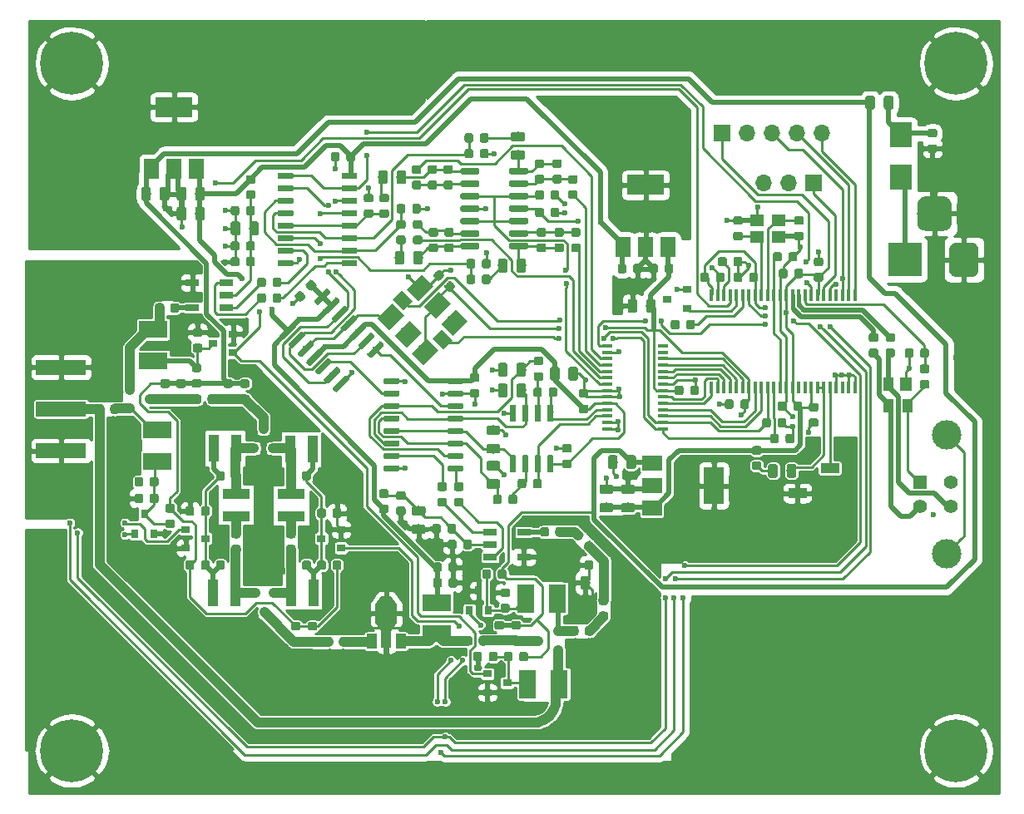
<source format=gbr>
G04 #@! TF.GenerationSoftware,KiCad,Pcbnew,(5.1.2)-1*
G04 #@! TF.CreationDate,2020-04-17T10:09:38+02:00*
G04 #@! TF.ProjectId,DeltaSDR,44656c74-6153-4445-922e-6b696361645f,rev?*
G04 #@! TF.SameCoordinates,Original*
G04 #@! TF.FileFunction,Copper,L1,Top*
G04 #@! TF.FilePolarity,Positive*
%FSLAX46Y46*%
G04 Gerber Fmt 4.6, Leading zero omitted, Abs format (unit mm)*
G04 Created by KiCad (PCBNEW (5.1.2)-1) date 2020-04-17 10:09:38*
%MOMM*%
%LPD*%
G04 APERTURE LIST*
%ADD10C,0.100000*%
%ADD11C,0.975000*%
%ADD12C,0.875000*%
%ADD13C,0.600000*%
%ADD14R,1.900000X1.000000*%
%ADD15R,2.300000X2.500000*%
%ADD16R,1.500000X2.000000*%
%ADD17R,3.800000X2.000000*%
%ADD18R,2.000000X1.500000*%
%ADD19R,2.000000X3.800000*%
%ADD20C,0.800000*%
%ADD21C,6.400000*%
%ADD22C,3.500000*%
%ADD23C,3.000000*%
%ADD24R,3.500000X3.500000*%
%ADD25R,1.400000X0.760000*%
%ADD26C,0.550000*%
%ADD27R,1.400000X1.200000*%
%ADD28C,1.000000*%
%ADD29R,2.200000X1.840000*%
%ADD30R,1.000000X1.500000*%
%ADD31R,1.000000X1.800000*%
%ADD32C,0.850000*%
%ADD33R,0.400000X1.200000*%
%ADD34R,1.100000X0.400000*%
%ADD35C,1.300000*%
%ADD36C,1.700000*%
%ADD37R,0.800000X0.900000*%
%ADD38R,0.900000X0.800000*%
%ADD39R,1.800000X2.900000*%
%ADD40R,2.900000X1.800000*%
%ADD41R,1.000000X2.750000*%
%ADD42R,2.750000X1.000000*%
%ADD43R,5.080000X1.500000*%
%ADD44C,1.400000*%
%ADD45R,1.400000X1.400000*%
%ADD46O,1.700000X1.700000*%
%ADD47R,1.700000X1.700000*%
%ADD48R,1.000000X1.400000*%
%ADD49R,1.200000X1.400000*%
%ADD50C,0.250000*%
%ADD51C,0.500000*%
%ADD52C,1.000000*%
%ADD53C,0.400000*%
%ADD54C,0.254000*%
G04 APERTURE END LIST*
D10*
G36*
X166305142Y-95901174D02*
G01*
X166328803Y-95904684D01*
X166352007Y-95910496D01*
X166374529Y-95918554D01*
X166396153Y-95928782D01*
X166416670Y-95941079D01*
X166435883Y-95955329D01*
X166453607Y-95971393D01*
X166469671Y-95989117D01*
X166483921Y-96008330D01*
X166496218Y-96028847D01*
X166506446Y-96050471D01*
X166514504Y-96072993D01*
X166520316Y-96096197D01*
X166523826Y-96119858D01*
X166525000Y-96143750D01*
X166525000Y-97056250D01*
X166523826Y-97080142D01*
X166520316Y-97103803D01*
X166514504Y-97127007D01*
X166506446Y-97149529D01*
X166496218Y-97171153D01*
X166483921Y-97191670D01*
X166469671Y-97210883D01*
X166453607Y-97228607D01*
X166435883Y-97244671D01*
X166416670Y-97258921D01*
X166396153Y-97271218D01*
X166374529Y-97281446D01*
X166352007Y-97289504D01*
X166328803Y-97295316D01*
X166305142Y-97298826D01*
X166281250Y-97300000D01*
X165793750Y-97300000D01*
X165769858Y-97298826D01*
X165746197Y-97295316D01*
X165722993Y-97289504D01*
X165700471Y-97281446D01*
X165678847Y-97271218D01*
X165658330Y-97258921D01*
X165639117Y-97244671D01*
X165621393Y-97228607D01*
X165605329Y-97210883D01*
X165591079Y-97191670D01*
X165578782Y-97171153D01*
X165568554Y-97149529D01*
X165560496Y-97127007D01*
X165554684Y-97103803D01*
X165551174Y-97080142D01*
X165550000Y-97056250D01*
X165550000Y-96143750D01*
X165551174Y-96119858D01*
X165554684Y-96096197D01*
X165560496Y-96072993D01*
X165568554Y-96050471D01*
X165578782Y-96028847D01*
X165591079Y-96008330D01*
X165605329Y-95989117D01*
X165621393Y-95971393D01*
X165639117Y-95955329D01*
X165658330Y-95941079D01*
X165678847Y-95928782D01*
X165700471Y-95918554D01*
X165722993Y-95910496D01*
X165746197Y-95904684D01*
X165769858Y-95901174D01*
X165793750Y-95900000D01*
X166281250Y-95900000D01*
X166305142Y-95901174D01*
X166305142Y-95901174D01*
G37*
D11*
X166037500Y-96600000D03*
D10*
G36*
X164430142Y-95901174D02*
G01*
X164453803Y-95904684D01*
X164477007Y-95910496D01*
X164499529Y-95918554D01*
X164521153Y-95928782D01*
X164541670Y-95941079D01*
X164560883Y-95955329D01*
X164578607Y-95971393D01*
X164594671Y-95989117D01*
X164608921Y-96008330D01*
X164621218Y-96028847D01*
X164631446Y-96050471D01*
X164639504Y-96072993D01*
X164645316Y-96096197D01*
X164648826Y-96119858D01*
X164650000Y-96143750D01*
X164650000Y-97056250D01*
X164648826Y-97080142D01*
X164645316Y-97103803D01*
X164639504Y-97127007D01*
X164631446Y-97149529D01*
X164621218Y-97171153D01*
X164608921Y-97191670D01*
X164594671Y-97210883D01*
X164578607Y-97228607D01*
X164560883Y-97244671D01*
X164541670Y-97258921D01*
X164521153Y-97271218D01*
X164499529Y-97281446D01*
X164477007Y-97289504D01*
X164453803Y-97295316D01*
X164430142Y-97298826D01*
X164406250Y-97300000D01*
X163918750Y-97300000D01*
X163894858Y-97298826D01*
X163871197Y-97295316D01*
X163847993Y-97289504D01*
X163825471Y-97281446D01*
X163803847Y-97271218D01*
X163783330Y-97258921D01*
X163764117Y-97244671D01*
X163746393Y-97228607D01*
X163730329Y-97210883D01*
X163716079Y-97191670D01*
X163703782Y-97171153D01*
X163693554Y-97149529D01*
X163685496Y-97127007D01*
X163679684Y-97103803D01*
X163676174Y-97080142D01*
X163675000Y-97056250D01*
X163675000Y-96143750D01*
X163676174Y-96119858D01*
X163679684Y-96096197D01*
X163685496Y-96072993D01*
X163693554Y-96050471D01*
X163703782Y-96028847D01*
X163716079Y-96008330D01*
X163730329Y-95989117D01*
X163746393Y-95971393D01*
X163764117Y-95955329D01*
X163783330Y-95941079D01*
X163803847Y-95928782D01*
X163825471Y-95918554D01*
X163847993Y-95910496D01*
X163871197Y-95904684D01*
X163894858Y-95901174D01*
X163918750Y-95900000D01*
X164406250Y-95900000D01*
X164430142Y-95901174D01*
X164430142Y-95901174D01*
G37*
D11*
X164162500Y-96600000D03*
D10*
G36*
X172330142Y-89001174D02*
G01*
X172353803Y-89004684D01*
X172377007Y-89010496D01*
X172399529Y-89018554D01*
X172421153Y-89028782D01*
X172441670Y-89041079D01*
X172460883Y-89055329D01*
X172478607Y-89071393D01*
X172494671Y-89089117D01*
X172508921Y-89108330D01*
X172521218Y-89128847D01*
X172531446Y-89150471D01*
X172539504Y-89172993D01*
X172545316Y-89196197D01*
X172548826Y-89219858D01*
X172550000Y-89243750D01*
X172550000Y-90156250D01*
X172548826Y-90180142D01*
X172545316Y-90203803D01*
X172539504Y-90227007D01*
X172531446Y-90249529D01*
X172521218Y-90271153D01*
X172508921Y-90291670D01*
X172494671Y-90310883D01*
X172478607Y-90328607D01*
X172460883Y-90344671D01*
X172441670Y-90358921D01*
X172421153Y-90371218D01*
X172399529Y-90381446D01*
X172377007Y-90389504D01*
X172353803Y-90395316D01*
X172330142Y-90398826D01*
X172306250Y-90400000D01*
X171818750Y-90400000D01*
X171794858Y-90398826D01*
X171771197Y-90395316D01*
X171747993Y-90389504D01*
X171725471Y-90381446D01*
X171703847Y-90371218D01*
X171683330Y-90358921D01*
X171664117Y-90344671D01*
X171646393Y-90328607D01*
X171630329Y-90310883D01*
X171616079Y-90291670D01*
X171603782Y-90271153D01*
X171593554Y-90249529D01*
X171585496Y-90227007D01*
X171579684Y-90203803D01*
X171576174Y-90180142D01*
X171575000Y-90156250D01*
X171575000Y-89243750D01*
X171576174Y-89219858D01*
X171579684Y-89196197D01*
X171585496Y-89172993D01*
X171593554Y-89150471D01*
X171603782Y-89128847D01*
X171616079Y-89108330D01*
X171630329Y-89089117D01*
X171646393Y-89071393D01*
X171664117Y-89055329D01*
X171683330Y-89041079D01*
X171703847Y-89028782D01*
X171725471Y-89018554D01*
X171747993Y-89010496D01*
X171771197Y-89004684D01*
X171794858Y-89001174D01*
X171818750Y-89000000D01*
X172306250Y-89000000D01*
X172330142Y-89001174D01*
X172330142Y-89001174D01*
G37*
D11*
X172062500Y-89700000D03*
D10*
G36*
X174205142Y-89001174D02*
G01*
X174228803Y-89004684D01*
X174252007Y-89010496D01*
X174274529Y-89018554D01*
X174296153Y-89028782D01*
X174316670Y-89041079D01*
X174335883Y-89055329D01*
X174353607Y-89071393D01*
X174369671Y-89089117D01*
X174383921Y-89108330D01*
X174396218Y-89128847D01*
X174406446Y-89150471D01*
X174414504Y-89172993D01*
X174420316Y-89196197D01*
X174423826Y-89219858D01*
X174425000Y-89243750D01*
X174425000Y-90156250D01*
X174423826Y-90180142D01*
X174420316Y-90203803D01*
X174414504Y-90227007D01*
X174406446Y-90249529D01*
X174396218Y-90271153D01*
X174383921Y-90291670D01*
X174369671Y-90310883D01*
X174353607Y-90328607D01*
X174335883Y-90344671D01*
X174316670Y-90358921D01*
X174296153Y-90371218D01*
X174274529Y-90381446D01*
X174252007Y-90389504D01*
X174228803Y-90395316D01*
X174205142Y-90398826D01*
X174181250Y-90400000D01*
X173693750Y-90400000D01*
X173669858Y-90398826D01*
X173646197Y-90395316D01*
X173622993Y-90389504D01*
X173600471Y-90381446D01*
X173578847Y-90371218D01*
X173558330Y-90358921D01*
X173539117Y-90344671D01*
X173521393Y-90328607D01*
X173505329Y-90310883D01*
X173491079Y-90291670D01*
X173478782Y-90271153D01*
X173468554Y-90249529D01*
X173460496Y-90227007D01*
X173454684Y-90203803D01*
X173451174Y-90180142D01*
X173450000Y-90156250D01*
X173450000Y-89243750D01*
X173451174Y-89219858D01*
X173454684Y-89196197D01*
X173460496Y-89172993D01*
X173468554Y-89150471D01*
X173478782Y-89128847D01*
X173491079Y-89108330D01*
X173505329Y-89089117D01*
X173521393Y-89071393D01*
X173539117Y-89055329D01*
X173558330Y-89041079D01*
X173578847Y-89028782D01*
X173600471Y-89018554D01*
X173622993Y-89010496D01*
X173646197Y-89004684D01*
X173669858Y-89001174D01*
X173693750Y-89000000D01*
X174181250Y-89000000D01*
X174205142Y-89001174D01*
X174205142Y-89001174D01*
G37*
D11*
X173937500Y-89700000D03*
D10*
G36*
X139351771Y-87039580D02*
G01*
X139373006Y-87042730D01*
X139393830Y-87047946D01*
X139414042Y-87055178D01*
X139433448Y-87064357D01*
X139451861Y-87075393D01*
X139469104Y-87088181D01*
X139485010Y-87102597D01*
X139847403Y-87464990D01*
X139861819Y-87480896D01*
X139874607Y-87498139D01*
X139885643Y-87516552D01*
X139894822Y-87535958D01*
X139902054Y-87556170D01*
X139907270Y-87576994D01*
X139910420Y-87598229D01*
X139911473Y-87619670D01*
X139910420Y-87641111D01*
X139907270Y-87662346D01*
X139902054Y-87683170D01*
X139894822Y-87703382D01*
X139885643Y-87722788D01*
X139874607Y-87741201D01*
X139861819Y-87758444D01*
X139847403Y-87774350D01*
X139538044Y-88083709D01*
X139522138Y-88098125D01*
X139504895Y-88110913D01*
X139486482Y-88121949D01*
X139467076Y-88131128D01*
X139446864Y-88138360D01*
X139426040Y-88143576D01*
X139404805Y-88146726D01*
X139383364Y-88147779D01*
X139361923Y-88146726D01*
X139340688Y-88143576D01*
X139319864Y-88138360D01*
X139299652Y-88131128D01*
X139280246Y-88121949D01*
X139261833Y-88110913D01*
X139244590Y-88098125D01*
X139228684Y-88083709D01*
X138866291Y-87721316D01*
X138851875Y-87705410D01*
X138839087Y-87688167D01*
X138828051Y-87669754D01*
X138818872Y-87650348D01*
X138811640Y-87630136D01*
X138806424Y-87609312D01*
X138803274Y-87588077D01*
X138802221Y-87566636D01*
X138803274Y-87545195D01*
X138806424Y-87523960D01*
X138811640Y-87503136D01*
X138818872Y-87482924D01*
X138828051Y-87463518D01*
X138839087Y-87445105D01*
X138851875Y-87427862D01*
X138866291Y-87411956D01*
X139175650Y-87102597D01*
X139191556Y-87088181D01*
X139208799Y-87075393D01*
X139227212Y-87064357D01*
X139246618Y-87055178D01*
X139266830Y-87047946D01*
X139287654Y-87042730D01*
X139308889Y-87039580D01*
X139330330Y-87038527D01*
X139351771Y-87039580D01*
X139351771Y-87039580D01*
G37*
D12*
X139356847Y-87593153D03*
D10*
G36*
X138238077Y-88153274D02*
G01*
X138259312Y-88156424D01*
X138280136Y-88161640D01*
X138300348Y-88168872D01*
X138319754Y-88178051D01*
X138338167Y-88189087D01*
X138355410Y-88201875D01*
X138371316Y-88216291D01*
X138733709Y-88578684D01*
X138748125Y-88594590D01*
X138760913Y-88611833D01*
X138771949Y-88630246D01*
X138781128Y-88649652D01*
X138788360Y-88669864D01*
X138793576Y-88690688D01*
X138796726Y-88711923D01*
X138797779Y-88733364D01*
X138796726Y-88754805D01*
X138793576Y-88776040D01*
X138788360Y-88796864D01*
X138781128Y-88817076D01*
X138771949Y-88836482D01*
X138760913Y-88854895D01*
X138748125Y-88872138D01*
X138733709Y-88888044D01*
X138424350Y-89197403D01*
X138408444Y-89211819D01*
X138391201Y-89224607D01*
X138372788Y-89235643D01*
X138353382Y-89244822D01*
X138333170Y-89252054D01*
X138312346Y-89257270D01*
X138291111Y-89260420D01*
X138269670Y-89261473D01*
X138248229Y-89260420D01*
X138226994Y-89257270D01*
X138206170Y-89252054D01*
X138185958Y-89244822D01*
X138166552Y-89235643D01*
X138148139Y-89224607D01*
X138130896Y-89211819D01*
X138114990Y-89197403D01*
X137752597Y-88835010D01*
X137738181Y-88819104D01*
X137725393Y-88801861D01*
X137714357Y-88783448D01*
X137705178Y-88764042D01*
X137697946Y-88743830D01*
X137692730Y-88723006D01*
X137689580Y-88701771D01*
X137688527Y-88680330D01*
X137689580Y-88658889D01*
X137692730Y-88637654D01*
X137697946Y-88616830D01*
X137705178Y-88596618D01*
X137714357Y-88577212D01*
X137725393Y-88558799D01*
X137738181Y-88541556D01*
X137752597Y-88525650D01*
X138061956Y-88216291D01*
X138077862Y-88201875D01*
X138095105Y-88189087D01*
X138113518Y-88178051D01*
X138132924Y-88168872D01*
X138153136Y-88161640D01*
X138173960Y-88156424D01*
X138195195Y-88153274D01*
X138216636Y-88152221D01*
X138238077Y-88153274D01*
X138238077Y-88153274D01*
G37*
D12*
X138243153Y-88706847D03*
D10*
G36*
X137497834Y-91417305D02*
G01*
X137512395Y-91419465D01*
X137526674Y-91423042D01*
X137540534Y-91428001D01*
X137553841Y-91434295D01*
X137566467Y-91441863D01*
X137578290Y-91450631D01*
X137589197Y-91460517D01*
X137801329Y-91672649D01*
X137811215Y-91683556D01*
X137819983Y-91695379D01*
X137827551Y-91708005D01*
X137833845Y-91721312D01*
X137838804Y-91735172D01*
X137842381Y-91749451D01*
X137844541Y-91764012D01*
X137845263Y-91778715D01*
X137844541Y-91793418D01*
X137842381Y-91807979D01*
X137838804Y-91822258D01*
X137833845Y-91836118D01*
X137827551Y-91849425D01*
X137819983Y-91862051D01*
X137811215Y-91873874D01*
X137801329Y-91884781D01*
X136634603Y-93051507D01*
X136623696Y-93061393D01*
X136611873Y-93070161D01*
X136599247Y-93077729D01*
X136585940Y-93084023D01*
X136572080Y-93088982D01*
X136557801Y-93092559D01*
X136543240Y-93094719D01*
X136528537Y-93095441D01*
X136513834Y-93094719D01*
X136499273Y-93092559D01*
X136484994Y-93088982D01*
X136471134Y-93084023D01*
X136457827Y-93077729D01*
X136445201Y-93070161D01*
X136433378Y-93061393D01*
X136422471Y-93051507D01*
X136210339Y-92839375D01*
X136200453Y-92828468D01*
X136191685Y-92816645D01*
X136184117Y-92804019D01*
X136177823Y-92790712D01*
X136172864Y-92776852D01*
X136169287Y-92762573D01*
X136167127Y-92748012D01*
X136166405Y-92733309D01*
X136167127Y-92718606D01*
X136169287Y-92704045D01*
X136172864Y-92689766D01*
X136177823Y-92675906D01*
X136184117Y-92662599D01*
X136191685Y-92649973D01*
X136200453Y-92638150D01*
X136210339Y-92627243D01*
X137377065Y-91460517D01*
X137387972Y-91450631D01*
X137399795Y-91441863D01*
X137412421Y-91434295D01*
X137425728Y-91428001D01*
X137439588Y-91423042D01*
X137453867Y-91419465D01*
X137468428Y-91417305D01*
X137483131Y-91416583D01*
X137497834Y-91417305D01*
X137497834Y-91417305D01*
G37*
D13*
X137005834Y-92256012D03*
D10*
G36*
X138395859Y-92315331D02*
G01*
X138410420Y-92317491D01*
X138424699Y-92321068D01*
X138438559Y-92326027D01*
X138451866Y-92332321D01*
X138464492Y-92339889D01*
X138476315Y-92348657D01*
X138487222Y-92358543D01*
X138699354Y-92570675D01*
X138709240Y-92581582D01*
X138718008Y-92593405D01*
X138725576Y-92606031D01*
X138731870Y-92619338D01*
X138736829Y-92633198D01*
X138740406Y-92647477D01*
X138742566Y-92662038D01*
X138743288Y-92676741D01*
X138742566Y-92691444D01*
X138740406Y-92706005D01*
X138736829Y-92720284D01*
X138731870Y-92734144D01*
X138725576Y-92747451D01*
X138718008Y-92760077D01*
X138709240Y-92771900D01*
X138699354Y-92782807D01*
X137532628Y-93949533D01*
X137521721Y-93959419D01*
X137509898Y-93968187D01*
X137497272Y-93975755D01*
X137483965Y-93982049D01*
X137470105Y-93987008D01*
X137455826Y-93990585D01*
X137441265Y-93992745D01*
X137426562Y-93993467D01*
X137411859Y-93992745D01*
X137397298Y-93990585D01*
X137383019Y-93987008D01*
X137369159Y-93982049D01*
X137355852Y-93975755D01*
X137343226Y-93968187D01*
X137331403Y-93959419D01*
X137320496Y-93949533D01*
X137108364Y-93737401D01*
X137098478Y-93726494D01*
X137089710Y-93714671D01*
X137082142Y-93702045D01*
X137075848Y-93688738D01*
X137070889Y-93674878D01*
X137067312Y-93660599D01*
X137065152Y-93646038D01*
X137064430Y-93631335D01*
X137065152Y-93616632D01*
X137067312Y-93602071D01*
X137070889Y-93587792D01*
X137075848Y-93573932D01*
X137082142Y-93560625D01*
X137089710Y-93547999D01*
X137098478Y-93536176D01*
X137108364Y-93525269D01*
X138275090Y-92358543D01*
X138285997Y-92348657D01*
X138297820Y-92339889D01*
X138310446Y-92332321D01*
X138323753Y-92326027D01*
X138337613Y-92321068D01*
X138351892Y-92317491D01*
X138366453Y-92315331D01*
X138381156Y-92314609D01*
X138395859Y-92315331D01*
X138395859Y-92315331D01*
G37*
D13*
X137903859Y-93154038D03*
D10*
G36*
X139293885Y-93213357D02*
G01*
X139308446Y-93215517D01*
X139322725Y-93219094D01*
X139336585Y-93224053D01*
X139349892Y-93230347D01*
X139362518Y-93237915D01*
X139374341Y-93246683D01*
X139385248Y-93256569D01*
X139597380Y-93468701D01*
X139607266Y-93479608D01*
X139616034Y-93491431D01*
X139623602Y-93504057D01*
X139629896Y-93517364D01*
X139634855Y-93531224D01*
X139638432Y-93545503D01*
X139640592Y-93560064D01*
X139641314Y-93574767D01*
X139640592Y-93589470D01*
X139638432Y-93604031D01*
X139634855Y-93618310D01*
X139629896Y-93632170D01*
X139623602Y-93645477D01*
X139616034Y-93658103D01*
X139607266Y-93669926D01*
X139597380Y-93680833D01*
X138430654Y-94847559D01*
X138419747Y-94857445D01*
X138407924Y-94866213D01*
X138395298Y-94873781D01*
X138381991Y-94880075D01*
X138368131Y-94885034D01*
X138353852Y-94888611D01*
X138339291Y-94890771D01*
X138324588Y-94891493D01*
X138309885Y-94890771D01*
X138295324Y-94888611D01*
X138281045Y-94885034D01*
X138267185Y-94880075D01*
X138253878Y-94873781D01*
X138241252Y-94866213D01*
X138229429Y-94857445D01*
X138218522Y-94847559D01*
X138006390Y-94635427D01*
X137996504Y-94624520D01*
X137987736Y-94612697D01*
X137980168Y-94600071D01*
X137973874Y-94586764D01*
X137968915Y-94572904D01*
X137965338Y-94558625D01*
X137963178Y-94544064D01*
X137962456Y-94529361D01*
X137963178Y-94514658D01*
X137965338Y-94500097D01*
X137968915Y-94485818D01*
X137973874Y-94471958D01*
X137980168Y-94458651D01*
X137987736Y-94446025D01*
X137996504Y-94434202D01*
X138006390Y-94423295D01*
X139173116Y-93256569D01*
X139184023Y-93246683D01*
X139195846Y-93237915D01*
X139208472Y-93230347D01*
X139221779Y-93224053D01*
X139235639Y-93219094D01*
X139249918Y-93215517D01*
X139264479Y-93213357D01*
X139279182Y-93212635D01*
X139293885Y-93213357D01*
X139293885Y-93213357D01*
G37*
D13*
X138801885Y-94052064D03*
D10*
G36*
X140191911Y-94111382D02*
G01*
X140206472Y-94113542D01*
X140220751Y-94117119D01*
X140234611Y-94122078D01*
X140247918Y-94128372D01*
X140260544Y-94135940D01*
X140272367Y-94144708D01*
X140283274Y-94154594D01*
X140495406Y-94366726D01*
X140505292Y-94377633D01*
X140514060Y-94389456D01*
X140521628Y-94402082D01*
X140527922Y-94415389D01*
X140532881Y-94429249D01*
X140536458Y-94443528D01*
X140538618Y-94458089D01*
X140539340Y-94472792D01*
X140538618Y-94487495D01*
X140536458Y-94502056D01*
X140532881Y-94516335D01*
X140527922Y-94530195D01*
X140521628Y-94543502D01*
X140514060Y-94556128D01*
X140505292Y-94567951D01*
X140495406Y-94578858D01*
X139328680Y-95745584D01*
X139317773Y-95755470D01*
X139305950Y-95764238D01*
X139293324Y-95771806D01*
X139280017Y-95778100D01*
X139266157Y-95783059D01*
X139251878Y-95786636D01*
X139237317Y-95788796D01*
X139222614Y-95789518D01*
X139207911Y-95788796D01*
X139193350Y-95786636D01*
X139179071Y-95783059D01*
X139165211Y-95778100D01*
X139151904Y-95771806D01*
X139139278Y-95764238D01*
X139127455Y-95755470D01*
X139116548Y-95745584D01*
X138904416Y-95533452D01*
X138894530Y-95522545D01*
X138885762Y-95510722D01*
X138878194Y-95498096D01*
X138871900Y-95484789D01*
X138866941Y-95470929D01*
X138863364Y-95456650D01*
X138861204Y-95442089D01*
X138860482Y-95427386D01*
X138861204Y-95412683D01*
X138863364Y-95398122D01*
X138866941Y-95383843D01*
X138871900Y-95369983D01*
X138878194Y-95356676D01*
X138885762Y-95344050D01*
X138894530Y-95332227D01*
X138904416Y-95321320D01*
X140071142Y-94154594D01*
X140082049Y-94144708D01*
X140093872Y-94135940D01*
X140106498Y-94128372D01*
X140119805Y-94122078D01*
X140133665Y-94117119D01*
X140147944Y-94113542D01*
X140162505Y-94111382D01*
X140177208Y-94110660D01*
X140191911Y-94111382D01*
X140191911Y-94111382D01*
G37*
D13*
X139699911Y-94950089D03*
D10*
G36*
X141089936Y-95009408D02*
G01*
X141104497Y-95011568D01*
X141118776Y-95015145D01*
X141132636Y-95020104D01*
X141145943Y-95026398D01*
X141158569Y-95033966D01*
X141170392Y-95042734D01*
X141181299Y-95052620D01*
X141393431Y-95264752D01*
X141403317Y-95275659D01*
X141412085Y-95287482D01*
X141419653Y-95300108D01*
X141425947Y-95313415D01*
X141430906Y-95327275D01*
X141434483Y-95341554D01*
X141436643Y-95356115D01*
X141437365Y-95370818D01*
X141436643Y-95385521D01*
X141434483Y-95400082D01*
X141430906Y-95414361D01*
X141425947Y-95428221D01*
X141419653Y-95441528D01*
X141412085Y-95454154D01*
X141403317Y-95465977D01*
X141393431Y-95476884D01*
X140226705Y-96643610D01*
X140215798Y-96653496D01*
X140203975Y-96662264D01*
X140191349Y-96669832D01*
X140178042Y-96676126D01*
X140164182Y-96681085D01*
X140149903Y-96684662D01*
X140135342Y-96686822D01*
X140120639Y-96687544D01*
X140105936Y-96686822D01*
X140091375Y-96684662D01*
X140077096Y-96681085D01*
X140063236Y-96676126D01*
X140049929Y-96669832D01*
X140037303Y-96662264D01*
X140025480Y-96653496D01*
X140014573Y-96643610D01*
X139802441Y-96431478D01*
X139792555Y-96420571D01*
X139783787Y-96408748D01*
X139776219Y-96396122D01*
X139769925Y-96382815D01*
X139764966Y-96368955D01*
X139761389Y-96354676D01*
X139759229Y-96340115D01*
X139758507Y-96325412D01*
X139759229Y-96310709D01*
X139761389Y-96296148D01*
X139764966Y-96281869D01*
X139769925Y-96268009D01*
X139776219Y-96254702D01*
X139783787Y-96242076D01*
X139792555Y-96230253D01*
X139802441Y-96219346D01*
X140969167Y-95052620D01*
X140980074Y-95042734D01*
X140991897Y-95033966D01*
X141004523Y-95026398D01*
X141017830Y-95020104D01*
X141031690Y-95015145D01*
X141045969Y-95011568D01*
X141060530Y-95009408D01*
X141075233Y-95008686D01*
X141089936Y-95009408D01*
X141089936Y-95009408D01*
G37*
D13*
X140597936Y-95848115D03*
D10*
G36*
X141987962Y-95907434D02*
G01*
X142002523Y-95909594D01*
X142016802Y-95913171D01*
X142030662Y-95918130D01*
X142043969Y-95924424D01*
X142056595Y-95931992D01*
X142068418Y-95940760D01*
X142079325Y-95950646D01*
X142291457Y-96162778D01*
X142301343Y-96173685D01*
X142310111Y-96185508D01*
X142317679Y-96198134D01*
X142323973Y-96211441D01*
X142328932Y-96225301D01*
X142332509Y-96239580D01*
X142334669Y-96254141D01*
X142335391Y-96268844D01*
X142334669Y-96283547D01*
X142332509Y-96298108D01*
X142328932Y-96312387D01*
X142323973Y-96326247D01*
X142317679Y-96339554D01*
X142310111Y-96352180D01*
X142301343Y-96364003D01*
X142291457Y-96374910D01*
X141124731Y-97541636D01*
X141113824Y-97551522D01*
X141102001Y-97560290D01*
X141089375Y-97567858D01*
X141076068Y-97574152D01*
X141062208Y-97579111D01*
X141047929Y-97582688D01*
X141033368Y-97584848D01*
X141018665Y-97585570D01*
X141003962Y-97584848D01*
X140989401Y-97582688D01*
X140975122Y-97579111D01*
X140961262Y-97574152D01*
X140947955Y-97567858D01*
X140935329Y-97560290D01*
X140923506Y-97551522D01*
X140912599Y-97541636D01*
X140700467Y-97329504D01*
X140690581Y-97318597D01*
X140681813Y-97306774D01*
X140674245Y-97294148D01*
X140667951Y-97280841D01*
X140662992Y-97266981D01*
X140659415Y-97252702D01*
X140657255Y-97238141D01*
X140656533Y-97223438D01*
X140657255Y-97208735D01*
X140659415Y-97194174D01*
X140662992Y-97179895D01*
X140667951Y-97166035D01*
X140674245Y-97152728D01*
X140681813Y-97140102D01*
X140690581Y-97128279D01*
X140700467Y-97117372D01*
X141867193Y-95950646D01*
X141878100Y-95940760D01*
X141889923Y-95931992D01*
X141902549Y-95924424D01*
X141915856Y-95918130D01*
X141929716Y-95913171D01*
X141943995Y-95909594D01*
X141958556Y-95907434D01*
X141973259Y-95906712D01*
X141987962Y-95907434D01*
X141987962Y-95907434D01*
G37*
D13*
X141495962Y-96746141D03*
D10*
G36*
X142885988Y-96805459D02*
G01*
X142900549Y-96807619D01*
X142914828Y-96811196D01*
X142928688Y-96816155D01*
X142941995Y-96822449D01*
X142954621Y-96830017D01*
X142966444Y-96838785D01*
X142977351Y-96848671D01*
X143189483Y-97060803D01*
X143199369Y-97071710D01*
X143208137Y-97083533D01*
X143215705Y-97096159D01*
X143221999Y-97109466D01*
X143226958Y-97123326D01*
X143230535Y-97137605D01*
X143232695Y-97152166D01*
X143233417Y-97166869D01*
X143232695Y-97181572D01*
X143230535Y-97196133D01*
X143226958Y-97210412D01*
X143221999Y-97224272D01*
X143215705Y-97237579D01*
X143208137Y-97250205D01*
X143199369Y-97262028D01*
X143189483Y-97272935D01*
X142022757Y-98439661D01*
X142011850Y-98449547D01*
X142000027Y-98458315D01*
X141987401Y-98465883D01*
X141974094Y-98472177D01*
X141960234Y-98477136D01*
X141945955Y-98480713D01*
X141931394Y-98482873D01*
X141916691Y-98483595D01*
X141901988Y-98482873D01*
X141887427Y-98480713D01*
X141873148Y-98477136D01*
X141859288Y-98472177D01*
X141845981Y-98465883D01*
X141833355Y-98458315D01*
X141821532Y-98449547D01*
X141810625Y-98439661D01*
X141598493Y-98227529D01*
X141588607Y-98216622D01*
X141579839Y-98204799D01*
X141572271Y-98192173D01*
X141565977Y-98178866D01*
X141561018Y-98165006D01*
X141557441Y-98150727D01*
X141555281Y-98136166D01*
X141554559Y-98121463D01*
X141555281Y-98106760D01*
X141557441Y-98092199D01*
X141561018Y-98077920D01*
X141565977Y-98064060D01*
X141572271Y-98050753D01*
X141579839Y-98038127D01*
X141588607Y-98026304D01*
X141598493Y-98015397D01*
X142765219Y-96848671D01*
X142776126Y-96838785D01*
X142787949Y-96830017D01*
X142800575Y-96822449D01*
X142813882Y-96816155D01*
X142827742Y-96811196D01*
X142842021Y-96807619D01*
X142856582Y-96805459D01*
X142871285Y-96804737D01*
X142885988Y-96805459D01*
X142885988Y-96805459D01*
G37*
D13*
X142393988Y-97644166D03*
D10*
G36*
X146386166Y-93305281D02*
G01*
X146400727Y-93307441D01*
X146415006Y-93311018D01*
X146428866Y-93315977D01*
X146442173Y-93322271D01*
X146454799Y-93329839D01*
X146466622Y-93338607D01*
X146477529Y-93348493D01*
X146689661Y-93560625D01*
X146699547Y-93571532D01*
X146708315Y-93583355D01*
X146715883Y-93595981D01*
X146722177Y-93609288D01*
X146727136Y-93623148D01*
X146730713Y-93637427D01*
X146732873Y-93651988D01*
X146733595Y-93666691D01*
X146732873Y-93681394D01*
X146730713Y-93695955D01*
X146727136Y-93710234D01*
X146722177Y-93724094D01*
X146715883Y-93737401D01*
X146708315Y-93750027D01*
X146699547Y-93761850D01*
X146689661Y-93772757D01*
X145522935Y-94939483D01*
X145512028Y-94949369D01*
X145500205Y-94958137D01*
X145487579Y-94965705D01*
X145474272Y-94971999D01*
X145460412Y-94976958D01*
X145446133Y-94980535D01*
X145431572Y-94982695D01*
X145416869Y-94983417D01*
X145402166Y-94982695D01*
X145387605Y-94980535D01*
X145373326Y-94976958D01*
X145359466Y-94971999D01*
X145346159Y-94965705D01*
X145333533Y-94958137D01*
X145321710Y-94949369D01*
X145310803Y-94939483D01*
X145098671Y-94727351D01*
X145088785Y-94716444D01*
X145080017Y-94704621D01*
X145072449Y-94691995D01*
X145066155Y-94678688D01*
X145061196Y-94664828D01*
X145057619Y-94650549D01*
X145055459Y-94635988D01*
X145054737Y-94621285D01*
X145055459Y-94606582D01*
X145057619Y-94592021D01*
X145061196Y-94577742D01*
X145066155Y-94563882D01*
X145072449Y-94550575D01*
X145080017Y-94537949D01*
X145088785Y-94526126D01*
X145098671Y-94515219D01*
X146265397Y-93348493D01*
X146276304Y-93338607D01*
X146288127Y-93329839D01*
X146300753Y-93322271D01*
X146314060Y-93315977D01*
X146327920Y-93311018D01*
X146342199Y-93307441D01*
X146356760Y-93305281D01*
X146371463Y-93304559D01*
X146386166Y-93305281D01*
X146386166Y-93305281D01*
G37*
D13*
X145894166Y-94143988D03*
D10*
G36*
X145488141Y-92407255D02*
G01*
X145502702Y-92409415D01*
X145516981Y-92412992D01*
X145530841Y-92417951D01*
X145544148Y-92424245D01*
X145556774Y-92431813D01*
X145568597Y-92440581D01*
X145579504Y-92450467D01*
X145791636Y-92662599D01*
X145801522Y-92673506D01*
X145810290Y-92685329D01*
X145817858Y-92697955D01*
X145824152Y-92711262D01*
X145829111Y-92725122D01*
X145832688Y-92739401D01*
X145834848Y-92753962D01*
X145835570Y-92768665D01*
X145834848Y-92783368D01*
X145832688Y-92797929D01*
X145829111Y-92812208D01*
X145824152Y-92826068D01*
X145817858Y-92839375D01*
X145810290Y-92852001D01*
X145801522Y-92863824D01*
X145791636Y-92874731D01*
X144624910Y-94041457D01*
X144614003Y-94051343D01*
X144602180Y-94060111D01*
X144589554Y-94067679D01*
X144576247Y-94073973D01*
X144562387Y-94078932D01*
X144548108Y-94082509D01*
X144533547Y-94084669D01*
X144518844Y-94085391D01*
X144504141Y-94084669D01*
X144489580Y-94082509D01*
X144475301Y-94078932D01*
X144461441Y-94073973D01*
X144448134Y-94067679D01*
X144435508Y-94060111D01*
X144423685Y-94051343D01*
X144412778Y-94041457D01*
X144200646Y-93829325D01*
X144190760Y-93818418D01*
X144181992Y-93806595D01*
X144174424Y-93793969D01*
X144168130Y-93780662D01*
X144163171Y-93766802D01*
X144159594Y-93752523D01*
X144157434Y-93737962D01*
X144156712Y-93723259D01*
X144157434Y-93708556D01*
X144159594Y-93693995D01*
X144163171Y-93679716D01*
X144168130Y-93665856D01*
X144174424Y-93652549D01*
X144181992Y-93639923D01*
X144190760Y-93628100D01*
X144200646Y-93617193D01*
X145367372Y-92450467D01*
X145378279Y-92440581D01*
X145390102Y-92431813D01*
X145402728Y-92424245D01*
X145416035Y-92417951D01*
X145429895Y-92412992D01*
X145444174Y-92409415D01*
X145458735Y-92407255D01*
X145473438Y-92406533D01*
X145488141Y-92407255D01*
X145488141Y-92407255D01*
G37*
D13*
X144996141Y-93245962D03*
D10*
G36*
X144590115Y-91509229D02*
G01*
X144604676Y-91511389D01*
X144618955Y-91514966D01*
X144632815Y-91519925D01*
X144646122Y-91526219D01*
X144658748Y-91533787D01*
X144670571Y-91542555D01*
X144681478Y-91552441D01*
X144893610Y-91764573D01*
X144903496Y-91775480D01*
X144912264Y-91787303D01*
X144919832Y-91799929D01*
X144926126Y-91813236D01*
X144931085Y-91827096D01*
X144934662Y-91841375D01*
X144936822Y-91855936D01*
X144937544Y-91870639D01*
X144936822Y-91885342D01*
X144934662Y-91899903D01*
X144931085Y-91914182D01*
X144926126Y-91928042D01*
X144919832Y-91941349D01*
X144912264Y-91953975D01*
X144903496Y-91965798D01*
X144893610Y-91976705D01*
X143726884Y-93143431D01*
X143715977Y-93153317D01*
X143704154Y-93162085D01*
X143691528Y-93169653D01*
X143678221Y-93175947D01*
X143664361Y-93180906D01*
X143650082Y-93184483D01*
X143635521Y-93186643D01*
X143620818Y-93187365D01*
X143606115Y-93186643D01*
X143591554Y-93184483D01*
X143577275Y-93180906D01*
X143563415Y-93175947D01*
X143550108Y-93169653D01*
X143537482Y-93162085D01*
X143525659Y-93153317D01*
X143514752Y-93143431D01*
X143302620Y-92931299D01*
X143292734Y-92920392D01*
X143283966Y-92908569D01*
X143276398Y-92895943D01*
X143270104Y-92882636D01*
X143265145Y-92868776D01*
X143261568Y-92854497D01*
X143259408Y-92839936D01*
X143258686Y-92825233D01*
X143259408Y-92810530D01*
X143261568Y-92795969D01*
X143265145Y-92781690D01*
X143270104Y-92767830D01*
X143276398Y-92754523D01*
X143283966Y-92741897D01*
X143292734Y-92730074D01*
X143302620Y-92719167D01*
X144469346Y-91552441D01*
X144480253Y-91542555D01*
X144492076Y-91533787D01*
X144504702Y-91526219D01*
X144518009Y-91519925D01*
X144531869Y-91514966D01*
X144546148Y-91511389D01*
X144560709Y-91509229D01*
X144575412Y-91508507D01*
X144590115Y-91509229D01*
X144590115Y-91509229D01*
G37*
D13*
X144098115Y-92347936D03*
D10*
G36*
X143692089Y-90611204D02*
G01*
X143706650Y-90613364D01*
X143720929Y-90616941D01*
X143734789Y-90621900D01*
X143748096Y-90628194D01*
X143760722Y-90635762D01*
X143772545Y-90644530D01*
X143783452Y-90654416D01*
X143995584Y-90866548D01*
X144005470Y-90877455D01*
X144014238Y-90889278D01*
X144021806Y-90901904D01*
X144028100Y-90915211D01*
X144033059Y-90929071D01*
X144036636Y-90943350D01*
X144038796Y-90957911D01*
X144039518Y-90972614D01*
X144038796Y-90987317D01*
X144036636Y-91001878D01*
X144033059Y-91016157D01*
X144028100Y-91030017D01*
X144021806Y-91043324D01*
X144014238Y-91055950D01*
X144005470Y-91067773D01*
X143995584Y-91078680D01*
X142828858Y-92245406D01*
X142817951Y-92255292D01*
X142806128Y-92264060D01*
X142793502Y-92271628D01*
X142780195Y-92277922D01*
X142766335Y-92282881D01*
X142752056Y-92286458D01*
X142737495Y-92288618D01*
X142722792Y-92289340D01*
X142708089Y-92288618D01*
X142693528Y-92286458D01*
X142679249Y-92282881D01*
X142665389Y-92277922D01*
X142652082Y-92271628D01*
X142639456Y-92264060D01*
X142627633Y-92255292D01*
X142616726Y-92245406D01*
X142404594Y-92033274D01*
X142394708Y-92022367D01*
X142385940Y-92010544D01*
X142378372Y-91997918D01*
X142372078Y-91984611D01*
X142367119Y-91970751D01*
X142363542Y-91956472D01*
X142361382Y-91941911D01*
X142360660Y-91927208D01*
X142361382Y-91912505D01*
X142363542Y-91897944D01*
X142367119Y-91883665D01*
X142372078Y-91869805D01*
X142378372Y-91856498D01*
X142385940Y-91843872D01*
X142394708Y-91832049D01*
X142404594Y-91821142D01*
X143571320Y-90654416D01*
X143582227Y-90644530D01*
X143594050Y-90635762D01*
X143606676Y-90628194D01*
X143619983Y-90621900D01*
X143633843Y-90616941D01*
X143648122Y-90613364D01*
X143662683Y-90611204D01*
X143677386Y-90610482D01*
X143692089Y-90611204D01*
X143692089Y-90611204D01*
G37*
D13*
X143200089Y-91449911D03*
D10*
G36*
X142794064Y-89713178D02*
G01*
X142808625Y-89715338D01*
X142822904Y-89718915D01*
X142836764Y-89723874D01*
X142850071Y-89730168D01*
X142862697Y-89737736D01*
X142874520Y-89746504D01*
X142885427Y-89756390D01*
X143097559Y-89968522D01*
X143107445Y-89979429D01*
X143116213Y-89991252D01*
X143123781Y-90003878D01*
X143130075Y-90017185D01*
X143135034Y-90031045D01*
X143138611Y-90045324D01*
X143140771Y-90059885D01*
X143141493Y-90074588D01*
X143140771Y-90089291D01*
X143138611Y-90103852D01*
X143135034Y-90118131D01*
X143130075Y-90131991D01*
X143123781Y-90145298D01*
X143116213Y-90157924D01*
X143107445Y-90169747D01*
X143097559Y-90180654D01*
X141930833Y-91347380D01*
X141919926Y-91357266D01*
X141908103Y-91366034D01*
X141895477Y-91373602D01*
X141882170Y-91379896D01*
X141868310Y-91384855D01*
X141854031Y-91388432D01*
X141839470Y-91390592D01*
X141824767Y-91391314D01*
X141810064Y-91390592D01*
X141795503Y-91388432D01*
X141781224Y-91384855D01*
X141767364Y-91379896D01*
X141754057Y-91373602D01*
X141741431Y-91366034D01*
X141729608Y-91357266D01*
X141718701Y-91347380D01*
X141506569Y-91135248D01*
X141496683Y-91124341D01*
X141487915Y-91112518D01*
X141480347Y-91099892D01*
X141474053Y-91086585D01*
X141469094Y-91072725D01*
X141465517Y-91058446D01*
X141463357Y-91043885D01*
X141462635Y-91029182D01*
X141463357Y-91014479D01*
X141465517Y-90999918D01*
X141469094Y-90985639D01*
X141474053Y-90971779D01*
X141480347Y-90958472D01*
X141487915Y-90945846D01*
X141496683Y-90934023D01*
X141506569Y-90923116D01*
X142673295Y-89756390D01*
X142684202Y-89746504D01*
X142696025Y-89737736D01*
X142708651Y-89730168D01*
X142721958Y-89723874D01*
X142735818Y-89718915D01*
X142750097Y-89715338D01*
X142764658Y-89713178D01*
X142779361Y-89712456D01*
X142794064Y-89713178D01*
X142794064Y-89713178D01*
G37*
D13*
X142302064Y-90551885D03*
D10*
G36*
X141896038Y-88815152D02*
G01*
X141910599Y-88817312D01*
X141924878Y-88820889D01*
X141938738Y-88825848D01*
X141952045Y-88832142D01*
X141964671Y-88839710D01*
X141976494Y-88848478D01*
X141987401Y-88858364D01*
X142199533Y-89070496D01*
X142209419Y-89081403D01*
X142218187Y-89093226D01*
X142225755Y-89105852D01*
X142232049Y-89119159D01*
X142237008Y-89133019D01*
X142240585Y-89147298D01*
X142242745Y-89161859D01*
X142243467Y-89176562D01*
X142242745Y-89191265D01*
X142240585Y-89205826D01*
X142237008Y-89220105D01*
X142232049Y-89233965D01*
X142225755Y-89247272D01*
X142218187Y-89259898D01*
X142209419Y-89271721D01*
X142199533Y-89282628D01*
X141032807Y-90449354D01*
X141021900Y-90459240D01*
X141010077Y-90468008D01*
X140997451Y-90475576D01*
X140984144Y-90481870D01*
X140970284Y-90486829D01*
X140956005Y-90490406D01*
X140941444Y-90492566D01*
X140926741Y-90493288D01*
X140912038Y-90492566D01*
X140897477Y-90490406D01*
X140883198Y-90486829D01*
X140869338Y-90481870D01*
X140856031Y-90475576D01*
X140843405Y-90468008D01*
X140831582Y-90459240D01*
X140820675Y-90449354D01*
X140608543Y-90237222D01*
X140598657Y-90226315D01*
X140589889Y-90214492D01*
X140582321Y-90201866D01*
X140576027Y-90188559D01*
X140571068Y-90174699D01*
X140567491Y-90160420D01*
X140565331Y-90145859D01*
X140564609Y-90131156D01*
X140565331Y-90116453D01*
X140567491Y-90101892D01*
X140571068Y-90087613D01*
X140576027Y-90073753D01*
X140582321Y-90060446D01*
X140589889Y-90047820D01*
X140598657Y-90035997D01*
X140608543Y-90025090D01*
X141775269Y-88858364D01*
X141786176Y-88848478D01*
X141797999Y-88839710D01*
X141810625Y-88832142D01*
X141823932Y-88825848D01*
X141837792Y-88820889D01*
X141852071Y-88817312D01*
X141866632Y-88815152D01*
X141881335Y-88814430D01*
X141896038Y-88815152D01*
X141896038Y-88815152D01*
G37*
D13*
X141404038Y-89653859D03*
D10*
G36*
X140998012Y-87917127D02*
G01*
X141012573Y-87919287D01*
X141026852Y-87922864D01*
X141040712Y-87927823D01*
X141054019Y-87934117D01*
X141066645Y-87941685D01*
X141078468Y-87950453D01*
X141089375Y-87960339D01*
X141301507Y-88172471D01*
X141311393Y-88183378D01*
X141320161Y-88195201D01*
X141327729Y-88207827D01*
X141334023Y-88221134D01*
X141338982Y-88234994D01*
X141342559Y-88249273D01*
X141344719Y-88263834D01*
X141345441Y-88278537D01*
X141344719Y-88293240D01*
X141342559Y-88307801D01*
X141338982Y-88322080D01*
X141334023Y-88335940D01*
X141327729Y-88349247D01*
X141320161Y-88361873D01*
X141311393Y-88373696D01*
X141301507Y-88384603D01*
X140134781Y-89551329D01*
X140123874Y-89561215D01*
X140112051Y-89569983D01*
X140099425Y-89577551D01*
X140086118Y-89583845D01*
X140072258Y-89588804D01*
X140057979Y-89592381D01*
X140043418Y-89594541D01*
X140028715Y-89595263D01*
X140014012Y-89594541D01*
X139999451Y-89592381D01*
X139985172Y-89588804D01*
X139971312Y-89583845D01*
X139958005Y-89577551D01*
X139945379Y-89569983D01*
X139933556Y-89561215D01*
X139922649Y-89551329D01*
X139710517Y-89339197D01*
X139700631Y-89328290D01*
X139691863Y-89316467D01*
X139684295Y-89303841D01*
X139678001Y-89290534D01*
X139673042Y-89276674D01*
X139669465Y-89262395D01*
X139667305Y-89247834D01*
X139666583Y-89233131D01*
X139667305Y-89218428D01*
X139669465Y-89203867D01*
X139673042Y-89189588D01*
X139678001Y-89175728D01*
X139684295Y-89162421D01*
X139691863Y-89149795D01*
X139700631Y-89137972D01*
X139710517Y-89127065D01*
X140877243Y-87960339D01*
X140888150Y-87950453D01*
X140899973Y-87941685D01*
X140912599Y-87934117D01*
X140925906Y-87927823D01*
X140939766Y-87922864D01*
X140954045Y-87919287D01*
X140968606Y-87917127D01*
X140983309Y-87916405D01*
X140998012Y-87917127D01*
X140998012Y-87917127D01*
G37*
D13*
X140506012Y-88755834D03*
D14*
X192150000Y-106230000D03*
X188850000Y-108770000D03*
D10*
G36*
X202877691Y-73251053D02*
G01*
X202898926Y-73254203D01*
X202919750Y-73259419D01*
X202939962Y-73266651D01*
X202959368Y-73275830D01*
X202977781Y-73286866D01*
X202995024Y-73299654D01*
X203010930Y-73314070D01*
X203025346Y-73329976D01*
X203038134Y-73347219D01*
X203049170Y-73365632D01*
X203058349Y-73385038D01*
X203065581Y-73405250D01*
X203070797Y-73426074D01*
X203073947Y-73447309D01*
X203075000Y-73468750D01*
X203075000Y-73906250D01*
X203073947Y-73927691D01*
X203070797Y-73948926D01*
X203065581Y-73969750D01*
X203058349Y-73989962D01*
X203049170Y-74009368D01*
X203038134Y-74027781D01*
X203025346Y-74045024D01*
X203010930Y-74060930D01*
X202995024Y-74075346D01*
X202977781Y-74088134D01*
X202959368Y-74099170D01*
X202939962Y-74108349D01*
X202919750Y-74115581D01*
X202898926Y-74120797D01*
X202877691Y-74123947D01*
X202856250Y-74125000D01*
X202343750Y-74125000D01*
X202322309Y-74123947D01*
X202301074Y-74120797D01*
X202280250Y-74115581D01*
X202260038Y-74108349D01*
X202240632Y-74099170D01*
X202222219Y-74088134D01*
X202204976Y-74075346D01*
X202189070Y-74060930D01*
X202174654Y-74045024D01*
X202161866Y-74027781D01*
X202150830Y-74009368D01*
X202141651Y-73989962D01*
X202134419Y-73969750D01*
X202129203Y-73948926D01*
X202126053Y-73927691D01*
X202125000Y-73906250D01*
X202125000Y-73468750D01*
X202126053Y-73447309D01*
X202129203Y-73426074D01*
X202134419Y-73405250D01*
X202141651Y-73385038D01*
X202150830Y-73365632D01*
X202161866Y-73347219D01*
X202174654Y-73329976D01*
X202189070Y-73314070D01*
X202204976Y-73299654D01*
X202222219Y-73286866D01*
X202240632Y-73275830D01*
X202260038Y-73266651D01*
X202280250Y-73259419D01*
X202301074Y-73254203D01*
X202322309Y-73251053D01*
X202343750Y-73250000D01*
X202856250Y-73250000D01*
X202877691Y-73251053D01*
X202877691Y-73251053D01*
G37*
D12*
X202600000Y-73687500D03*
D10*
G36*
X202877691Y-71676053D02*
G01*
X202898926Y-71679203D01*
X202919750Y-71684419D01*
X202939962Y-71691651D01*
X202959368Y-71700830D01*
X202977781Y-71711866D01*
X202995024Y-71724654D01*
X203010930Y-71739070D01*
X203025346Y-71754976D01*
X203038134Y-71772219D01*
X203049170Y-71790632D01*
X203058349Y-71810038D01*
X203065581Y-71830250D01*
X203070797Y-71851074D01*
X203073947Y-71872309D01*
X203075000Y-71893750D01*
X203075000Y-72331250D01*
X203073947Y-72352691D01*
X203070797Y-72373926D01*
X203065581Y-72394750D01*
X203058349Y-72414962D01*
X203049170Y-72434368D01*
X203038134Y-72452781D01*
X203025346Y-72470024D01*
X203010930Y-72485930D01*
X202995024Y-72500346D01*
X202977781Y-72513134D01*
X202959368Y-72524170D01*
X202939962Y-72533349D01*
X202919750Y-72540581D01*
X202898926Y-72545797D01*
X202877691Y-72548947D01*
X202856250Y-72550000D01*
X202343750Y-72550000D01*
X202322309Y-72548947D01*
X202301074Y-72545797D01*
X202280250Y-72540581D01*
X202260038Y-72533349D01*
X202240632Y-72524170D01*
X202222219Y-72513134D01*
X202204976Y-72500346D01*
X202189070Y-72485930D01*
X202174654Y-72470024D01*
X202161866Y-72452781D01*
X202150830Y-72434368D01*
X202141651Y-72414962D01*
X202134419Y-72394750D01*
X202129203Y-72373926D01*
X202126053Y-72352691D01*
X202125000Y-72331250D01*
X202125000Y-71893750D01*
X202126053Y-71872309D01*
X202129203Y-71851074D01*
X202134419Y-71830250D01*
X202141651Y-71810038D01*
X202150830Y-71790632D01*
X202161866Y-71772219D01*
X202174654Y-71754976D01*
X202189070Y-71739070D01*
X202204976Y-71724654D01*
X202222219Y-71711866D01*
X202240632Y-71700830D01*
X202260038Y-71691651D01*
X202280250Y-71684419D01*
X202301074Y-71679203D01*
X202322309Y-71676053D01*
X202343750Y-71675000D01*
X202856250Y-71675000D01*
X202877691Y-71676053D01*
X202877691Y-71676053D01*
G37*
D12*
X202600000Y-72112500D03*
D10*
G36*
X196530142Y-68301174D02*
G01*
X196553803Y-68304684D01*
X196577007Y-68310496D01*
X196599529Y-68318554D01*
X196621153Y-68328782D01*
X196641670Y-68341079D01*
X196660883Y-68355329D01*
X196678607Y-68371393D01*
X196694671Y-68389117D01*
X196708921Y-68408330D01*
X196721218Y-68428847D01*
X196731446Y-68450471D01*
X196739504Y-68472993D01*
X196745316Y-68496197D01*
X196748826Y-68519858D01*
X196750000Y-68543750D01*
X196750000Y-69456250D01*
X196748826Y-69480142D01*
X196745316Y-69503803D01*
X196739504Y-69527007D01*
X196731446Y-69549529D01*
X196721218Y-69571153D01*
X196708921Y-69591670D01*
X196694671Y-69610883D01*
X196678607Y-69628607D01*
X196660883Y-69644671D01*
X196641670Y-69658921D01*
X196621153Y-69671218D01*
X196599529Y-69681446D01*
X196577007Y-69689504D01*
X196553803Y-69695316D01*
X196530142Y-69698826D01*
X196506250Y-69700000D01*
X196018750Y-69700000D01*
X195994858Y-69698826D01*
X195971197Y-69695316D01*
X195947993Y-69689504D01*
X195925471Y-69681446D01*
X195903847Y-69671218D01*
X195883330Y-69658921D01*
X195864117Y-69644671D01*
X195846393Y-69628607D01*
X195830329Y-69610883D01*
X195816079Y-69591670D01*
X195803782Y-69571153D01*
X195793554Y-69549529D01*
X195785496Y-69527007D01*
X195779684Y-69503803D01*
X195776174Y-69480142D01*
X195775000Y-69456250D01*
X195775000Y-68543750D01*
X195776174Y-68519858D01*
X195779684Y-68496197D01*
X195785496Y-68472993D01*
X195793554Y-68450471D01*
X195803782Y-68428847D01*
X195816079Y-68408330D01*
X195830329Y-68389117D01*
X195846393Y-68371393D01*
X195864117Y-68355329D01*
X195883330Y-68341079D01*
X195903847Y-68328782D01*
X195925471Y-68318554D01*
X195947993Y-68310496D01*
X195971197Y-68304684D01*
X195994858Y-68301174D01*
X196018750Y-68300000D01*
X196506250Y-68300000D01*
X196530142Y-68301174D01*
X196530142Y-68301174D01*
G37*
D11*
X196262500Y-69000000D03*
D10*
G36*
X198405142Y-68301174D02*
G01*
X198428803Y-68304684D01*
X198452007Y-68310496D01*
X198474529Y-68318554D01*
X198496153Y-68328782D01*
X198516670Y-68341079D01*
X198535883Y-68355329D01*
X198553607Y-68371393D01*
X198569671Y-68389117D01*
X198583921Y-68408330D01*
X198596218Y-68428847D01*
X198606446Y-68450471D01*
X198614504Y-68472993D01*
X198620316Y-68496197D01*
X198623826Y-68519858D01*
X198625000Y-68543750D01*
X198625000Y-69456250D01*
X198623826Y-69480142D01*
X198620316Y-69503803D01*
X198614504Y-69527007D01*
X198606446Y-69549529D01*
X198596218Y-69571153D01*
X198583921Y-69591670D01*
X198569671Y-69610883D01*
X198553607Y-69628607D01*
X198535883Y-69644671D01*
X198516670Y-69658921D01*
X198496153Y-69671218D01*
X198474529Y-69681446D01*
X198452007Y-69689504D01*
X198428803Y-69695316D01*
X198405142Y-69698826D01*
X198381250Y-69700000D01*
X197893750Y-69700000D01*
X197869858Y-69698826D01*
X197846197Y-69695316D01*
X197822993Y-69689504D01*
X197800471Y-69681446D01*
X197778847Y-69671218D01*
X197758330Y-69658921D01*
X197739117Y-69644671D01*
X197721393Y-69628607D01*
X197705329Y-69610883D01*
X197691079Y-69591670D01*
X197678782Y-69571153D01*
X197668554Y-69549529D01*
X197660496Y-69527007D01*
X197654684Y-69503803D01*
X197651174Y-69480142D01*
X197650000Y-69456250D01*
X197650000Y-68543750D01*
X197651174Y-68519858D01*
X197654684Y-68496197D01*
X197660496Y-68472993D01*
X197668554Y-68450471D01*
X197678782Y-68428847D01*
X197691079Y-68408330D01*
X197705329Y-68389117D01*
X197721393Y-68371393D01*
X197739117Y-68355329D01*
X197758330Y-68341079D01*
X197778847Y-68328782D01*
X197800471Y-68318554D01*
X197822993Y-68310496D01*
X197846197Y-68304684D01*
X197869858Y-68301174D01*
X197893750Y-68300000D01*
X198381250Y-68300000D01*
X198405142Y-68301174D01*
X198405142Y-68301174D01*
G37*
D11*
X198137500Y-69000000D03*
D15*
X199400000Y-76550000D03*
X199400000Y-72250000D03*
D16*
X171095000Y-83685000D03*
X175695000Y-83685000D03*
X173395000Y-83685000D03*
D17*
X173395000Y-77385000D03*
D16*
X123100000Y-75750000D03*
X127700000Y-75750000D03*
X125400000Y-75750000D03*
D17*
X125400000Y-69450000D03*
D18*
X174050000Y-105700000D03*
X174050000Y-110300000D03*
X174050000Y-108000000D03*
D19*
X180350000Y-108000000D03*
D20*
X116697056Y-133302944D03*
X115000000Y-132600000D03*
X113302944Y-133302944D03*
X112600000Y-135000000D03*
X113302944Y-136697056D03*
X115000000Y-137400000D03*
X116697056Y-136697056D03*
X117400000Y-135000000D03*
D21*
X115000000Y-135000000D03*
D20*
X116697056Y-63302944D03*
X115000000Y-62600000D03*
X113302944Y-63302944D03*
X112600000Y-65000000D03*
X113302944Y-66697056D03*
X115000000Y-67400000D03*
X116697056Y-66697056D03*
X117400000Y-65000000D03*
D21*
X115000000Y-65000000D03*
D20*
X206697056Y-133302944D03*
X205000000Y-132600000D03*
X203302944Y-133302944D03*
X202600000Y-135000000D03*
X203302944Y-136697056D03*
X205000000Y-137400000D03*
X206697056Y-136697056D03*
X207400000Y-135000000D03*
D21*
X205000000Y-135000000D03*
D20*
X206697056Y-63302944D03*
X205000000Y-62600000D03*
X203302944Y-63302944D03*
X202600000Y-65000000D03*
X203302944Y-66697056D03*
X205000000Y-67400000D03*
X206697056Y-66697056D03*
X207400000Y-65000000D03*
D21*
X205000000Y-65000000D03*
D10*
G36*
X202077691Y-97251053D02*
G01*
X202098926Y-97254203D01*
X202119750Y-97259419D01*
X202139962Y-97266651D01*
X202159368Y-97275830D01*
X202177781Y-97286866D01*
X202195024Y-97299654D01*
X202210930Y-97314070D01*
X202225346Y-97329976D01*
X202238134Y-97347219D01*
X202249170Y-97365632D01*
X202258349Y-97385038D01*
X202265581Y-97405250D01*
X202270797Y-97426074D01*
X202273947Y-97447309D01*
X202275000Y-97468750D01*
X202275000Y-97906250D01*
X202273947Y-97927691D01*
X202270797Y-97948926D01*
X202265581Y-97969750D01*
X202258349Y-97989962D01*
X202249170Y-98009368D01*
X202238134Y-98027781D01*
X202225346Y-98045024D01*
X202210930Y-98060930D01*
X202195024Y-98075346D01*
X202177781Y-98088134D01*
X202159368Y-98099170D01*
X202139962Y-98108349D01*
X202119750Y-98115581D01*
X202098926Y-98120797D01*
X202077691Y-98123947D01*
X202056250Y-98125000D01*
X201543750Y-98125000D01*
X201522309Y-98123947D01*
X201501074Y-98120797D01*
X201480250Y-98115581D01*
X201460038Y-98108349D01*
X201440632Y-98099170D01*
X201422219Y-98088134D01*
X201404976Y-98075346D01*
X201389070Y-98060930D01*
X201374654Y-98045024D01*
X201361866Y-98027781D01*
X201350830Y-98009368D01*
X201341651Y-97989962D01*
X201334419Y-97969750D01*
X201329203Y-97948926D01*
X201326053Y-97927691D01*
X201325000Y-97906250D01*
X201325000Y-97468750D01*
X201326053Y-97447309D01*
X201329203Y-97426074D01*
X201334419Y-97405250D01*
X201341651Y-97385038D01*
X201350830Y-97365632D01*
X201361866Y-97347219D01*
X201374654Y-97329976D01*
X201389070Y-97314070D01*
X201404976Y-97299654D01*
X201422219Y-97286866D01*
X201440632Y-97275830D01*
X201460038Y-97266651D01*
X201480250Y-97259419D01*
X201501074Y-97254203D01*
X201522309Y-97251053D01*
X201543750Y-97250000D01*
X202056250Y-97250000D01*
X202077691Y-97251053D01*
X202077691Y-97251053D01*
G37*
D12*
X201800000Y-97687500D03*
D10*
G36*
X202077691Y-95676053D02*
G01*
X202098926Y-95679203D01*
X202119750Y-95684419D01*
X202139962Y-95691651D01*
X202159368Y-95700830D01*
X202177781Y-95711866D01*
X202195024Y-95724654D01*
X202210930Y-95739070D01*
X202225346Y-95754976D01*
X202238134Y-95772219D01*
X202249170Y-95790632D01*
X202258349Y-95810038D01*
X202265581Y-95830250D01*
X202270797Y-95851074D01*
X202273947Y-95872309D01*
X202275000Y-95893750D01*
X202275000Y-96331250D01*
X202273947Y-96352691D01*
X202270797Y-96373926D01*
X202265581Y-96394750D01*
X202258349Y-96414962D01*
X202249170Y-96434368D01*
X202238134Y-96452781D01*
X202225346Y-96470024D01*
X202210930Y-96485930D01*
X202195024Y-96500346D01*
X202177781Y-96513134D01*
X202159368Y-96524170D01*
X202139962Y-96533349D01*
X202119750Y-96540581D01*
X202098926Y-96545797D01*
X202077691Y-96548947D01*
X202056250Y-96550000D01*
X201543750Y-96550000D01*
X201522309Y-96548947D01*
X201501074Y-96545797D01*
X201480250Y-96540581D01*
X201460038Y-96533349D01*
X201440632Y-96524170D01*
X201422219Y-96513134D01*
X201404976Y-96500346D01*
X201389070Y-96485930D01*
X201374654Y-96470024D01*
X201361866Y-96452781D01*
X201350830Y-96434368D01*
X201341651Y-96414962D01*
X201334419Y-96394750D01*
X201329203Y-96373926D01*
X201326053Y-96352691D01*
X201325000Y-96331250D01*
X201325000Y-95893750D01*
X201326053Y-95872309D01*
X201329203Y-95851074D01*
X201334419Y-95830250D01*
X201341651Y-95810038D01*
X201350830Y-95790632D01*
X201361866Y-95772219D01*
X201374654Y-95754976D01*
X201389070Y-95739070D01*
X201404976Y-95724654D01*
X201422219Y-95711866D01*
X201440632Y-95700830D01*
X201460038Y-95691651D01*
X201480250Y-95684419D01*
X201501074Y-95679203D01*
X201522309Y-95676053D01*
X201543750Y-95675000D01*
X202056250Y-95675000D01*
X202077691Y-95676053D01*
X202077691Y-95676053D01*
G37*
D12*
X201800000Y-96112500D03*
D10*
G36*
X163352691Y-112226053D02*
G01*
X163373926Y-112229203D01*
X163394750Y-112234419D01*
X163414962Y-112241651D01*
X163434368Y-112250830D01*
X163452781Y-112261866D01*
X163470024Y-112274654D01*
X163485930Y-112289070D01*
X163500346Y-112304976D01*
X163513134Y-112322219D01*
X163524170Y-112340632D01*
X163533349Y-112360038D01*
X163540581Y-112380250D01*
X163545797Y-112401074D01*
X163548947Y-112422309D01*
X163550000Y-112443750D01*
X163550000Y-112956250D01*
X163548947Y-112977691D01*
X163545797Y-112998926D01*
X163540581Y-113019750D01*
X163533349Y-113039962D01*
X163524170Y-113059368D01*
X163513134Y-113077781D01*
X163500346Y-113095024D01*
X163485930Y-113110930D01*
X163470024Y-113125346D01*
X163452781Y-113138134D01*
X163434368Y-113149170D01*
X163414962Y-113158349D01*
X163394750Y-113165581D01*
X163373926Y-113170797D01*
X163352691Y-113173947D01*
X163331250Y-113175000D01*
X162893750Y-113175000D01*
X162872309Y-113173947D01*
X162851074Y-113170797D01*
X162830250Y-113165581D01*
X162810038Y-113158349D01*
X162790632Y-113149170D01*
X162772219Y-113138134D01*
X162754976Y-113125346D01*
X162739070Y-113110930D01*
X162724654Y-113095024D01*
X162711866Y-113077781D01*
X162700830Y-113059368D01*
X162691651Y-113039962D01*
X162684419Y-113019750D01*
X162679203Y-112998926D01*
X162676053Y-112977691D01*
X162675000Y-112956250D01*
X162675000Y-112443750D01*
X162676053Y-112422309D01*
X162679203Y-112401074D01*
X162684419Y-112380250D01*
X162691651Y-112360038D01*
X162700830Y-112340632D01*
X162711866Y-112322219D01*
X162724654Y-112304976D01*
X162739070Y-112289070D01*
X162754976Y-112274654D01*
X162772219Y-112261866D01*
X162790632Y-112250830D01*
X162810038Y-112241651D01*
X162830250Y-112234419D01*
X162851074Y-112229203D01*
X162872309Y-112226053D01*
X162893750Y-112225000D01*
X163331250Y-112225000D01*
X163352691Y-112226053D01*
X163352691Y-112226053D01*
G37*
D12*
X163112500Y-112700000D03*
D10*
G36*
X164927691Y-112226053D02*
G01*
X164948926Y-112229203D01*
X164969750Y-112234419D01*
X164989962Y-112241651D01*
X165009368Y-112250830D01*
X165027781Y-112261866D01*
X165045024Y-112274654D01*
X165060930Y-112289070D01*
X165075346Y-112304976D01*
X165088134Y-112322219D01*
X165099170Y-112340632D01*
X165108349Y-112360038D01*
X165115581Y-112380250D01*
X165120797Y-112401074D01*
X165123947Y-112422309D01*
X165125000Y-112443750D01*
X165125000Y-112956250D01*
X165123947Y-112977691D01*
X165120797Y-112998926D01*
X165115581Y-113019750D01*
X165108349Y-113039962D01*
X165099170Y-113059368D01*
X165088134Y-113077781D01*
X165075346Y-113095024D01*
X165060930Y-113110930D01*
X165045024Y-113125346D01*
X165027781Y-113138134D01*
X165009368Y-113149170D01*
X164989962Y-113158349D01*
X164969750Y-113165581D01*
X164948926Y-113170797D01*
X164927691Y-113173947D01*
X164906250Y-113175000D01*
X164468750Y-113175000D01*
X164447309Y-113173947D01*
X164426074Y-113170797D01*
X164405250Y-113165581D01*
X164385038Y-113158349D01*
X164365632Y-113149170D01*
X164347219Y-113138134D01*
X164329976Y-113125346D01*
X164314070Y-113110930D01*
X164299654Y-113095024D01*
X164286866Y-113077781D01*
X164275830Y-113059368D01*
X164266651Y-113039962D01*
X164259419Y-113019750D01*
X164254203Y-112998926D01*
X164251053Y-112977691D01*
X164250000Y-112956250D01*
X164250000Y-112443750D01*
X164251053Y-112422309D01*
X164254203Y-112401074D01*
X164259419Y-112380250D01*
X164266651Y-112360038D01*
X164275830Y-112340632D01*
X164286866Y-112322219D01*
X164299654Y-112304976D01*
X164314070Y-112289070D01*
X164329976Y-112274654D01*
X164347219Y-112261866D01*
X164365632Y-112250830D01*
X164385038Y-112241651D01*
X164405250Y-112234419D01*
X164426074Y-112229203D01*
X164447309Y-112226053D01*
X164468750Y-112225000D01*
X164906250Y-112225000D01*
X164927691Y-112226053D01*
X164927691Y-112226053D01*
G37*
D12*
X164687500Y-112700000D03*
D10*
G36*
X147027691Y-109951053D02*
G01*
X147048926Y-109954203D01*
X147069750Y-109959419D01*
X147089962Y-109966651D01*
X147109368Y-109975830D01*
X147127781Y-109986866D01*
X147145024Y-109999654D01*
X147160930Y-110014070D01*
X147175346Y-110029976D01*
X147188134Y-110047219D01*
X147199170Y-110065632D01*
X147208349Y-110085038D01*
X147215581Y-110105250D01*
X147220797Y-110126074D01*
X147223947Y-110147309D01*
X147225000Y-110168750D01*
X147225000Y-110606250D01*
X147223947Y-110627691D01*
X147220797Y-110648926D01*
X147215581Y-110669750D01*
X147208349Y-110689962D01*
X147199170Y-110709368D01*
X147188134Y-110727781D01*
X147175346Y-110745024D01*
X147160930Y-110760930D01*
X147145024Y-110775346D01*
X147127781Y-110788134D01*
X147109368Y-110799170D01*
X147089962Y-110808349D01*
X147069750Y-110815581D01*
X147048926Y-110820797D01*
X147027691Y-110823947D01*
X147006250Y-110825000D01*
X146493750Y-110825000D01*
X146472309Y-110823947D01*
X146451074Y-110820797D01*
X146430250Y-110815581D01*
X146410038Y-110808349D01*
X146390632Y-110799170D01*
X146372219Y-110788134D01*
X146354976Y-110775346D01*
X146339070Y-110760930D01*
X146324654Y-110745024D01*
X146311866Y-110727781D01*
X146300830Y-110709368D01*
X146291651Y-110689962D01*
X146284419Y-110669750D01*
X146279203Y-110648926D01*
X146276053Y-110627691D01*
X146275000Y-110606250D01*
X146275000Y-110168750D01*
X146276053Y-110147309D01*
X146279203Y-110126074D01*
X146284419Y-110105250D01*
X146291651Y-110085038D01*
X146300830Y-110065632D01*
X146311866Y-110047219D01*
X146324654Y-110029976D01*
X146339070Y-110014070D01*
X146354976Y-109999654D01*
X146372219Y-109986866D01*
X146390632Y-109975830D01*
X146410038Y-109966651D01*
X146430250Y-109959419D01*
X146451074Y-109954203D01*
X146472309Y-109951053D01*
X146493750Y-109950000D01*
X147006250Y-109950000D01*
X147027691Y-109951053D01*
X147027691Y-109951053D01*
G37*
D12*
X146750000Y-110387500D03*
D10*
G36*
X147027691Y-108376053D02*
G01*
X147048926Y-108379203D01*
X147069750Y-108384419D01*
X147089962Y-108391651D01*
X147109368Y-108400830D01*
X147127781Y-108411866D01*
X147145024Y-108424654D01*
X147160930Y-108439070D01*
X147175346Y-108454976D01*
X147188134Y-108472219D01*
X147199170Y-108490632D01*
X147208349Y-108510038D01*
X147215581Y-108530250D01*
X147220797Y-108551074D01*
X147223947Y-108572309D01*
X147225000Y-108593750D01*
X147225000Y-109031250D01*
X147223947Y-109052691D01*
X147220797Y-109073926D01*
X147215581Y-109094750D01*
X147208349Y-109114962D01*
X147199170Y-109134368D01*
X147188134Y-109152781D01*
X147175346Y-109170024D01*
X147160930Y-109185930D01*
X147145024Y-109200346D01*
X147127781Y-109213134D01*
X147109368Y-109224170D01*
X147089962Y-109233349D01*
X147069750Y-109240581D01*
X147048926Y-109245797D01*
X147027691Y-109248947D01*
X147006250Y-109250000D01*
X146493750Y-109250000D01*
X146472309Y-109248947D01*
X146451074Y-109245797D01*
X146430250Y-109240581D01*
X146410038Y-109233349D01*
X146390632Y-109224170D01*
X146372219Y-109213134D01*
X146354976Y-109200346D01*
X146339070Y-109185930D01*
X146324654Y-109170024D01*
X146311866Y-109152781D01*
X146300830Y-109134368D01*
X146291651Y-109114962D01*
X146284419Y-109094750D01*
X146279203Y-109073926D01*
X146276053Y-109052691D01*
X146275000Y-109031250D01*
X146275000Y-108593750D01*
X146276053Y-108572309D01*
X146279203Y-108551074D01*
X146284419Y-108530250D01*
X146291651Y-108510038D01*
X146300830Y-108490632D01*
X146311866Y-108472219D01*
X146324654Y-108454976D01*
X146339070Y-108439070D01*
X146354976Y-108424654D01*
X146372219Y-108411866D01*
X146390632Y-108400830D01*
X146410038Y-108391651D01*
X146430250Y-108384419D01*
X146451074Y-108379203D01*
X146472309Y-108376053D01*
X146493750Y-108375000D01*
X147006250Y-108375000D01*
X147027691Y-108376053D01*
X147027691Y-108376053D01*
G37*
D12*
X146750000Y-108812500D03*
D10*
G36*
X148777691Y-108576053D02*
G01*
X148798926Y-108579203D01*
X148819750Y-108584419D01*
X148839962Y-108591651D01*
X148859368Y-108600830D01*
X148877781Y-108611866D01*
X148895024Y-108624654D01*
X148910930Y-108639070D01*
X148925346Y-108654976D01*
X148938134Y-108672219D01*
X148949170Y-108690632D01*
X148958349Y-108710038D01*
X148965581Y-108730250D01*
X148970797Y-108751074D01*
X148973947Y-108772309D01*
X148975000Y-108793750D01*
X148975000Y-109231250D01*
X148973947Y-109252691D01*
X148970797Y-109273926D01*
X148965581Y-109294750D01*
X148958349Y-109314962D01*
X148949170Y-109334368D01*
X148938134Y-109352781D01*
X148925346Y-109370024D01*
X148910930Y-109385930D01*
X148895024Y-109400346D01*
X148877781Y-109413134D01*
X148859368Y-109424170D01*
X148839962Y-109433349D01*
X148819750Y-109440581D01*
X148798926Y-109445797D01*
X148777691Y-109448947D01*
X148756250Y-109450000D01*
X148243750Y-109450000D01*
X148222309Y-109448947D01*
X148201074Y-109445797D01*
X148180250Y-109440581D01*
X148160038Y-109433349D01*
X148140632Y-109424170D01*
X148122219Y-109413134D01*
X148104976Y-109400346D01*
X148089070Y-109385930D01*
X148074654Y-109370024D01*
X148061866Y-109352781D01*
X148050830Y-109334368D01*
X148041651Y-109314962D01*
X148034419Y-109294750D01*
X148029203Y-109273926D01*
X148026053Y-109252691D01*
X148025000Y-109231250D01*
X148025000Y-108793750D01*
X148026053Y-108772309D01*
X148029203Y-108751074D01*
X148034419Y-108730250D01*
X148041651Y-108710038D01*
X148050830Y-108690632D01*
X148061866Y-108672219D01*
X148074654Y-108654976D01*
X148089070Y-108639070D01*
X148104976Y-108624654D01*
X148122219Y-108611866D01*
X148140632Y-108600830D01*
X148160038Y-108591651D01*
X148180250Y-108584419D01*
X148201074Y-108579203D01*
X148222309Y-108576053D01*
X148243750Y-108575000D01*
X148756250Y-108575000D01*
X148777691Y-108576053D01*
X148777691Y-108576053D01*
G37*
D12*
X148500000Y-109012500D03*
D10*
G36*
X148777691Y-110151053D02*
G01*
X148798926Y-110154203D01*
X148819750Y-110159419D01*
X148839962Y-110166651D01*
X148859368Y-110175830D01*
X148877781Y-110186866D01*
X148895024Y-110199654D01*
X148910930Y-110214070D01*
X148925346Y-110229976D01*
X148938134Y-110247219D01*
X148949170Y-110265632D01*
X148958349Y-110285038D01*
X148965581Y-110305250D01*
X148970797Y-110326074D01*
X148973947Y-110347309D01*
X148975000Y-110368750D01*
X148975000Y-110806250D01*
X148973947Y-110827691D01*
X148970797Y-110848926D01*
X148965581Y-110869750D01*
X148958349Y-110889962D01*
X148949170Y-110909368D01*
X148938134Y-110927781D01*
X148925346Y-110945024D01*
X148910930Y-110960930D01*
X148895024Y-110975346D01*
X148877781Y-110988134D01*
X148859368Y-110999170D01*
X148839962Y-111008349D01*
X148819750Y-111015581D01*
X148798926Y-111020797D01*
X148777691Y-111023947D01*
X148756250Y-111025000D01*
X148243750Y-111025000D01*
X148222309Y-111023947D01*
X148201074Y-111020797D01*
X148180250Y-111015581D01*
X148160038Y-111008349D01*
X148140632Y-110999170D01*
X148122219Y-110988134D01*
X148104976Y-110975346D01*
X148089070Y-110960930D01*
X148074654Y-110945024D01*
X148061866Y-110927781D01*
X148050830Y-110909368D01*
X148041651Y-110889962D01*
X148034419Y-110869750D01*
X148029203Y-110848926D01*
X148026053Y-110827691D01*
X148025000Y-110806250D01*
X148025000Y-110368750D01*
X148026053Y-110347309D01*
X148029203Y-110326074D01*
X148034419Y-110305250D01*
X148041651Y-110285038D01*
X148050830Y-110265632D01*
X148061866Y-110247219D01*
X148074654Y-110229976D01*
X148089070Y-110214070D01*
X148104976Y-110199654D01*
X148122219Y-110186866D01*
X148140632Y-110175830D01*
X148160038Y-110166651D01*
X148180250Y-110159419D01*
X148201074Y-110154203D01*
X148222309Y-110151053D01*
X148243750Y-110150000D01*
X148756250Y-110150000D01*
X148777691Y-110151053D01*
X148777691Y-110151053D01*
G37*
D12*
X148500000Y-110587500D03*
D10*
G36*
X203760765Y-78554213D02*
G01*
X203845704Y-78566813D01*
X203928999Y-78587677D01*
X204009848Y-78616605D01*
X204087472Y-78653319D01*
X204161124Y-78697464D01*
X204230094Y-78748616D01*
X204293718Y-78806282D01*
X204351384Y-78869906D01*
X204402536Y-78938876D01*
X204446681Y-79012528D01*
X204483395Y-79090152D01*
X204512323Y-79171001D01*
X204533187Y-79254296D01*
X204545787Y-79339235D01*
X204550000Y-79425000D01*
X204550000Y-81175000D01*
X204545787Y-81260765D01*
X204533187Y-81345704D01*
X204512323Y-81428999D01*
X204483395Y-81509848D01*
X204446681Y-81587472D01*
X204402536Y-81661124D01*
X204351384Y-81730094D01*
X204293718Y-81793718D01*
X204230094Y-81851384D01*
X204161124Y-81902536D01*
X204087472Y-81946681D01*
X204009848Y-81983395D01*
X203928999Y-82012323D01*
X203845704Y-82033187D01*
X203760765Y-82045787D01*
X203675000Y-82050000D01*
X201925000Y-82050000D01*
X201839235Y-82045787D01*
X201754296Y-82033187D01*
X201671001Y-82012323D01*
X201590152Y-81983395D01*
X201512528Y-81946681D01*
X201438876Y-81902536D01*
X201369906Y-81851384D01*
X201306282Y-81793718D01*
X201248616Y-81730094D01*
X201197464Y-81661124D01*
X201153319Y-81587472D01*
X201116605Y-81509848D01*
X201087677Y-81428999D01*
X201066813Y-81345704D01*
X201054213Y-81260765D01*
X201050000Y-81175000D01*
X201050000Y-79425000D01*
X201054213Y-79339235D01*
X201066813Y-79254296D01*
X201087677Y-79171001D01*
X201116605Y-79090152D01*
X201153319Y-79012528D01*
X201197464Y-78938876D01*
X201248616Y-78869906D01*
X201306282Y-78806282D01*
X201369906Y-78748616D01*
X201438876Y-78697464D01*
X201512528Y-78653319D01*
X201590152Y-78616605D01*
X201671001Y-78587677D01*
X201754296Y-78566813D01*
X201839235Y-78554213D01*
X201925000Y-78550000D01*
X203675000Y-78550000D01*
X203760765Y-78554213D01*
X203760765Y-78554213D01*
G37*
D22*
X202800000Y-80300000D03*
D10*
G36*
X206623513Y-83253611D02*
G01*
X206696318Y-83264411D01*
X206767714Y-83282295D01*
X206837013Y-83307090D01*
X206903548Y-83338559D01*
X206966678Y-83376398D01*
X207025795Y-83420242D01*
X207080330Y-83469670D01*
X207129758Y-83524205D01*
X207173602Y-83583322D01*
X207211441Y-83646452D01*
X207242910Y-83712987D01*
X207267705Y-83782286D01*
X207285589Y-83853682D01*
X207296389Y-83926487D01*
X207300000Y-84000000D01*
X207300000Y-86000000D01*
X207296389Y-86073513D01*
X207285589Y-86146318D01*
X207267705Y-86217714D01*
X207242910Y-86287013D01*
X207211441Y-86353548D01*
X207173602Y-86416678D01*
X207129758Y-86475795D01*
X207080330Y-86530330D01*
X207025795Y-86579758D01*
X206966678Y-86623602D01*
X206903548Y-86661441D01*
X206837013Y-86692910D01*
X206767714Y-86717705D01*
X206696318Y-86735589D01*
X206623513Y-86746389D01*
X206550000Y-86750000D01*
X205050000Y-86750000D01*
X204976487Y-86746389D01*
X204903682Y-86735589D01*
X204832286Y-86717705D01*
X204762987Y-86692910D01*
X204696452Y-86661441D01*
X204633322Y-86623602D01*
X204574205Y-86579758D01*
X204519670Y-86530330D01*
X204470242Y-86475795D01*
X204426398Y-86416678D01*
X204388559Y-86353548D01*
X204357090Y-86287013D01*
X204332295Y-86217714D01*
X204314411Y-86146318D01*
X204303611Y-86073513D01*
X204300000Y-86000000D01*
X204300000Y-84000000D01*
X204303611Y-83926487D01*
X204314411Y-83853682D01*
X204332295Y-83782286D01*
X204357090Y-83712987D01*
X204388559Y-83646452D01*
X204426398Y-83583322D01*
X204470242Y-83524205D01*
X204519670Y-83469670D01*
X204574205Y-83420242D01*
X204633322Y-83376398D01*
X204696452Y-83338559D01*
X204762987Y-83307090D01*
X204832286Y-83282295D01*
X204903682Y-83264411D01*
X204976487Y-83253611D01*
X205050000Y-83250000D01*
X206550000Y-83250000D01*
X206623513Y-83253611D01*
X206623513Y-83253611D01*
G37*
D23*
X205800000Y-85000000D03*
D24*
X199800000Y-85000000D03*
D10*
G36*
X160880142Y-73851174D02*
G01*
X160903803Y-73854684D01*
X160927007Y-73860496D01*
X160949529Y-73868554D01*
X160971153Y-73878782D01*
X160991670Y-73891079D01*
X161010883Y-73905329D01*
X161028607Y-73921393D01*
X161044671Y-73939117D01*
X161058921Y-73958330D01*
X161071218Y-73978847D01*
X161081446Y-74000471D01*
X161089504Y-74022993D01*
X161095316Y-74046197D01*
X161098826Y-74069858D01*
X161100000Y-74093750D01*
X161100000Y-74581250D01*
X161098826Y-74605142D01*
X161095316Y-74628803D01*
X161089504Y-74652007D01*
X161081446Y-74674529D01*
X161071218Y-74696153D01*
X161058921Y-74716670D01*
X161044671Y-74735883D01*
X161028607Y-74753607D01*
X161010883Y-74769671D01*
X160991670Y-74783921D01*
X160971153Y-74796218D01*
X160949529Y-74806446D01*
X160927007Y-74814504D01*
X160903803Y-74820316D01*
X160880142Y-74823826D01*
X160856250Y-74825000D01*
X159943750Y-74825000D01*
X159919858Y-74823826D01*
X159896197Y-74820316D01*
X159872993Y-74814504D01*
X159850471Y-74806446D01*
X159828847Y-74796218D01*
X159808330Y-74783921D01*
X159789117Y-74769671D01*
X159771393Y-74753607D01*
X159755329Y-74735883D01*
X159741079Y-74716670D01*
X159728782Y-74696153D01*
X159718554Y-74674529D01*
X159710496Y-74652007D01*
X159704684Y-74628803D01*
X159701174Y-74605142D01*
X159700000Y-74581250D01*
X159700000Y-74093750D01*
X159701174Y-74069858D01*
X159704684Y-74046197D01*
X159710496Y-74022993D01*
X159718554Y-74000471D01*
X159728782Y-73978847D01*
X159741079Y-73958330D01*
X159755329Y-73939117D01*
X159771393Y-73921393D01*
X159789117Y-73905329D01*
X159808330Y-73891079D01*
X159828847Y-73878782D01*
X159850471Y-73868554D01*
X159872993Y-73860496D01*
X159896197Y-73854684D01*
X159919858Y-73851174D01*
X159943750Y-73850000D01*
X160856250Y-73850000D01*
X160880142Y-73851174D01*
X160880142Y-73851174D01*
G37*
D11*
X160400000Y-74337500D03*
D10*
G36*
X160880142Y-71976174D02*
G01*
X160903803Y-71979684D01*
X160927007Y-71985496D01*
X160949529Y-71993554D01*
X160971153Y-72003782D01*
X160991670Y-72016079D01*
X161010883Y-72030329D01*
X161028607Y-72046393D01*
X161044671Y-72064117D01*
X161058921Y-72083330D01*
X161071218Y-72103847D01*
X161081446Y-72125471D01*
X161089504Y-72147993D01*
X161095316Y-72171197D01*
X161098826Y-72194858D01*
X161100000Y-72218750D01*
X161100000Y-72706250D01*
X161098826Y-72730142D01*
X161095316Y-72753803D01*
X161089504Y-72777007D01*
X161081446Y-72799529D01*
X161071218Y-72821153D01*
X161058921Y-72841670D01*
X161044671Y-72860883D01*
X161028607Y-72878607D01*
X161010883Y-72894671D01*
X160991670Y-72908921D01*
X160971153Y-72921218D01*
X160949529Y-72931446D01*
X160927007Y-72939504D01*
X160903803Y-72945316D01*
X160880142Y-72948826D01*
X160856250Y-72950000D01*
X159943750Y-72950000D01*
X159919858Y-72948826D01*
X159896197Y-72945316D01*
X159872993Y-72939504D01*
X159850471Y-72931446D01*
X159828847Y-72921218D01*
X159808330Y-72908921D01*
X159789117Y-72894671D01*
X159771393Y-72878607D01*
X159755329Y-72860883D01*
X159741079Y-72841670D01*
X159728782Y-72821153D01*
X159718554Y-72799529D01*
X159710496Y-72777007D01*
X159704684Y-72753803D01*
X159701174Y-72730142D01*
X159700000Y-72706250D01*
X159700000Y-72218750D01*
X159701174Y-72194858D01*
X159704684Y-72171197D01*
X159710496Y-72147993D01*
X159718554Y-72125471D01*
X159728782Y-72103847D01*
X159741079Y-72083330D01*
X159755329Y-72064117D01*
X159771393Y-72046393D01*
X159789117Y-72030329D01*
X159808330Y-72016079D01*
X159828847Y-72003782D01*
X159850471Y-71993554D01*
X159872993Y-71985496D01*
X159896197Y-71979684D01*
X159919858Y-71976174D01*
X159943750Y-71975000D01*
X160856250Y-71975000D01*
X160880142Y-71976174D01*
X160880142Y-71976174D01*
G37*
D11*
X160400000Y-72462500D03*
D25*
X130715000Y-87330000D03*
X130715000Y-88600000D03*
X130715000Y-89870000D03*
X127285000Y-89870000D03*
X127285000Y-87330000D03*
D10*
G36*
X143925977Y-76180662D02*
G01*
X143939325Y-76182642D01*
X143952414Y-76185921D01*
X143965119Y-76190467D01*
X143977317Y-76196236D01*
X143988891Y-76203173D01*
X143999729Y-76211211D01*
X144009727Y-76220273D01*
X144018789Y-76230271D01*
X144026827Y-76241109D01*
X144033764Y-76252683D01*
X144039533Y-76264881D01*
X144044079Y-76277586D01*
X144047358Y-76290675D01*
X144049338Y-76304023D01*
X144050000Y-76317500D01*
X144050000Y-76592500D01*
X144049338Y-76605977D01*
X144047358Y-76619325D01*
X144044079Y-76632414D01*
X144039533Y-76645119D01*
X144033764Y-76657317D01*
X144026827Y-76668891D01*
X144018789Y-76679729D01*
X144009727Y-76689727D01*
X143999729Y-76698789D01*
X143988891Y-76706827D01*
X143977317Y-76713764D01*
X143965119Y-76719533D01*
X143952414Y-76724079D01*
X143939325Y-76727358D01*
X143925977Y-76729338D01*
X143912500Y-76730000D01*
X142587500Y-76730000D01*
X142574023Y-76729338D01*
X142560675Y-76727358D01*
X142547586Y-76724079D01*
X142534881Y-76719533D01*
X142522683Y-76713764D01*
X142511109Y-76706827D01*
X142500271Y-76698789D01*
X142490273Y-76689727D01*
X142481211Y-76679729D01*
X142473173Y-76668891D01*
X142466236Y-76657317D01*
X142460467Y-76645119D01*
X142455921Y-76632414D01*
X142452642Y-76619325D01*
X142450662Y-76605977D01*
X142450000Y-76592500D01*
X142450000Y-76317500D01*
X142450662Y-76304023D01*
X142452642Y-76290675D01*
X142455921Y-76277586D01*
X142460467Y-76264881D01*
X142466236Y-76252683D01*
X142473173Y-76241109D01*
X142481211Y-76230271D01*
X142490273Y-76220273D01*
X142500271Y-76211211D01*
X142511109Y-76203173D01*
X142522683Y-76196236D01*
X142534881Y-76190467D01*
X142547586Y-76185921D01*
X142560675Y-76182642D01*
X142574023Y-76180662D01*
X142587500Y-76180000D01*
X143912500Y-76180000D01*
X143925977Y-76180662D01*
X143925977Y-76180662D01*
G37*
D26*
X143250000Y-76455000D03*
D10*
G36*
X143925977Y-77450662D02*
G01*
X143939325Y-77452642D01*
X143952414Y-77455921D01*
X143965119Y-77460467D01*
X143977317Y-77466236D01*
X143988891Y-77473173D01*
X143999729Y-77481211D01*
X144009727Y-77490273D01*
X144018789Y-77500271D01*
X144026827Y-77511109D01*
X144033764Y-77522683D01*
X144039533Y-77534881D01*
X144044079Y-77547586D01*
X144047358Y-77560675D01*
X144049338Y-77574023D01*
X144050000Y-77587500D01*
X144050000Y-77862500D01*
X144049338Y-77875977D01*
X144047358Y-77889325D01*
X144044079Y-77902414D01*
X144039533Y-77915119D01*
X144033764Y-77927317D01*
X144026827Y-77938891D01*
X144018789Y-77949729D01*
X144009727Y-77959727D01*
X143999729Y-77968789D01*
X143988891Y-77976827D01*
X143977317Y-77983764D01*
X143965119Y-77989533D01*
X143952414Y-77994079D01*
X143939325Y-77997358D01*
X143925977Y-77999338D01*
X143912500Y-78000000D01*
X142587500Y-78000000D01*
X142574023Y-77999338D01*
X142560675Y-77997358D01*
X142547586Y-77994079D01*
X142534881Y-77989533D01*
X142522683Y-77983764D01*
X142511109Y-77976827D01*
X142500271Y-77968789D01*
X142490273Y-77959727D01*
X142481211Y-77949729D01*
X142473173Y-77938891D01*
X142466236Y-77927317D01*
X142460467Y-77915119D01*
X142455921Y-77902414D01*
X142452642Y-77889325D01*
X142450662Y-77875977D01*
X142450000Y-77862500D01*
X142450000Y-77587500D01*
X142450662Y-77574023D01*
X142452642Y-77560675D01*
X142455921Y-77547586D01*
X142460467Y-77534881D01*
X142466236Y-77522683D01*
X142473173Y-77511109D01*
X142481211Y-77500271D01*
X142490273Y-77490273D01*
X142500271Y-77481211D01*
X142511109Y-77473173D01*
X142522683Y-77466236D01*
X142534881Y-77460467D01*
X142547586Y-77455921D01*
X142560675Y-77452642D01*
X142574023Y-77450662D01*
X142587500Y-77450000D01*
X143912500Y-77450000D01*
X143925977Y-77450662D01*
X143925977Y-77450662D01*
G37*
D26*
X143250000Y-77725000D03*
D10*
G36*
X143925977Y-78720662D02*
G01*
X143939325Y-78722642D01*
X143952414Y-78725921D01*
X143965119Y-78730467D01*
X143977317Y-78736236D01*
X143988891Y-78743173D01*
X143999729Y-78751211D01*
X144009727Y-78760273D01*
X144018789Y-78770271D01*
X144026827Y-78781109D01*
X144033764Y-78792683D01*
X144039533Y-78804881D01*
X144044079Y-78817586D01*
X144047358Y-78830675D01*
X144049338Y-78844023D01*
X144050000Y-78857500D01*
X144050000Y-79132500D01*
X144049338Y-79145977D01*
X144047358Y-79159325D01*
X144044079Y-79172414D01*
X144039533Y-79185119D01*
X144033764Y-79197317D01*
X144026827Y-79208891D01*
X144018789Y-79219729D01*
X144009727Y-79229727D01*
X143999729Y-79238789D01*
X143988891Y-79246827D01*
X143977317Y-79253764D01*
X143965119Y-79259533D01*
X143952414Y-79264079D01*
X143939325Y-79267358D01*
X143925977Y-79269338D01*
X143912500Y-79270000D01*
X142587500Y-79270000D01*
X142574023Y-79269338D01*
X142560675Y-79267358D01*
X142547586Y-79264079D01*
X142534881Y-79259533D01*
X142522683Y-79253764D01*
X142511109Y-79246827D01*
X142500271Y-79238789D01*
X142490273Y-79229727D01*
X142481211Y-79219729D01*
X142473173Y-79208891D01*
X142466236Y-79197317D01*
X142460467Y-79185119D01*
X142455921Y-79172414D01*
X142452642Y-79159325D01*
X142450662Y-79145977D01*
X142450000Y-79132500D01*
X142450000Y-78857500D01*
X142450662Y-78844023D01*
X142452642Y-78830675D01*
X142455921Y-78817586D01*
X142460467Y-78804881D01*
X142466236Y-78792683D01*
X142473173Y-78781109D01*
X142481211Y-78770271D01*
X142490273Y-78760273D01*
X142500271Y-78751211D01*
X142511109Y-78743173D01*
X142522683Y-78736236D01*
X142534881Y-78730467D01*
X142547586Y-78725921D01*
X142560675Y-78722642D01*
X142574023Y-78720662D01*
X142587500Y-78720000D01*
X143912500Y-78720000D01*
X143925977Y-78720662D01*
X143925977Y-78720662D01*
G37*
D26*
X143250000Y-78995000D03*
D10*
G36*
X143925977Y-79990662D02*
G01*
X143939325Y-79992642D01*
X143952414Y-79995921D01*
X143965119Y-80000467D01*
X143977317Y-80006236D01*
X143988891Y-80013173D01*
X143999729Y-80021211D01*
X144009727Y-80030273D01*
X144018789Y-80040271D01*
X144026827Y-80051109D01*
X144033764Y-80062683D01*
X144039533Y-80074881D01*
X144044079Y-80087586D01*
X144047358Y-80100675D01*
X144049338Y-80114023D01*
X144050000Y-80127500D01*
X144050000Y-80402500D01*
X144049338Y-80415977D01*
X144047358Y-80429325D01*
X144044079Y-80442414D01*
X144039533Y-80455119D01*
X144033764Y-80467317D01*
X144026827Y-80478891D01*
X144018789Y-80489729D01*
X144009727Y-80499727D01*
X143999729Y-80508789D01*
X143988891Y-80516827D01*
X143977317Y-80523764D01*
X143965119Y-80529533D01*
X143952414Y-80534079D01*
X143939325Y-80537358D01*
X143925977Y-80539338D01*
X143912500Y-80540000D01*
X142587500Y-80540000D01*
X142574023Y-80539338D01*
X142560675Y-80537358D01*
X142547586Y-80534079D01*
X142534881Y-80529533D01*
X142522683Y-80523764D01*
X142511109Y-80516827D01*
X142500271Y-80508789D01*
X142490273Y-80499727D01*
X142481211Y-80489729D01*
X142473173Y-80478891D01*
X142466236Y-80467317D01*
X142460467Y-80455119D01*
X142455921Y-80442414D01*
X142452642Y-80429325D01*
X142450662Y-80415977D01*
X142450000Y-80402500D01*
X142450000Y-80127500D01*
X142450662Y-80114023D01*
X142452642Y-80100675D01*
X142455921Y-80087586D01*
X142460467Y-80074881D01*
X142466236Y-80062683D01*
X142473173Y-80051109D01*
X142481211Y-80040271D01*
X142490273Y-80030273D01*
X142500271Y-80021211D01*
X142511109Y-80013173D01*
X142522683Y-80006236D01*
X142534881Y-80000467D01*
X142547586Y-79995921D01*
X142560675Y-79992642D01*
X142574023Y-79990662D01*
X142587500Y-79990000D01*
X143912500Y-79990000D01*
X143925977Y-79990662D01*
X143925977Y-79990662D01*
G37*
D26*
X143250000Y-80265000D03*
D10*
G36*
X143925977Y-81260662D02*
G01*
X143939325Y-81262642D01*
X143952414Y-81265921D01*
X143965119Y-81270467D01*
X143977317Y-81276236D01*
X143988891Y-81283173D01*
X143999729Y-81291211D01*
X144009727Y-81300273D01*
X144018789Y-81310271D01*
X144026827Y-81321109D01*
X144033764Y-81332683D01*
X144039533Y-81344881D01*
X144044079Y-81357586D01*
X144047358Y-81370675D01*
X144049338Y-81384023D01*
X144050000Y-81397500D01*
X144050000Y-81672500D01*
X144049338Y-81685977D01*
X144047358Y-81699325D01*
X144044079Y-81712414D01*
X144039533Y-81725119D01*
X144033764Y-81737317D01*
X144026827Y-81748891D01*
X144018789Y-81759729D01*
X144009727Y-81769727D01*
X143999729Y-81778789D01*
X143988891Y-81786827D01*
X143977317Y-81793764D01*
X143965119Y-81799533D01*
X143952414Y-81804079D01*
X143939325Y-81807358D01*
X143925977Y-81809338D01*
X143912500Y-81810000D01*
X142587500Y-81810000D01*
X142574023Y-81809338D01*
X142560675Y-81807358D01*
X142547586Y-81804079D01*
X142534881Y-81799533D01*
X142522683Y-81793764D01*
X142511109Y-81786827D01*
X142500271Y-81778789D01*
X142490273Y-81769727D01*
X142481211Y-81759729D01*
X142473173Y-81748891D01*
X142466236Y-81737317D01*
X142460467Y-81725119D01*
X142455921Y-81712414D01*
X142452642Y-81699325D01*
X142450662Y-81685977D01*
X142450000Y-81672500D01*
X142450000Y-81397500D01*
X142450662Y-81384023D01*
X142452642Y-81370675D01*
X142455921Y-81357586D01*
X142460467Y-81344881D01*
X142466236Y-81332683D01*
X142473173Y-81321109D01*
X142481211Y-81310271D01*
X142490273Y-81300273D01*
X142500271Y-81291211D01*
X142511109Y-81283173D01*
X142522683Y-81276236D01*
X142534881Y-81270467D01*
X142547586Y-81265921D01*
X142560675Y-81262642D01*
X142574023Y-81260662D01*
X142587500Y-81260000D01*
X143912500Y-81260000D01*
X143925977Y-81260662D01*
X143925977Y-81260662D01*
G37*
D26*
X143250000Y-81535000D03*
D10*
G36*
X143925977Y-82530662D02*
G01*
X143939325Y-82532642D01*
X143952414Y-82535921D01*
X143965119Y-82540467D01*
X143977317Y-82546236D01*
X143988891Y-82553173D01*
X143999729Y-82561211D01*
X144009727Y-82570273D01*
X144018789Y-82580271D01*
X144026827Y-82591109D01*
X144033764Y-82602683D01*
X144039533Y-82614881D01*
X144044079Y-82627586D01*
X144047358Y-82640675D01*
X144049338Y-82654023D01*
X144050000Y-82667500D01*
X144050000Y-82942500D01*
X144049338Y-82955977D01*
X144047358Y-82969325D01*
X144044079Y-82982414D01*
X144039533Y-82995119D01*
X144033764Y-83007317D01*
X144026827Y-83018891D01*
X144018789Y-83029729D01*
X144009727Y-83039727D01*
X143999729Y-83048789D01*
X143988891Y-83056827D01*
X143977317Y-83063764D01*
X143965119Y-83069533D01*
X143952414Y-83074079D01*
X143939325Y-83077358D01*
X143925977Y-83079338D01*
X143912500Y-83080000D01*
X142587500Y-83080000D01*
X142574023Y-83079338D01*
X142560675Y-83077358D01*
X142547586Y-83074079D01*
X142534881Y-83069533D01*
X142522683Y-83063764D01*
X142511109Y-83056827D01*
X142500271Y-83048789D01*
X142490273Y-83039727D01*
X142481211Y-83029729D01*
X142473173Y-83018891D01*
X142466236Y-83007317D01*
X142460467Y-82995119D01*
X142455921Y-82982414D01*
X142452642Y-82969325D01*
X142450662Y-82955977D01*
X142450000Y-82942500D01*
X142450000Y-82667500D01*
X142450662Y-82654023D01*
X142452642Y-82640675D01*
X142455921Y-82627586D01*
X142460467Y-82614881D01*
X142466236Y-82602683D01*
X142473173Y-82591109D01*
X142481211Y-82580271D01*
X142490273Y-82570273D01*
X142500271Y-82561211D01*
X142511109Y-82553173D01*
X142522683Y-82546236D01*
X142534881Y-82540467D01*
X142547586Y-82535921D01*
X142560675Y-82532642D01*
X142574023Y-82530662D01*
X142587500Y-82530000D01*
X143912500Y-82530000D01*
X143925977Y-82530662D01*
X143925977Y-82530662D01*
G37*
D26*
X143250000Y-82805000D03*
D10*
G36*
X143925977Y-83800662D02*
G01*
X143939325Y-83802642D01*
X143952414Y-83805921D01*
X143965119Y-83810467D01*
X143977317Y-83816236D01*
X143988891Y-83823173D01*
X143999729Y-83831211D01*
X144009727Y-83840273D01*
X144018789Y-83850271D01*
X144026827Y-83861109D01*
X144033764Y-83872683D01*
X144039533Y-83884881D01*
X144044079Y-83897586D01*
X144047358Y-83910675D01*
X144049338Y-83924023D01*
X144050000Y-83937500D01*
X144050000Y-84212500D01*
X144049338Y-84225977D01*
X144047358Y-84239325D01*
X144044079Y-84252414D01*
X144039533Y-84265119D01*
X144033764Y-84277317D01*
X144026827Y-84288891D01*
X144018789Y-84299729D01*
X144009727Y-84309727D01*
X143999729Y-84318789D01*
X143988891Y-84326827D01*
X143977317Y-84333764D01*
X143965119Y-84339533D01*
X143952414Y-84344079D01*
X143939325Y-84347358D01*
X143925977Y-84349338D01*
X143912500Y-84350000D01*
X142587500Y-84350000D01*
X142574023Y-84349338D01*
X142560675Y-84347358D01*
X142547586Y-84344079D01*
X142534881Y-84339533D01*
X142522683Y-84333764D01*
X142511109Y-84326827D01*
X142500271Y-84318789D01*
X142490273Y-84309727D01*
X142481211Y-84299729D01*
X142473173Y-84288891D01*
X142466236Y-84277317D01*
X142460467Y-84265119D01*
X142455921Y-84252414D01*
X142452642Y-84239325D01*
X142450662Y-84225977D01*
X142450000Y-84212500D01*
X142450000Y-83937500D01*
X142450662Y-83924023D01*
X142452642Y-83910675D01*
X142455921Y-83897586D01*
X142460467Y-83884881D01*
X142466236Y-83872683D01*
X142473173Y-83861109D01*
X142481211Y-83850271D01*
X142490273Y-83840273D01*
X142500271Y-83831211D01*
X142511109Y-83823173D01*
X142522683Y-83816236D01*
X142534881Y-83810467D01*
X142547586Y-83805921D01*
X142560675Y-83802642D01*
X142574023Y-83800662D01*
X142587500Y-83800000D01*
X143912500Y-83800000D01*
X143925977Y-83800662D01*
X143925977Y-83800662D01*
G37*
D26*
X143250000Y-84075000D03*
D10*
G36*
X143925977Y-85070662D02*
G01*
X143939325Y-85072642D01*
X143952414Y-85075921D01*
X143965119Y-85080467D01*
X143977317Y-85086236D01*
X143988891Y-85093173D01*
X143999729Y-85101211D01*
X144009727Y-85110273D01*
X144018789Y-85120271D01*
X144026827Y-85131109D01*
X144033764Y-85142683D01*
X144039533Y-85154881D01*
X144044079Y-85167586D01*
X144047358Y-85180675D01*
X144049338Y-85194023D01*
X144050000Y-85207500D01*
X144050000Y-85482500D01*
X144049338Y-85495977D01*
X144047358Y-85509325D01*
X144044079Y-85522414D01*
X144039533Y-85535119D01*
X144033764Y-85547317D01*
X144026827Y-85558891D01*
X144018789Y-85569729D01*
X144009727Y-85579727D01*
X143999729Y-85588789D01*
X143988891Y-85596827D01*
X143977317Y-85603764D01*
X143965119Y-85609533D01*
X143952414Y-85614079D01*
X143939325Y-85617358D01*
X143925977Y-85619338D01*
X143912500Y-85620000D01*
X142587500Y-85620000D01*
X142574023Y-85619338D01*
X142560675Y-85617358D01*
X142547586Y-85614079D01*
X142534881Y-85609533D01*
X142522683Y-85603764D01*
X142511109Y-85596827D01*
X142500271Y-85588789D01*
X142490273Y-85579727D01*
X142481211Y-85569729D01*
X142473173Y-85558891D01*
X142466236Y-85547317D01*
X142460467Y-85535119D01*
X142455921Y-85522414D01*
X142452642Y-85509325D01*
X142450662Y-85495977D01*
X142450000Y-85482500D01*
X142450000Y-85207500D01*
X142450662Y-85194023D01*
X142452642Y-85180675D01*
X142455921Y-85167586D01*
X142460467Y-85154881D01*
X142466236Y-85142683D01*
X142473173Y-85131109D01*
X142481211Y-85120271D01*
X142490273Y-85110273D01*
X142500271Y-85101211D01*
X142511109Y-85093173D01*
X142522683Y-85086236D01*
X142534881Y-85080467D01*
X142547586Y-85075921D01*
X142560675Y-85072642D01*
X142574023Y-85070662D01*
X142587500Y-85070000D01*
X143912500Y-85070000D01*
X143925977Y-85070662D01*
X143925977Y-85070662D01*
G37*
D26*
X143250000Y-85345000D03*
D10*
G36*
X137425977Y-85070662D02*
G01*
X137439325Y-85072642D01*
X137452414Y-85075921D01*
X137465119Y-85080467D01*
X137477317Y-85086236D01*
X137488891Y-85093173D01*
X137499729Y-85101211D01*
X137509727Y-85110273D01*
X137518789Y-85120271D01*
X137526827Y-85131109D01*
X137533764Y-85142683D01*
X137539533Y-85154881D01*
X137544079Y-85167586D01*
X137547358Y-85180675D01*
X137549338Y-85194023D01*
X137550000Y-85207500D01*
X137550000Y-85482500D01*
X137549338Y-85495977D01*
X137547358Y-85509325D01*
X137544079Y-85522414D01*
X137539533Y-85535119D01*
X137533764Y-85547317D01*
X137526827Y-85558891D01*
X137518789Y-85569729D01*
X137509727Y-85579727D01*
X137499729Y-85588789D01*
X137488891Y-85596827D01*
X137477317Y-85603764D01*
X137465119Y-85609533D01*
X137452414Y-85614079D01*
X137439325Y-85617358D01*
X137425977Y-85619338D01*
X137412500Y-85620000D01*
X136087500Y-85620000D01*
X136074023Y-85619338D01*
X136060675Y-85617358D01*
X136047586Y-85614079D01*
X136034881Y-85609533D01*
X136022683Y-85603764D01*
X136011109Y-85596827D01*
X136000271Y-85588789D01*
X135990273Y-85579727D01*
X135981211Y-85569729D01*
X135973173Y-85558891D01*
X135966236Y-85547317D01*
X135960467Y-85535119D01*
X135955921Y-85522414D01*
X135952642Y-85509325D01*
X135950662Y-85495977D01*
X135950000Y-85482500D01*
X135950000Y-85207500D01*
X135950662Y-85194023D01*
X135952642Y-85180675D01*
X135955921Y-85167586D01*
X135960467Y-85154881D01*
X135966236Y-85142683D01*
X135973173Y-85131109D01*
X135981211Y-85120271D01*
X135990273Y-85110273D01*
X136000271Y-85101211D01*
X136011109Y-85093173D01*
X136022683Y-85086236D01*
X136034881Y-85080467D01*
X136047586Y-85075921D01*
X136060675Y-85072642D01*
X136074023Y-85070662D01*
X136087500Y-85070000D01*
X137412500Y-85070000D01*
X137425977Y-85070662D01*
X137425977Y-85070662D01*
G37*
D26*
X136750000Y-85345000D03*
D10*
G36*
X137425977Y-83800662D02*
G01*
X137439325Y-83802642D01*
X137452414Y-83805921D01*
X137465119Y-83810467D01*
X137477317Y-83816236D01*
X137488891Y-83823173D01*
X137499729Y-83831211D01*
X137509727Y-83840273D01*
X137518789Y-83850271D01*
X137526827Y-83861109D01*
X137533764Y-83872683D01*
X137539533Y-83884881D01*
X137544079Y-83897586D01*
X137547358Y-83910675D01*
X137549338Y-83924023D01*
X137550000Y-83937500D01*
X137550000Y-84212500D01*
X137549338Y-84225977D01*
X137547358Y-84239325D01*
X137544079Y-84252414D01*
X137539533Y-84265119D01*
X137533764Y-84277317D01*
X137526827Y-84288891D01*
X137518789Y-84299729D01*
X137509727Y-84309727D01*
X137499729Y-84318789D01*
X137488891Y-84326827D01*
X137477317Y-84333764D01*
X137465119Y-84339533D01*
X137452414Y-84344079D01*
X137439325Y-84347358D01*
X137425977Y-84349338D01*
X137412500Y-84350000D01*
X136087500Y-84350000D01*
X136074023Y-84349338D01*
X136060675Y-84347358D01*
X136047586Y-84344079D01*
X136034881Y-84339533D01*
X136022683Y-84333764D01*
X136011109Y-84326827D01*
X136000271Y-84318789D01*
X135990273Y-84309727D01*
X135981211Y-84299729D01*
X135973173Y-84288891D01*
X135966236Y-84277317D01*
X135960467Y-84265119D01*
X135955921Y-84252414D01*
X135952642Y-84239325D01*
X135950662Y-84225977D01*
X135950000Y-84212500D01*
X135950000Y-83937500D01*
X135950662Y-83924023D01*
X135952642Y-83910675D01*
X135955921Y-83897586D01*
X135960467Y-83884881D01*
X135966236Y-83872683D01*
X135973173Y-83861109D01*
X135981211Y-83850271D01*
X135990273Y-83840273D01*
X136000271Y-83831211D01*
X136011109Y-83823173D01*
X136022683Y-83816236D01*
X136034881Y-83810467D01*
X136047586Y-83805921D01*
X136060675Y-83802642D01*
X136074023Y-83800662D01*
X136087500Y-83800000D01*
X137412500Y-83800000D01*
X137425977Y-83800662D01*
X137425977Y-83800662D01*
G37*
D26*
X136750000Y-84075000D03*
D10*
G36*
X137425977Y-82530662D02*
G01*
X137439325Y-82532642D01*
X137452414Y-82535921D01*
X137465119Y-82540467D01*
X137477317Y-82546236D01*
X137488891Y-82553173D01*
X137499729Y-82561211D01*
X137509727Y-82570273D01*
X137518789Y-82580271D01*
X137526827Y-82591109D01*
X137533764Y-82602683D01*
X137539533Y-82614881D01*
X137544079Y-82627586D01*
X137547358Y-82640675D01*
X137549338Y-82654023D01*
X137550000Y-82667500D01*
X137550000Y-82942500D01*
X137549338Y-82955977D01*
X137547358Y-82969325D01*
X137544079Y-82982414D01*
X137539533Y-82995119D01*
X137533764Y-83007317D01*
X137526827Y-83018891D01*
X137518789Y-83029729D01*
X137509727Y-83039727D01*
X137499729Y-83048789D01*
X137488891Y-83056827D01*
X137477317Y-83063764D01*
X137465119Y-83069533D01*
X137452414Y-83074079D01*
X137439325Y-83077358D01*
X137425977Y-83079338D01*
X137412500Y-83080000D01*
X136087500Y-83080000D01*
X136074023Y-83079338D01*
X136060675Y-83077358D01*
X136047586Y-83074079D01*
X136034881Y-83069533D01*
X136022683Y-83063764D01*
X136011109Y-83056827D01*
X136000271Y-83048789D01*
X135990273Y-83039727D01*
X135981211Y-83029729D01*
X135973173Y-83018891D01*
X135966236Y-83007317D01*
X135960467Y-82995119D01*
X135955921Y-82982414D01*
X135952642Y-82969325D01*
X135950662Y-82955977D01*
X135950000Y-82942500D01*
X135950000Y-82667500D01*
X135950662Y-82654023D01*
X135952642Y-82640675D01*
X135955921Y-82627586D01*
X135960467Y-82614881D01*
X135966236Y-82602683D01*
X135973173Y-82591109D01*
X135981211Y-82580271D01*
X135990273Y-82570273D01*
X136000271Y-82561211D01*
X136011109Y-82553173D01*
X136022683Y-82546236D01*
X136034881Y-82540467D01*
X136047586Y-82535921D01*
X136060675Y-82532642D01*
X136074023Y-82530662D01*
X136087500Y-82530000D01*
X137412500Y-82530000D01*
X137425977Y-82530662D01*
X137425977Y-82530662D01*
G37*
D26*
X136750000Y-82805000D03*
D10*
G36*
X137425977Y-81260662D02*
G01*
X137439325Y-81262642D01*
X137452414Y-81265921D01*
X137465119Y-81270467D01*
X137477317Y-81276236D01*
X137488891Y-81283173D01*
X137499729Y-81291211D01*
X137509727Y-81300273D01*
X137518789Y-81310271D01*
X137526827Y-81321109D01*
X137533764Y-81332683D01*
X137539533Y-81344881D01*
X137544079Y-81357586D01*
X137547358Y-81370675D01*
X137549338Y-81384023D01*
X137550000Y-81397500D01*
X137550000Y-81672500D01*
X137549338Y-81685977D01*
X137547358Y-81699325D01*
X137544079Y-81712414D01*
X137539533Y-81725119D01*
X137533764Y-81737317D01*
X137526827Y-81748891D01*
X137518789Y-81759729D01*
X137509727Y-81769727D01*
X137499729Y-81778789D01*
X137488891Y-81786827D01*
X137477317Y-81793764D01*
X137465119Y-81799533D01*
X137452414Y-81804079D01*
X137439325Y-81807358D01*
X137425977Y-81809338D01*
X137412500Y-81810000D01*
X136087500Y-81810000D01*
X136074023Y-81809338D01*
X136060675Y-81807358D01*
X136047586Y-81804079D01*
X136034881Y-81799533D01*
X136022683Y-81793764D01*
X136011109Y-81786827D01*
X136000271Y-81778789D01*
X135990273Y-81769727D01*
X135981211Y-81759729D01*
X135973173Y-81748891D01*
X135966236Y-81737317D01*
X135960467Y-81725119D01*
X135955921Y-81712414D01*
X135952642Y-81699325D01*
X135950662Y-81685977D01*
X135950000Y-81672500D01*
X135950000Y-81397500D01*
X135950662Y-81384023D01*
X135952642Y-81370675D01*
X135955921Y-81357586D01*
X135960467Y-81344881D01*
X135966236Y-81332683D01*
X135973173Y-81321109D01*
X135981211Y-81310271D01*
X135990273Y-81300273D01*
X136000271Y-81291211D01*
X136011109Y-81283173D01*
X136022683Y-81276236D01*
X136034881Y-81270467D01*
X136047586Y-81265921D01*
X136060675Y-81262642D01*
X136074023Y-81260662D01*
X136087500Y-81260000D01*
X137412500Y-81260000D01*
X137425977Y-81260662D01*
X137425977Y-81260662D01*
G37*
D26*
X136750000Y-81535000D03*
D10*
G36*
X137425977Y-79990662D02*
G01*
X137439325Y-79992642D01*
X137452414Y-79995921D01*
X137465119Y-80000467D01*
X137477317Y-80006236D01*
X137488891Y-80013173D01*
X137499729Y-80021211D01*
X137509727Y-80030273D01*
X137518789Y-80040271D01*
X137526827Y-80051109D01*
X137533764Y-80062683D01*
X137539533Y-80074881D01*
X137544079Y-80087586D01*
X137547358Y-80100675D01*
X137549338Y-80114023D01*
X137550000Y-80127500D01*
X137550000Y-80402500D01*
X137549338Y-80415977D01*
X137547358Y-80429325D01*
X137544079Y-80442414D01*
X137539533Y-80455119D01*
X137533764Y-80467317D01*
X137526827Y-80478891D01*
X137518789Y-80489729D01*
X137509727Y-80499727D01*
X137499729Y-80508789D01*
X137488891Y-80516827D01*
X137477317Y-80523764D01*
X137465119Y-80529533D01*
X137452414Y-80534079D01*
X137439325Y-80537358D01*
X137425977Y-80539338D01*
X137412500Y-80540000D01*
X136087500Y-80540000D01*
X136074023Y-80539338D01*
X136060675Y-80537358D01*
X136047586Y-80534079D01*
X136034881Y-80529533D01*
X136022683Y-80523764D01*
X136011109Y-80516827D01*
X136000271Y-80508789D01*
X135990273Y-80499727D01*
X135981211Y-80489729D01*
X135973173Y-80478891D01*
X135966236Y-80467317D01*
X135960467Y-80455119D01*
X135955921Y-80442414D01*
X135952642Y-80429325D01*
X135950662Y-80415977D01*
X135950000Y-80402500D01*
X135950000Y-80127500D01*
X135950662Y-80114023D01*
X135952642Y-80100675D01*
X135955921Y-80087586D01*
X135960467Y-80074881D01*
X135966236Y-80062683D01*
X135973173Y-80051109D01*
X135981211Y-80040271D01*
X135990273Y-80030273D01*
X136000271Y-80021211D01*
X136011109Y-80013173D01*
X136022683Y-80006236D01*
X136034881Y-80000467D01*
X136047586Y-79995921D01*
X136060675Y-79992642D01*
X136074023Y-79990662D01*
X136087500Y-79990000D01*
X137412500Y-79990000D01*
X137425977Y-79990662D01*
X137425977Y-79990662D01*
G37*
D26*
X136750000Y-80265000D03*
D10*
G36*
X137425977Y-78720662D02*
G01*
X137439325Y-78722642D01*
X137452414Y-78725921D01*
X137465119Y-78730467D01*
X137477317Y-78736236D01*
X137488891Y-78743173D01*
X137499729Y-78751211D01*
X137509727Y-78760273D01*
X137518789Y-78770271D01*
X137526827Y-78781109D01*
X137533764Y-78792683D01*
X137539533Y-78804881D01*
X137544079Y-78817586D01*
X137547358Y-78830675D01*
X137549338Y-78844023D01*
X137550000Y-78857500D01*
X137550000Y-79132500D01*
X137549338Y-79145977D01*
X137547358Y-79159325D01*
X137544079Y-79172414D01*
X137539533Y-79185119D01*
X137533764Y-79197317D01*
X137526827Y-79208891D01*
X137518789Y-79219729D01*
X137509727Y-79229727D01*
X137499729Y-79238789D01*
X137488891Y-79246827D01*
X137477317Y-79253764D01*
X137465119Y-79259533D01*
X137452414Y-79264079D01*
X137439325Y-79267358D01*
X137425977Y-79269338D01*
X137412500Y-79270000D01*
X136087500Y-79270000D01*
X136074023Y-79269338D01*
X136060675Y-79267358D01*
X136047586Y-79264079D01*
X136034881Y-79259533D01*
X136022683Y-79253764D01*
X136011109Y-79246827D01*
X136000271Y-79238789D01*
X135990273Y-79229727D01*
X135981211Y-79219729D01*
X135973173Y-79208891D01*
X135966236Y-79197317D01*
X135960467Y-79185119D01*
X135955921Y-79172414D01*
X135952642Y-79159325D01*
X135950662Y-79145977D01*
X135950000Y-79132500D01*
X135950000Y-78857500D01*
X135950662Y-78844023D01*
X135952642Y-78830675D01*
X135955921Y-78817586D01*
X135960467Y-78804881D01*
X135966236Y-78792683D01*
X135973173Y-78781109D01*
X135981211Y-78770271D01*
X135990273Y-78760273D01*
X136000271Y-78751211D01*
X136011109Y-78743173D01*
X136022683Y-78736236D01*
X136034881Y-78730467D01*
X136047586Y-78725921D01*
X136060675Y-78722642D01*
X136074023Y-78720662D01*
X136087500Y-78720000D01*
X137412500Y-78720000D01*
X137425977Y-78720662D01*
X137425977Y-78720662D01*
G37*
D26*
X136750000Y-78995000D03*
D10*
G36*
X137425977Y-77450662D02*
G01*
X137439325Y-77452642D01*
X137452414Y-77455921D01*
X137465119Y-77460467D01*
X137477317Y-77466236D01*
X137488891Y-77473173D01*
X137499729Y-77481211D01*
X137509727Y-77490273D01*
X137518789Y-77500271D01*
X137526827Y-77511109D01*
X137533764Y-77522683D01*
X137539533Y-77534881D01*
X137544079Y-77547586D01*
X137547358Y-77560675D01*
X137549338Y-77574023D01*
X137550000Y-77587500D01*
X137550000Y-77862500D01*
X137549338Y-77875977D01*
X137547358Y-77889325D01*
X137544079Y-77902414D01*
X137539533Y-77915119D01*
X137533764Y-77927317D01*
X137526827Y-77938891D01*
X137518789Y-77949729D01*
X137509727Y-77959727D01*
X137499729Y-77968789D01*
X137488891Y-77976827D01*
X137477317Y-77983764D01*
X137465119Y-77989533D01*
X137452414Y-77994079D01*
X137439325Y-77997358D01*
X137425977Y-77999338D01*
X137412500Y-78000000D01*
X136087500Y-78000000D01*
X136074023Y-77999338D01*
X136060675Y-77997358D01*
X136047586Y-77994079D01*
X136034881Y-77989533D01*
X136022683Y-77983764D01*
X136011109Y-77976827D01*
X136000271Y-77968789D01*
X135990273Y-77959727D01*
X135981211Y-77949729D01*
X135973173Y-77938891D01*
X135966236Y-77927317D01*
X135960467Y-77915119D01*
X135955921Y-77902414D01*
X135952642Y-77889325D01*
X135950662Y-77875977D01*
X135950000Y-77862500D01*
X135950000Y-77587500D01*
X135950662Y-77574023D01*
X135952642Y-77560675D01*
X135955921Y-77547586D01*
X135960467Y-77534881D01*
X135966236Y-77522683D01*
X135973173Y-77511109D01*
X135981211Y-77500271D01*
X135990273Y-77490273D01*
X136000271Y-77481211D01*
X136011109Y-77473173D01*
X136022683Y-77466236D01*
X136034881Y-77460467D01*
X136047586Y-77455921D01*
X136060675Y-77452642D01*
X136074023Y-77450662D01*
X136087500Y-77450000D01*
X137412500Y-77450000D01*
X137425977Y-77450662D01*
X137425977Y-77450662D01*
G37*
D26*
X136750000Y-77725000D03*
D10*
G36*
X137425977Y-76180662D02*
G01*
X137439325Y-76182642D01*
X137452414Y-76185921D01*
X137465119Y-76190467D01*
X137477317Y-76196236D01*
X137488891Y-76203173D01*
X137499729Y-76211211D01*
X137509727Y-76220273D01*
X137518789Y-76230271D01*
X137526827Y-76241109D01*
X137533764Y-76252683D01*
X137539533Y-76264881D01*
X137544079Y-76277586D01*
X137547358Y-76290675D01*
X137549338Y-76304023D01*
X137550000Y-76317500D01*
X137550000Y-76592500D01*
X137549338Y-76605977D01*
X137547358Y-76619325D01*
X137544079Y-76632414D01*
X137539533Y-76645119D01*
X137533764Y-76657317D01*
X137526827Y-76668891D01*
X137518789Y-76679729D01*
X137509727Y-76689727D01*
X137499729Y-76698789D01*
X137488891Y-76706827D01*
X137477317Y-76713764D01*
X137465119Y-76719533D01*
X137452414Y-76724079D01*
X137439325Y-76727358D01*
X137425977Y-76729338D01*
X137412500Y-76730000D01*
X136087500Y-76730000D01*
X136074023Y-76729338D01*
X136060675Y-76727358D01*
X136047586Y-76724079D01*
X136034881Y-76719533D01*
X136022683Y-76713764D01*
X136011109Y-76706827D01*
X136000271Y-76698789D01*
X135990273Y-76689727D01*
X135981211Y-76679729D01*
X135973173Y-76668891D01*
X135966236Y-76657317D01*
X135960467Y-76645119D01*
X135955921Y-76632414D01*
X135952642Y-76619325D01*
X135950662Y-76605977D01*
X135950000Y-76592500D01*
X135950000Y-76317500D01*
X135950662Y-76304023D01*
X135952642Y-76290675D01*
X135955921Y-76277586D01*
X135960467Y-76264881D01*
X135966236Y-76252683D01*
X135973173Y-76241109D01*
X135981211Y-76230271D01*
X135990273Y-76220273D01*
X136000271Y-76211211D01*
X136011109Y-76203173D01*
X136022683Y-76196236D01*
X136034881Y-76190467D01*
X136047586Y-76185921D01*
X136060675Y-76182642D01*
X136074023Y-76180662D01*
X136087500Y-76180000D01*
X137412500Y-76180000D01*
X137425977Y-76180662D01*
X137425977Y-76180662D01*
G37*
D26*
X136750000Y-76455000D03*
D10*
G36*
X150780142Y-111951174D02*
G01*
X150803803Y-111954684D01*
X150827007Y-111960496D01*
X150849529Y-111968554D01*
X150871153Y-111978782D01*
X150891670Y-111991079D01*
X150910883Y-112005329D01*
X150928607Y-112021393D01*
X150944671Y-112039117D01*
X150958921Y-112058330D01*
X150971218Y-112078847D01*
X150981446Y-112100471D01*
X150989504Y-112122993D01*
X150995316Y-112146197D01*
X150998826Y-112169858D01*
X151000000Y-112193750D01*
X151000000Y-112681250D01*
X150998826Y-112705142D01*
X150995316Y-112728803D01*
X150989504Y-112752007D01*
X150981446Y-112774529D01*
X150971218Y-112796153D01*
X150958921Y-112816670D01*
X150944671Y-112835883D01*
X150928607Y-112853607D01*
X150910883Y-112869671D01*
X150891670Y-112883921D01*
X150871153Y-112896218D01*
X150849529Y-112906446D01*
X150827007Y-112914504D01*
X150803803Y-112920316D01*
X150780142Y-112923826D01*
X150756250Y-112925000D01*
X149843750Y-112925000D01*
X149819858Y-112923826D01*
X149796197Y-112920316D01*
X149772993Y-112914504D01*
X149750471Y-112906446D01*
X149728847Y-112896218D01*
X149708330Y-112883921D01*
X149689117Y-112869671D01*
X149671393Y-112853607D01*
X149655329Y-112835883D01*
X149641079Y-112816670D01*
X149628782Y-112796153D01*
X149618554Y-112774529D01*
X149610496Y-112752007D01*
X149604684Y-112728803D01*
X149601174Y-112705142D01*
X149600000Y-112681250D01*
X149600000Y-112193750D01*
X149601174Y-112169858D01*
X149604684Y-112146197D01*
X149610496Y-112122993D01*
X149618554Y-112100471D01*
X149628782Y-112078847D01*
X149641079Y-112058330D01*
X149655329Y-112039117D01*
X149671393Y-112021393D01*
X149689117Y-112005329D01*
X149708330Y-111991079D01*
X149728847Y-111978782D01*
X149750471Y-111968554D01*
X149772993Y-111960496D01*
X149796197Y-111954684D01*
X149819858Y-111951174D01*
X149843750Y-111950000D01*
X150756250Y-111950000D01*
X150780142Y-111951174D01*
X150780142Y-111951174D01*
G37*
D11*
X150300000Y-112437500D03*
D10*
G36*
X150780142Y-110076174D02*
G01*
X150803803Y-110079684D01*
X150827007Y-110085496D01*
X150849529Y-110093554D01*
X150871153Y-110103782D01*
X150891670Y-110116079D01*
X150910883Y-110130329D01*
X150928607Y-110146393D01*
X150944671Y-110164117D01*
X150958921Y-110183330D01*
X150971218Y-110203847D01*
X150981446Y-110225471D01*
X150989504Y-110247993D01*
X150995316Y-110271197D01*
X150998826Y-110294858D01*
X151000000Y-110318750D01*
X151000000Y-110806250D01*
X150998826Y-110830142D01*
X150995316Y-110853803D01*
X150989504Y-110877007D01*
X150981446Y-110899529D01*
X150971218Y-110921153D01*
X150958921Y-110941670D01*
X150944671Y-110960883D01*
X150928607Y-110978607D01*
X150910883Y-110994671D01*
X150891670Y-111008921D01*
X150871153Y-111021218D01*
X150849529Y-111031446D01*
X150827007Y-111039504D01*
X150803803Y-111045316D01*
X150780142Y-111048826D01*
X150756250Y-111050000D01*
X149843750Y-111050000D01*
X149819858Y-111048826D01*
X149796197Y-111045316D01*
X149772993Y-111039504D01*
X149750471Y-111031446D01*
X149728847Y-111021218D01*
X149708330Y-111008921D01*
X149689117Y-110994671D01*
X149671393Y-110978607D01*
X149655329Y-110960883D01*
X149641079Y-110941670D01*
X149628782Y-110921153D01*
X149618554Y-110899529D01*
X149610496Y-110877007D01*
X149604684Y-110853803D01*
X149601174Y-110830142D01*
X149600000Y-110806250D01*
X149600000Y-110318750D01*
X149601174Y-110294858D01*
X149604684Y-110271197D01*
X149610496Y-110247993D01*
X149618554Y-110225471D01*
X149628782Y-110203847D01*
X149641079Y-110183330D01*
X149655329Y-110164117D01*
X149671393Y-110146393D01*
X149689117Y-110130329D01*
X149708330Y-110116079D01*
X149728847Y-110103782D01*
X149750471Y-110093554D01*
X149772993Y-110085496D01*
X149796197Y-110079684D01*
X149819858Y-110076174D01*
X149843750Y-110075000D01*
X150756250Y-110075000D01*
X150780142Y-110076174D01*
X150780142Y-110076174D01*
G37*
D11*
X150300000Y-110562500D03*
D10*
G36*
X131930142Y-81101174D02*
G01*
X131953803Y-81104684D01*
X131977007Y-81110496D01*
X131999529Y-81118554D01*
X132021153Y-81128782D01*
X132041670Y-81141079D01*
X132060883Y-81155329D01*
X132078607Y-81171393D01*
X132094671Y-81189117D01*
X132108921Y-81208330D01*
X132121218Y-81228847D01*
X132131446Y-81250471D01*
X132139504Y-81272993D01*
X132145316Y-81296197D01*
X132148826Y-81319858D01*
X132150000Y-81343750D01*
X132150000Y-82256250D01*
X132148826Y-82280142D01*
X132145316Y-82303803D01*
X132139504Y-82327007D01*
X132131446Y-82349529D01*
X132121218Y-82371153D01*
X132108921Y-82391670D01*
X132094671Y-82410883D01*
X132078607Y-82428607D01*
X132060883Y-82444671D01*
X132041670Y-82458921D01*
X132021153Y-82471218D01*
X131999529Y-82481446D01*
X131977007Y-82489504D01*
X131953803Y-82495316D01*
X131930142Y-82498826D01*
X131906250Y-82500000D01*
X131418750Y-82500000D01*
X131394858Y-82498826D01*
X131371197Y-82495316D01*
X131347993Y-82489504D01*
X131325471Y-82481446D01*
X131303847Y-82471218D01*
X131283330Y-82458921D01*
X131264117Y-82444671D01*
X131246393Y-82428607D01*
X131230329Y-82410883D01*
X131216079Y-82391670D01*
X131203782Y-82371153D01*
X131193554Y-82349529D01*
X131185496Y-82327007D01*
X131179684Y-82303803D01*
X131176174Y-82280142D01*
X131175000Y-82256250D01*
X131175000Y-81343750D01*
X131176174Y-81319858D01*
X131179684Y-81296197D01*
X131185496Y-81272993D01*
X131193554Y-81250471D01*
X131203782Y-81228847D01*
X131216079Y-81208330D01*
X131230329Y-81189117D01*
X131246393Y-81171393D01*
X131264117Y-81155329D01*
X131283330Y-81141079D01*
X131303847Y-81128782D01*
X131325471Y-81118554D01*
X131347993Y-81110496D01*
X131371197Y-81104684D01*
X131394858Y-81101174D01*
X131418750Y-81100000D01*
X131906250Y-81100000D01*
X131930142Y-81101174D01*
X131930142Y-81101174D01*
G37*
D11*
X131662500Y-81800000D03*
D10*
G36*
X133805142Y-81101174D02*
G01*
X133828803Y-81104684D01*
X133852007Y-81110496D01*
X133874529Y-81118554D01*
X133896153Y-81128782D01*
X133916670Y-81141079D01*
X133935883Y-81155329D01*
X133953607Y-81171393D01*
X133969671Y-81189117D01*
X133983921Y-81208330D01*
X133996218Y-81228847D01*
X134006446Y-81250471D01*
X134014504Y-81272993D01*
X134020316Y-81296197D01*
X134023826Y-81319858D01*
X134025000Y-81343750D01*
X134025000Y-82256250D01*
X134023826Y-82280142D01*
X134020316Y-82303803D01*
X134014504Y-82327007D01*
X134006446Y-82349529D01*
X133996218Y-82371153D01*
X133983921Y-82391670D01*
X133969671Y-82410883D01*
X133953607Y-82428607D01*
X133935883Y-82444671D01*
X133916670Y-82458921D01*
X133896153Y-82471218D01*
X133874529Y-82481446D01*
X133852007Y-82489504D01*
X133828803Y-82495316D01*
X133805142Y-82498826D01*
X133781250Y-82500000D01*
X133293750Y-82500000D01*
X133269858Y-82498826D01*
X133246197Y-82495316D01*
X133222993Y-82489504D01*
X133200471Y-82481446D01*
X133178847Y-82471218D01*
X133158330Y-82458921D01*
X133139117Y-82444671D01*
X133121393Y-82428607D01*
X133105329Y-82410883D01*
X133091079Y-82391670D01*
X133078782Y-82371153D01*
X133068554Y-82349529D01*
X133060496Y-82327007D01*
X133054684Y-82303803D01*
X133051174Y-82280142D01*
X133050000Y-82256250D01*
X133050000Y-81343750D01*
X133051174Y-81319858D01*
X133054684Y-81296197D01*
X133060496Y-81272993D01*
X133068554Y-81250471D01*
X133078782Y-81228847D01*
X133091079Y-81208330D01*
X133105329Y-81189117D01*
X133121393Y-81171393D01*
X133139117Y-81155329D01*
X133158330Y-81141079D01*
X133178847Y-81128782D01*
X133200471Y-81118554D01*
X133222993Y-81110496D01*
X133246197Y-81104684D01*
X133269858Y-81101174D01*
X133293750Y-81100000D01*
X133781250Y-81100000D01*
X133805142Y-81101174D01*
X133805142Y-81101174D01*
G37*
D11*
X133537500Y-81800000D03*
D27*
X184780000Y-80950000D03*
X186980000Y-80950000D03*
X186980000Y-82650000D03*
X184780000Y-82650000D03*
D28*
X147000000Y-122442700D03*
D10*
G36*
X148100000Y-121942700D02*
G01*
X147400000Y-122942700D01*
X146600000Y-122942700D01*
X145900000Y-121942700D01*
X148100000Y-121942700D01*
X148100000Y-121942700D01*
G37*
D29*
X147000000Y-121033000D03*
D30*
X148500000Y-123846500D03*
D31*
X147000000Y-123700000D03*
D30*
X145500000Y-123846500D03*
D32*
X147000000Y-119699500D03*
D10*
G36*
X145900000Y-120124500D02*
G01*
X146500000Y-119274500D01*
X147500000Y-119274500D01*
X148100000Y-120124500D01*
X145900000Y-120124500D01*
X145900000Y-120124500D01*
G37*
G36*
X156364703Y-83310722D02*
G01*
X156379264Y-83312882D01*
X156393543Y-83316459D01*
X156407403Y-83321418D01*
X156420710Y-83327712D01*
X156433336Y-83335280D01*
X156445159Y-83344048D01*
X156456066Y-83353934D01*
X156465952Y-83364841D01*
X156474720Y-83376664D01*
X156482288Y-83389290D01*
X156488582Y-83402597D01*
X156493541Y-83416457D01*
X156497118Y-83430736D01*
X156499278Y-83445297D01*
X156500000Y-83460000D01*
X156500000Y-83760000D01*
X156499278Y-83774703D01*
X156497118Y-83789264D01*
X156493541Y-83803543D01*
X156488582Y-83817403D01*
X156482288Y-83830710D01*
X156474720Y-83843336D01*
X156465952Y-83855159D01*
X156456066Y-83866066D01*
X156445159Y-83875952D01*
X156433336Y-83884720D01*
X156420710Y-83892288D01*
X156407403Y-83898582D01*
X156393543Y-83903541D01*
X156379264Y-83907118D01*
X156364703Y-83909278D01*
X156350000Y-83910000D01*
X154700000Y-83910000D01*
X154685297Y-83909278D01*
X154670736Y-83907118D01*
X154656457Y-83903541D01*
X154642597Y-83898582D01*
X154629290Y-83892288D01*
X154616664Y-83884720D01*
X154604841Y-83875952D01*
X154593934Y-83866066D01*
X154584048Y-83855159D01*
X154575280Y-83843336D01*
X154567712Y-83830710D01*
X154561418Y-83817403D01*
X154556459Y-83803543D01*
X154552882Y-83789264D01*
X154550722Y-83774703D01*
X154550000Y-83760000D01*
X154550000Y-83460000D01*
X154550722Y-83445297D01*
X154552882Y-83430736D01*
X154556459Y-83416457D01*
X154561418Y-83402597D01*
X154567712Y-83389290D01*
X154575280Y-83376664D01*
X154584048Y-83364841D01*
X154593934Y-83353934D01*
X154604841Y-83344048D01*
X154616664Y-83335280D01*
X154629290Y-83327712D01*
X154642597Y-83321418D01*
X154656457Y-83316459D01*
X154670736Y-83312882D01*
X154685297Y-83310722D01*
X154700000Y-83310000D01*
X156350000Y-83310000D01*
X156364703Y-83310722D01*
X156364703Y-83310722D01*
G37*
D13*
X155525000Y-83610000D03*
D10*
G36*
X156364703Y-82040722D02*
G01*
X156379264Y-82042882D01*
X156393543Y-82046459D01*
X156407403Y-82051418D01*
X156420710Y-82057712D01*
X156433336Y-82065280D01*
X156445159Y-82074048D01*
X156456066Y-82083934D01*
X156465952Y-82094841D01*
X156474720Y-82106664D01*
X156482288Y-82119290D01*
X156488582Y-82132597D01*
X156493541Y-82146457D01*
X156497118Y-82160736D01*
X156499278Y-82175297D01*
X156500000Y-82190000D01*
X156500000Y-82490000D01*
X156499278Y-82504703D01*
X156497118Y-82519264D01*
X156493541Y-82533543D01*
X156488582Y-82547403D01*
X156482288Y-82560710D01*
X156474720Y-82573336D01*
X156465952Y-82585159D01*
X156456066Y-82596066D01*
X156445159Y-82605952D01*
X156433336Y-82614720D01*
X156420710Y-82622288D01*
X156407403Y-82628582D01*
X156393543Y-82633541D01*
X156379264Y-82637118D01*
X156364703Y-82639278D01*
X156350000Y-82640000D01*
X154700000Y-82640000D01*
X154685297Y-82639278D01*
X154670736Y-82637118D01*
X154656457Y-82633541D01*
X154642597Y-82628582D01*
X154629290Y-82622288D01*
X154616664Y-82614720D01*
X154604841Y-82605952D01*
X154593934Y-82596066D01*
X154584048Y-82585159D01*
X154575280Y-82573336D01*
X154567712Y-82560710D01*
X154561418Y-82547403D01*
X154556459Y-82533543D01*
X154552882Y-82519264D01*
X154550722Y-82504703D01*
X154550000Y-82490000D01*
X154550000Y-82190000D01*
X154550722Y-82175297D01*
X154552882Y-82160736D01*
X154556459Y-82146457D01*
X154561418Y-82132597D01*
X154567712Y-82119290D01*
X154575280Y-82106664D01*
X154584048Y-82094841D01*
X154593934Y-82083934D01*
X154604841Y-82074048D01*
X154616664Y-82065280D01*
X154629290Y-82057712D01*
X154642597Y-82051418D01*
X154656457Y-82046459D01*
X154670736Y-82042882D01*
X154685297Y-82040722D01*
X154700000Y-82040000D01*
X156350000Y-82040000D01*
X156364703Y-82040722D01*
X156364703Y-82040722D01*
G37*
D13*
X155525000Y-82340000D03*
D10*
G36*
X156364703Y-80770722D02*
G01*
X156379264Y-80772882D01*
X156393543Y-80776459D01*
X156407403Y-80781418D01*
X156420710Y-80787712D01*
X156433336Y-80795280D01*
X156445159Y-80804048D01*
X156456066Y-80813934D01*
X156465952Y-80824841D01*
X156474720Y-80836664D01*
X156482288Y-80849290D01*
X156488582Y-80862597D01*
X156493541Y-80876457D01*
X156497118Y-80890736D01*
X156499278Y-80905297D01*
X156500000Y-80920000D01*
X156500000Y-81220000D01*
X156499278Y-81234703D01*
X156497118Y-81249264D01*
X156493541Y-81263543D01*
X156488582Y-81277403D01*
X156482288Y-81290710D01*
X156474720Y-81303336D01*
X156465952Y-81315159D01*
X156456066Y-81326066D01*
X156445159Y-81335952D01*
X156433336Y-81344720D01*
X156420710Y-81352288D01*
X156407403Y-81358582D01*
X156393543Y-81363541D01*
X156379264Y-81367118D01*
X156364703Y-81369278D01*
X156350000Y-81370000D01*
X154700000Y-81370000D01*
X154685297Y-81369278D01*
X154670736Y-81367118D01*
X154656457Y-81363541D01*
X154642597Y-81358582D01*
X154629290Y-81352288D01*
X154616664Y-81344720D01*
X154604841Y-81335952D01*
X154593934Y-81326066D01*
X154584048Y-81315159D01*
X154575280Y-81303336D01*
X154567712Y-81290710D01*
X154561418Y-81277403D01*
X154556459Y-81263543D01*
X154552882Y-81249264D01*
X154550722Y-81234703D01*
X154550000Y-81220000D01*
X154550000Y-80920000D01*
X154550722Y-80905297D01*
X154552882Y-80890736D01*
X154556459Y-80876457D01*
X154561418Y-80862597D01*
X154567712Y-80849290D01*
X154575280Y-80836664D01*
X154584048Y-80824841D01*
X154593934Y-80813934D01*
X154604841Y-80804048D01*
X154616664Y-80795280D01*
X154629290Y-80787712D01*
X154642597Y-80781418D01*
X154656457Y-80776459D01*
X154670736Y-80772882D01*
X154685297Y-80770722D01*
X154700000Y-80770000D01*
X156350000Y-80770000D01*
X156364703Y-80770722D01*
X156364703Y-80770722D01*
G37*
D13*
X155525000Y-81070000D03*
D10*
G36*
X156364703Y-79500722D02*
G01*
X156379264Y-79502882D01*
X156393543Y-79506459D01*
X156407403Y-79511418D01*
X156420710Y-79517712D01*
X156433336Y-79525280D01*
X156445159Y-79534048D01*
X156456066Y-79543934D01*
X156465952Y-79554841D01*
X156474720Y-79566664D01*
X156482288Y-79579290D01*
X156488582Y-79592597D01*
X156493541Y-79606457D01*
X156497118Y-79620736D01*
X156499278Y-79635297D01*
X156500000Y-79650000D01*
X156500000Y-79950000D01*
X156499278Y-79964703D01*
X156497118Y-79979264D01*
X156493541Y-79993543D01*
X156488582Y-80007403D01*
X156482288Y-80020710D01*
X156474720Y-80033336D01*
X156465952Y-80045159D01*
X156456066Y-80056066D01*
X156445159Y-80065952D01*
X156433336Y-80074720D01*
X156420710Y-80082288D01*
X156407403Y-80088582D01*
X156393543Y-80093541D01*
X156379264Y-80097118D01*
X156364703Y-80099278D01*
X156350000Y-80100000D01*
X154700000Y-80100000D01*
X154685297Y-80099278D01*
X154670736Y-80097118D01*
X154656457Y-80093541D01*
X154642597Y-80088582D01*
X154629290Y-80082288D01*
X154616664Y-80074720D01*
X154604841Y-80065952D01*
X154593934Y-80056066D01*
X154584048Y-80045159D01*
X154575280Y-80033336D01*
X154567712Y-80020710D01*
X154561418Y-80007403D01*
X154556459Y-79993543D01*
X154552882Y-79979264D01*
X154550722Y-79964703D01*
X154550000Y-79950000D01*
X154550000Y-79650000D01*
X154550722Y-79635297D01*
X154552882Y-79620736D01*
X154556459Y-79606457D01*
X154561418Y-79592597D01*
X154567712Y-79579290D01*
X154575280Y-79566664D01*
X154584048Y-79554841D01*
X154593934Y-79543934D01*
X154604841Y-79534048D01*
X154616664Y-79525280D01*
X154629290Y-79517712D01*
X154642597Y-79511418D01*
X154656457Y-79506459D01*
X154670736Y-79502882D01*
X154685297Y-79500722D01*
X154700000Y-79500000D01*
X156350000Y-79500000D01*
X156364703Y-79500722D01*
X156364703Y-79500722D01*
G37*
D13*
X155525000Y-79800000D03*
D10*
G36*
X156364703Y-78230722D02*
G01*
X156379264Y-78232882D01*
X156393543Y-78236459D01*
X156407403Y-78241418D01*
X156420710Y-78247712D01*
X156433336Y-78255280D01*
X156445159Y-78264048D01*
X156456066Y-78273934D01*
X156465952Y-78284841D01*
X156474720Y-78296664D01*
X156482288Y-78309290D01*
X156488582Y-78322597D01*
X156493541Y-78336457D01*
X156497118Y-78350736D01*
X156499278Y-78365297D01*
X156500000Y-78380000D01*
X156500000Y-78680000D01*
X156499278Y-78694703D01*
X156497118Y-78709264D01*
X156493541Y-78723543D01*
X156488582Y-78737403D01*
X156482288Y-78750710D01*
X156474720Y-78763336D01*
X156465952Y-78775159D01*
X156456066Y-78786066D01*
X156445159Y-78795952D01*
X156433336Y-78804720D01*
X156420710Y-78812288D01*
X156407403Y-78818582D01*
X156393543Y-78823541D01*
X156379264Y-78827118D01*
X156364703Y-78829278D01*
X156350000Y-78830000D01*
X154700000Y-78830000D01*
X154685297Y-78829278D01*
X154670736Y-78827118D01*
X154656457Y-78823541D01*
X154642597Y-78818582D01*
X154629290Y-78812288D01*
X154616664Y-78804720D01*
X154604841Y-78795952D01*
X154593934Y-78786066D01*
X154584048Y-78775159D01*
X154575280Y-78763336D01*
X154567712Y-78750710D01*
X154561418Y-78737403D01*
X154556459Y-78723543D01*
X154552882Y-78709264D01*
X154550722Y-78694703D01*
X154550000Y-78680000D01*
X154550000Y-78380000D01*
X154550722Y-78365297D01*
X154552882Y-78350736D01*
X154556459Y-78336457D01*
X154561418Y-78322597D01*
X154567712Y-78309290D01*
X154575280Y-78296664D01*
X154584048Y-78284841D01*
X154593934Y-78273934D01*
X154604841Y-78264048D01*
X154616664Y-78255280D01*
X154629290Y-78247712D01*
X154642597Y-78241418D01*
X154656457Y-78236459D01*
X154670736Y-78232882D01*
X154685297Y-78230722D01*
X154700000Y-78230000D01*
X156350000Y-78230000D01*
X156364703Y-78230722D01*
X156364703Y-78230722D01*
G37*
D13*
X155525000Y-78530000D03*
D10*
G36*
X156364703Y-76960722D02*
G01*
X156379264Y-76962882D01*
X156393543Y-76966459D01*
X156407403Y-76971418D01*
X156420710Y-76977712D01*
X156433336Y-76985280D01*
X156445159Y-76994048D01*
X156456066Y-77003934D01*
X156465952Y-77014841D01*
X156474720Y-77026664D01*
X156482288Y-77039290D01*
X156488582Y-77052597D01*
X156493541Y-77066457D01*
X156497118Y-77080736D01*
X156499278Y-77095297D01*
X156500000Y-77110000D01*
X156500000Y-77410000D01*
X156499278Y-77424703D01*
X156497118Y-77439264D01*
X156493541Y-77453543D01*
X156488582Y-77467403D01*
X156482288Y-77480710D01*
X156474720Y-77493336D01*
X156465952Y-77505159D01*
X156456066Y-77516066D01*
X156445159Y-77525952D01*
X156433336Y-77534720D01*
X156420710Y-77542288D01*
X156407403Y-77548582D01*
X156393543Y-77553541D01*
X156379264Y-77557118D01*
X156364703Y-77559278D01*
X156350000Y-77560000D01*
X154700000Y-77560000D01*
X154685297Y-77559278D01*
X154670736Y-77557118D01*
X154656457Y-77553541D01*
X154642597Y-77548582D01*
X154629290Y-77542288D01*
X154616664Y-77534720D01*
X154604841Y-77525952D01*
X154593934Y-77516066D01*
X154584048Y-77505159D01*
X154575280Y-77493336D01*
X154567712Y-77480710D01*
X154561418Y-77467403D01*
X154556459Y-77453543D01*
X154552882Y-77439264D01*
X154550722Y-77424703D01*
X154550000Y-77410000D01*
X154550000Y-77110000D01*
X154550722Y-77095297D01*
X154552882Y-77080736D01*
X154556459Y-77066457D01*
X154561418Y-77052597D01*
X154567712Y-77039290D01*
X154575280Y-77026664D01*
X154584048Y-77014841D01*
X154593934Y-77003934D01*
X154604841Y-76994048D01*
X154616664Y-76985280D01*
X154629290Y-76977712D01*
X154642597Y-76971418D01*
X154656457Y-76966459D01*
X154670736Y-76962882D01*
X154685297Y-76960722D01*
X154700000Y-76960000D01*
X156350000Y-76960000D01*
X156364703Y-76960722D01*
X156364703Y-76960722D01*
G37*
D13*
X155525000Y-77260000D03*
D10*
G36*
X156364703Y-75690722D02*
G01*
X156379264Y-75692882D01*
X156393543Y-75696459D01*
X156407403Y-75701418D01*
X156420710Y-75707712D01*
X156433336Y-75715280D01*
X156445159Y-75724048D01*
X156456066Y-75733934D01*
X156465952Y-75744841D01*
X156474720Y-75756664D01*
X156482288Y-75769290D01*
X156488582Y-75782597D01*
X156493541Y-75796457D01*
X156497118Y-75810736D01*
X156499278Y-75825297D01*
X156500000Y-75840000D01*
X156500000Y-76140000D01*
X156499278Y-76154703D01*
X156497118Y-76169264D01*
X156493541Y-76183543D01*
X156488582Y-76197403D01*
X156482288Y-76210710D01*
X156474720Y-76223336D01*
X156465952Y-76235159D01*
X156456066Y-76246066D01*
X156445159Y-76255952D01*
X156433336Y-76264720D01*
X156420710Y-76272288D01*
X156407403Y-76278582D01*
X156393543Y-76283541D01*
X156379264Y-76287118D01*
X156364703Y-76289278D01*
X156350000Y-76290000D01*
X154700000Y-76290000D01*
X154685297Y-76289278D01*
X154670736Y-76287118D01*
X154656457Y-76283541D01*
X154642597Y-76278582D01*
X154629290Y-76272288D01*
X154616664Y-76264720D01*
X154604841Y-76255952D01*
X154593934Y-76246066D01*
X154584048Y-76235159D01*
X154575280Y-76223336D01*
X154567712Y-76210710D01*
X154561418Y-76197403D01*
X154556459Y-76183543D01*
X154552882Y-76169264D01*
X154550722Y-76154703D01*
X154550000Y-76140000D01*
X154550000Y-75840000D01*
X154550722Y-75825297D01*
X154552882Y-75810736D01*
X154556459Y-75796457D01*
X154561418Y-75782597D01*
X154567712Y-75769290D01*
X154575280Y-75756664D01*
X154584048Y-75744841D01*
X154593934Y-75733934D01*
X154604841Y-75724048D01*
X154616664Y-75715280D01*
X154629290Y-75707712D01*
X154642597Y-75701418D01*
X154656457Y-75696459D01*
X154670736Y-75692882D01*
X154685297Y-75690722D01*
X154700000Y-75690000D01*
X156350000Y-75690000D01*
X156364703Y-75690722D01*
X156364703Y-75690722D01*
G37*
D13*
X155525000Y-75990000D03*
D10*
G36*
X161314703Y-75690722D02*
G01*
X161329264Y-75692882D01*
X161343543Y-75696459D01*
X161357403Y-75701418D01*
X161370710Y-75707712D01*
X161383336Y-75715280D01*
X161395159Y-75724048D01*
X161406066Y-75733934D01*
X161415952Y-75744841D01*
X161424720Y-75756664D01*
X161432288Y-75769290D01*
X161438582Y-75782597D01*
X161443541Y-75796457D01*
X161447118Y-75810736D01*
X161449278Y-75825297D01*
X161450000Y-75840000D01*
X161450000Y-76140000D01*
X161449278Y-76154703D01*
X161447118Y-76169264D01*
X161443541Y-76183543D01*
X161438582Y-76197403D01*
X161432288Y-76210710D01*
X161424720Y-76223336D01*
X161415952Y-76235159D01*
X161406066Y-76246066D01*
X161395159Y-76255952D01*
X161383336Y-76264720D01*
X161370710Y-76272288D01*
X161357403Y-76278582D01*
X161343543Y-76283541D01*
X161329264Y-76287118D01*
X161314703Y-76289278D01*
X161300000Y-76290000D01*
X159650000Y-76290000D01*
X159635297Y-76289278D01*
X159620736Y-76287118D01*
X159606457Y-76283541D01*
X159592597Y-76278582D01*
X159579290Y-76272288D01*
X159566664Y-76264720D01*
X159554841Y-76255952D01*
X159543934Y-76246066D01*
X159534048Y-76235159D01*
X159525280Y-76223336D01*
X159517712Y-76210710D01*
X159511418Y-76197403D01*
X159506459Y-76183543D01*
X159502882Y-76169264D01*
X159500722Y-76154703D01*
X159500000Y-76140000D01*
X159500000Y-75840000D01*
X159500722Y-75825297D01*
X159502882Y-75810736D01*
X159506459Y-75796457D01*
X159511418Y-75782597D01*
X159517712Y-75769290D01*
X159525280Y-75756664D01*
X159534048Y-75744841D01*
X159543934Y-75733934D01*
X159554841Y-75724048D01*
X159566664Y-75715280D01*
X159579290Y-75707712D01*
X159592597Y-75701418D01*
X159606457Y-75696459D01*
X159620736Y-75692882D01*
X159635297Y-75690722D01*
X159650000Y-75690000D01*
X161300000Y-75690000D01*
X161314703Y-75690722D01*
X161314703Y-75690722D01*
G37*
D13*
X160475000Y-75990000D03*
D10*
G36*
X161314703Y-76960722D02*
G01*
X161329264Y-76962882D01*
X161343543Y-76966459D01*
X161357403Y-76971418D01*
X161370710Y-76977712D01*
X161383336Y-76985280D01*
X161395159Y-76994048D01*
X161406066Y-77003934D01*
X161415952Y-77014841D01*
X161424720Y-77026664D01*
X161432288Y-77039290D01*
X161438582Y-77052597D01*
X161443541Y-77066457D01*
X161447118Y-77080736D01*
X161449278Y-77095297D01*
X161450000Y-77110000D01*
X161450000Y-77410000D01*
X161449278Y-77424703D01*
X161447118Y-77439264D01*
X161443541Y-77453543D01*
X161438582Y-77467403D01*
X161432288Y-77480710D01*
X161424720Y-77493336D01*
X161415952Y-77505159D01*
X161406066Y-77516066D01*
X161395159Y-77525952D01*
X161383336Y-77534720D01*
X161370710Y-77542288D01*
X161357403Y-77548582D01*
X161343543Y-77553541D01*
X161329264Y-77557118D01*
X161314703Y-77559278D01*
X161300000Y-77560000D01*
X159650000Y-77560000D01*
X159635297Y-77559278D01*
X159620736Y-77557118D01*
X159606457Y-77553541D01*
X159592597Y-77548582D01*
X159579290Y-77542288D01*
X159566664Y-77534720D01*
X159554841Y-77525952D01*
X159543934Y-77516066D01*
X159534048Y-77505159D01*
X159525280Y-77493336D01*
X159517712Y-77480710D01*
X159511418Y-77467403D01*
X159506459Y-77453543D01*
X159502882Y-77439264D01*
X159500722Y-77424703D01*
X159500000Y-77410000D01*
X159500000Y-77110000D01*
X159500722Y-77095297D01*
X159502882Y-77080736D01*
X159506459Y-77066457D01*
X159511418Y-77052597D01*
X159517712Y-77039290D01*
X159525280Y-77026664D01*
X159534048Y-77014841D01*
X159543934Y-77003934D01*
X159554841Y-76994048D01*
X159566664Y-76985280D01*
X159579290Y-76977712D01*
X159592597Y-76971418D01*
X159606457Y-76966459D01*
X159620736Y-76962882D01*
X159635297Y-76960722D01*
X159650000Y-76960000D01*
X161300000Y-76960000D01*
X161314703Y-76960722D01*
X161314703Y-76960722D01*
G37*
D13*
X160475000Y-77260000D03*
D10*
G36*
X161314703Y-78230722D02*
G01*
X161329264Y-78232882D01*
X161343543Y-78236459D01*
X161357403Y-78241418D01*
X161370710Y-78247712D01*
X161383336Y-78255280D01*
X161395159Y-78264048D01*
X161406066Y-78273934D01*
X161415952Y-78284841D01*
X161424720Y-78296664D01*
X161432288Y-78309290D01*
X161438582Y-78322597D01*
X161443541Y-78336457D01*
X161447118Y-78350736D01*
X161449278Y-78365297D01*
X161450000Y-78380000D01*
X161450000Y-78680000D01*
X161449278Y-78694703D01*
X161447118Y-78709264D01*
X161443541Y-78723543D01*
X161438582Y-78737403D01*
X161432288Y-78750710D01*
X161424720Y-78763336D01*
X161415952Y-78775159D01*
X161406066Y-78786066D01*
X161395159Y-78795952D01*
X161383336Y-78804720D01*
X161370710Y-78812288D01*
X161357403Y-78818582D01*
X161343543Y-78823541D01*
X161329264Y-78827118D01*
X161314703Y-78829278D01*
X161300000Y-78830000D01*
X159650000Y-78830000D01*
X159635297Y-78829278D01*
X159620736Y-78827118D01*
X159606457Y-78823541D01*
X159592597Y-78818582D01*
X159579290Y-78812288D01*
X159566664Y-78804720D01*
X159554841Y-78795952D01*
X159543934Y-78786066D01*
X159534048Y-78775159D01*
X159525280Y-78763336D01*
X159517712Y-78750710D01*
X159511418Y-78737403D01*
X159506459Y-78723543D01*
X159502882Y-78709264D01*
X159500722Y-78694703D01*
X159500000Y-78680000D01*
X159500000Y-78380000D01*
X159500722Y-78365297D01*
X159502882Y-78350736D01*
X159506459Y-78336457D01*
X159511418Y-78322597D01*
X159517712Y-78309290D01*
X159525280Y-78296664D01*
X159534048Y-78284841D01*
X159543934Y-78273934D01*
X159554841Y-78264048D01*
X159566664Y-78255280D01*
X159579290Y-78247712D01*
X159592597Y-78241418D01*
X159606457Y-78236459D01*
X159620736Y-78232882D01*
X159635297Y-78230722D01*
X159650000Y-78230000D01*
X161300000Y-78230000D01*
X161314703Y-78230722D01*
X161314703Y-78230722D01*
G37*
D13*
X160475000Y-78530000D03*
D10*
G36*
X161314703Y-79500722D02*
G01*
X161329264Y-79502882D01*
X161343543Y-79506459D01*
X161357403Y-79511418D01*
X161370710Y-79517712D01*
X161383336Y-79525280D01*
X161395159Y-79534048D01*
X161406066Y-79543934D01*
X161415952Y-79554841D01*
X161424720Y-79566664D01*
X161432288Y-79579290D01*
X161438582Y-79592597D01*
X161443541Y-79606457D01*
X161447118Y-79620736D01*
X161449278Y-79635297D01*
X161450000Y-79650000D01*
X161450000Y-79950000D01*
X161449278Y-79964703D01*
X161447118Y-79979264D01*
X161443541Y-79993543D01*
X161438582Y-80007403D01*
X161432288Y-80020710D01*
X161424720Y-80033336D01*
X161415952Y-80045159D01*
X161406066Y-80056066D01*
X161395159Y-80065952D01*
X161383336Y-80074720D01*
X161370710Y-80082288D01*
X161357403Y-80088582D01*
X161343543Y-80093541D01*
X161329264Y-80097118D01*
X161314703Y-80099278D01*
X161300000Y-80100000D01*
X159650000Y-80100000D01*
X159635297Y-80099278D01*
X159620736Y-80097118D01*
X159606457Y-80093541D01*
X159592597Y-80088582D01*
X159579290Y-80082288D01*
X159566664Y-80074720D01*
X159554841Y-80065952D01*
X159543934Y-80056066D01*
X159534048Y-80045159D01*
X159525280Y-80033336D01*
X159517712Y-80020710D01*
X159511418Y-80007403D01*
X159506459Y-79993543D01*
X159502882Y-79979264D01*
X159500722Y-79964703D01*
X159500000Y-79950000D01*
X159500000Y-79650000D01*
X159500722Y-79635297D01*
X159502882Y-79620736D01*
X159506459Y-79606457D01*
X159511418Y-79592597D01*
X159517712Y-79579290D01*
X159525280Y-79566664D01*
X159534048Y-79554841D01*
X159543934Y-79543934D01*
X159554841Y-79534048D01*
X159566664Y-79525280D01*
X159579290Y-79517712D01*
X159592597Y-79511418D01*
X159606457Y-79506459D01*
X159620736Y-79502882D01*
X159635297Y-79500722D01*
X159650000Y-79500000D01*
X161300000Y-79500000D01*
X161314703Y-79500722D01*
X161314703Y-79500722D01*
G37*
D13*
X160475000Y-79800000D03*
D10*
G36*
X161314703Y-80770722D02*
G01*
X161329264Y-80772882D01*
X161343543Y-80776459D01*
X161357403Y-80781418D01*
X161370710Y-80787712D01*
X161383336Y-80795280D01*
X161395159Y-80804048D01*
X161406066Y-80813934D01*
X161415952Y-80824841D01*
X161424720Y-80836664D01*
X161432288Y-80849290D01*
X161438582Y-80862597D01*
X161443541Y-80876457D01*
X161447118Y-80890736D01*
X161449278Y-80905297D01*
X161450000Y-80920000D01*
X161450000Y-81220000D01*
X161449278Y-81234703D01*
X161447118Y-81249264D01*
X161443541Y-81263543D01*
X161438582Y-81277403D01*
X161432288Y-81290710D01*
X161424720Y-81303336D01*
X161415952Y-81315159D01*
X161406066Y-81326066D01*
X161395159Y-81335952D01*
X161383336Y-81344720D01*
X161370710Y-81352288D01*
X161357403Y-81358582D01*
X161343543Y-81363541D01*
X161329264Y-81367118D01*
X161314703Y-81369278D01*
X161300000Y-81370000D01*
X159650000Y-81370000D01*
X159635297Y-81369278D01*
X159620736Y-81367118D01*
X159606457Y-81363541D01*
X159592597Y-81358582D01*
X159579290Y-81352288D01*
X159566664Y-81344720D01*
X159554841Y-81335952D01*
X159543934Y-81326066D01*
X159534048Y-81315159D01*
X159525280Y-81303336D01*
X159517712Y-81290710D01*
X159511418Y-81277403D01*
X159506459Y-81263543D01*
X159502882Y-81249264D01*
X159500722Y-81234703D01*
X159500000Y-81220000D01*
X159500000Y-80920000D01*
X159500722Y-80905297D01*
X159502882Y-80890736D01*
X159506459Y-80876457D01*
X159511418Y-80862597D01*
X159517712Y-80849290D01*
X159525280Y-80836664D01*
X159534048Y-80824841D01*
X159543934Y-80813934D01*
X159554841Y-80804048D01*
X159566664Y-80795280D01*
X159579290Y-80787712D01*
X159592597Y-80781418D01*
X159606457Y-80776459D01*
X159620736Y-80772882D01*
X159635297Y-80770722D01*
X159650000Y-80770000D01*
X161300000Y-80770000D01*
X161314703Y-80770722D01*
X161314703Y-80770722D01*
G37*
D13*
X160475000Y-81070000D03*
D10*
G36*
X161314703Y-82040722D02*
G01*
X161329264Y-82042882D01*
X161343543Y-82046459D01*
X161357403Y-82051418D01*
X161370710Y-82057712D01*
X161383336Y-82065280D01*
X161395159Y-82074048D01*
X161406066Y-82083934D01*
X161415952Y-82094841D01*
X161424720Y-82106664D01*
X161432288Y-82119290D01*
X161438582Y-82132597D01*
X161443541Y-82146457D01*
X161447118Y-82160736D01*
X161449278Y-82175297D01*
X161450000Y-82190000D01*
X161450000Y-82490000D01*
X161449278Y-82504703D01*
X161447118Y-82519264D01*
X161443541Y-82533543D01*
X161438582Y-82547403D01*
X161432288Y-82560710D01*
X161424720Y-82573336D01*
X161415952Y-82585159D01*
X161406066Y-82596066D01*
X161395159Y-82605952D01*
X161383336Y-82614720D01*
X161370710Y-82622288D01*
X161357403Y-82628582D01*
X161343543Y-82633541D01*
X161329264Y-82637118D01*
X161314703Y-82639278D01*
X161300000Y-82640000D01*
X159650000Y-82640000D01*
X159635297Y-82639278D01*
X159620736Y-82637118D01*
X159606457Y-82633541D01*
X159592597Y-82628582D01*
X159579290Y-82622288D01*
X159566664Y-82614720D01*
X159554841Y-82605952D01*
X159543934Y-82596066D01*
X159534048Y-82585159D01*
X159525280Y-82573336D01*
X159517712Y-82560710D01*
X159511418Y-82547403D01*
X159506459Y-82533543D01*
X159502882Y-82519264D01*
X159500722Y-82504703D01*
X159500000Y-82490000D01*
X159500000Y-82190000D01*
X159500722Y-82175297D01*
X159502882Y-82160736D01*
X159506459Y-82146457D01*
X159511418Y-82132597D01*
X159517712Y-82119290D01*
X159525280Y-82106664D01*
X159534048Y-82094841D01*
X159543934Y-82083934D01*
X159554841Y-82074048D01*
X159566664Y-82065280D01*
X159579290Y-82057712D01*
X159592597Y-82051418D01*
X159606457Y-82046459D01*
X159620736Y-82042882D01*
X159635297Y-82040722D01*
X159650000Y-82040000D01*
X161300000Y-82040000D01*
X161314703Y-82040722D01*
X161314703Y-82040722D01*
G37*
D13*
X160475000Y-82340000D03*
D10*
G36*
X161314703Y-83310722D02*
G01*
X161329264Y-83312882D01*
X161343543Y-83316459D01*
X161357403Y-83321418D01*
X161370710Y-83327712D01*
X161383336Y-83335280D01*
X161395159Y-83344048D01*
X161406066Y-83353934D01*
X161415952Y-83364841D01*
X161424720Y-83376664D01*
X161432288Y-83389290D01*
X161438582Y-83402597D01*
X161443541Y-83416457D01*
X161447118Y-83430736D01*
X161449278Y-83445297D01*
X161450000Y-83460000D01*
X161450000Y-83760000D01*
X161449278Y-83774703D01*
X161447118Y-83789264D01*
X161443541Y-83803543D01*
X161438582Y-83817403D01*
X161432288Y-83830710D01*
X161424720Y-83843336D01*
X161415952Y-83855159D01*
X161406066Y-83866066D01*
X161395159Y-83875952D01*
X161383336Y-83884720D01*
X161370710Y-83892288D01*
X161357403Y-83898582D01*
X161343543Y-83903541D01*
X161329264Y-83907118D01*
X161314703Y-83909278D01*
X161300000Y-83910000D01*
X159650000Y-83910000D01*
X159635297Y-83909278D01*
X159620736Y-83907118D01*
X159606457Y-83903541D01*
X159592597Y-83898582D01*
X159579290Y-83892288D01*
X159566664Y-83884720D01*
X159554841Y-83875952D01*
X159543934Y-83866066D01*
X159534048Y-83855159D01*
X159525280Y-83843336D01*
X159517712Y-83830710D01*
X159511418Y-83817403D01*
X159506459Y-83803543D01*
X159502882Y-83789264D01*
X159500722Y-83774703D01*
X159500000Y-83760000D01*
X159500000Y-83460000D01*
X159500722Y-83445297D01*
X159502882Y-83430736D01*
X159506459Y-83416457D01*
X159511418Y-83402597D01*
X159517712Y-83389290D01*
X159525280Y-83376664D01*
X159534048Y-83364841D01*
X159543934Y-83353934D01*
X159554841Y-83344048D01*
X159566664Y-83335280D01*
X159579290Y-83327712D01*
X159592597Y-83321418D01*
X159606457Y-83316459D01*
X159620736Y-83312882D01*
X159635297Y-83310722D01*
X159650000Y-83310000D01*
X161300000Y-83310000D01*
X161314703Y-83310722D01*
X161314703Y-83310722D01*
G37*
D13*
X160475000Y-83610000D03*
D10*
G36*
X163869703Y-104900722D02*
G01*
X163884264Y-104902882D01*
X163898543Y-104906459D01*
X163912403Y-104911418D01*
X163925710Y-104917712D01*
X163938336Y-104925280D01*
X163950159Y-104934048D01*
X163961066Y-104943934D01*
X163970952Y-104954841D01*
X163979720Y-104966664D01*
X163987288Y-104979290D01*
X163993582Y-104992597D01*
X163998541Y-105006457D01*
X164002118Y-105020736D01*
X164004278Y-105035297D01*
X164005000Y-105050000D01*
X164005000Y-106500000D01*
X164004278Y-106514703D01*
X164002118Y-106529264D01*
X163998541Y-106543543D01*
X163993582Y-106557403D01*
X163987288Y-106570710D01*
X163979720Y-106583336D01*
X163970952Y-106595159D01*
X163961066Y-106606066D01*
X163950159Y-106615952D01*
X163938336Y-106624720D01*
X163925710Y-106632288D01*
X163912403Y-106638582D01*
X163898543Y-106643541D01*
X163884264Y-106647118D01*
X163869703Y-106649278D01*
X163855000Y-106650000D01*
X163555000Y-106650000D01*
X163540297Y-106649278D01*
X163525736Y-106647118D01*
X163511457Y-106643541D01*
X163497597Y-106638582D01*
X163484290Y-106632288D01*
X163471664Y-106624720D01*
X163459841Y-106615952D01*
X163448934Y-106606066D01*
X163439048Y-106595159D01*
X163430280Y-106583336D01*
X163422712Y-106570710D01*
X163416418Y-106557403D01*
X163411459Y-106543543D01*
X163407882Y-106529264D01*
X163405722Y-106514703D01*
X163405000Y-106500000D01*
X163405000Y-105050000D01*
X163405722Y-105035297D01*
X163407882Y-105020736D01*
X163411459Y-105006457D01*
X163416418Y-104992597D01*
X163422712Y-104979290D01*
X163430280Y-104966664D01*
X163439048Y-104954841D01*
X163448934Y-104943934D01*
X163459841Y-104934048D01*
X163471664Y-104925280D01*
X163484290Y-104917712D01*
X163497597Y-104911418D01*
X163511457Y-104906459D01*
X163525736Y-104902882D01*
X163540297Y-104900722D01*
X163555000Y-104900000D01*
X163855000Y-104900000D01*
X163869703Y-104900722D01*
X163869703Y-104900722D01*
G37*
D13*
X163705000Y-105775000D03*
D10*
G36*
X162599703Y-104900722D02*
G01*
X162614264Y-104902882D01*
X162628543Y-104906459D01*
X162642403Y-104911418D01*
X162655710Y-104917712D01*
X162668336Y-104925280D01*
X162680159Y-104934048D01*
X162691066Y-104943934D01*
X162700952Y-104954841D01*
X162709720Y-104966664D01*
X162717288Y-104979290D01*
X162723582Y-104992597D01*
X162728541Y-105006457D01*
X162732118Y-105020736D01*
X162734278Y-105035297D01*
X162735000Y-105050000D01*
X162735000Y-106500000D01*
X162734278Y-106514703D01*
X162732118Y-106529264D01*
X162728541Y-106543543D01*
X162723582Y-106557403D01*
X162717288Y-106570710D01*
X162709720Y-106583336D01*
X162700952Y-106595159D01*
X162691066Y-106606066D01*
X162680159Y-106615952D01*
X162668336Y-106624720D01*
X162655710Y-106632288D01*
X162642403Y-106638582D01*
X162628543Y-106643541D01*
X162614264Y-106647118D01*
X162599703Y-106649278D01*
X162585000Y-106650000D01*
X162285000Y-106650000D01*
X162270297Y-106649278D01*
X162255736Y-106647118D01*
X162241457Y-106643541D01*
X162227597Y-106638582D01*
X162214290Y-106632288D01*
X162201664Y-106624720D01*
X162189841Y-106615952D01*
X162178934Y-106606066D01*
X162169048Y-106595159D01*
X162160280Y-106583336D01*
X162152712Y-106570710D01*
X162146418Y-106557403D01*
X162141459Y-106543543D01*
X162137882Y-106529264D01*
X162135722Y-106514703D01*
X162135000Y-106500000D01*
X162135000Y-105050000D01*
X162135722Y-105035297D01*
X162137882Y-105020736D01*
X162141459Y-105006457D01*
X162146418Y-104992597D01*
X162152712Y-104979290D01*
X162160280Y-104966664D01*
X162169048Y-104954841D01*
X162178934Y-104943934D01*
X162189841Y-104934048D01*
X162201664Y-104925280D01*
X162214290Y-104917712D01*
X162227597Y-104911418D01*
X162241457Y-104906459D01*
X162255736Y-104902882D01*
X162270297Y-104900722D01*
X162285000Y-104900000D01*
X162585000Y-104900000D01*
X162599703Y-104900722D01*
X162599703Y-104900722D01*
G37*
D13*
X162435000Y-105775000D03*
D10*
G36*
X161329703Y-104900722D02*
G01*
X161344264Y-104902882D01*
X161358543Y-104906459D01*
X161372403Y-104911418D01*
X161385710Y-104917712D01*
X161398336Y-104925280D01*
X161410159Y-104934048D01*
X161421066Y-104943934D01*
X161430952Y-104954841D01*
X161439720Y-104966664D01*
X161447288Y-104979290D01*
X161453582Y-104992597D01*
X161458541Y-105006457D01*
X161462118Y-105020736D01*
X161464278Y-105035297D01*
X161465000Y-105050000D01*
X161465000Y-106500000D01*
X161464278Y-106514703D01*
X161462118Y-106529264D01*
X161458541Y-106543543D01*
X161453582Y-106557403D01*
X161447288Y-106570710D01*
X161439720Y-106583336D01*
X161430952Y-106595159D01*
X161421066Y-106606066D01*
X161410159Y-106615952D01*
X161398336Y-106624720D01*
X161385710Y-106632288D01*
X161372403Y-106638582D01*
X161358543Y-106643541D01*
X161344264Y-106647118D01*
X161329703Y-106649278D01*
X161315000Y-106650000D01*
X161015000Y-106650000D01*
X161000297Y-106649278D01*
X160985736Y-106647118D01*
X160971457Y-106643541D01*
X160957597Y-106638582D01*
X160944290Y-106632288D01*
X160931664Y-106624720D01*
X160919841Y-106615952D01*
X160908934Y-106606066D01*
X160899048Y-106595159D01*
X160890280Y-106583336D01*
X160882712Y-106570710D01*
X160876418Y-106557403D01*
X160871459Y-106543543D01*
X160867882Y-106529264D01*
X160865722Y-106514703D01*
X160865000Y-106500000D01*
X160865000Y-105050000D01*
X160865722Y-105035297D01*
X160867882Y-105020736D01*
X160871459Y-105006457D01*
X160876418Y-104992597D01*
X160882712Y-104979290D01*
X160890280Y-104966664D01*
X160899048Y-104954841D01*
X160908934Y-104943934D01*
X160919841Y-104934048D01*
X160931664Y-104925280D01*
X160944290Y-104917712D01*
X160957597Y-104911418D01*
X160971457Y-104906459D01*
X160985736Y-104902882D01*
X161000297Y-104900722D01*
X161015000Y-104900000D01*
X161315000Y-104900000D01*
X161329703Y-104900722D01*
X161329703Y-104900722D01*
G37*
D13*
X161165000Y-105775000D03*
D10*
G36*
X160059703Y-104900722D02*
G01*
X160074264Y-104902882D01*
X160088543Y-104906459D01*
X160102403Y-104911418D01*
X160115710Y-104917712D01*
X160128336Y-104925280D01*
X160140159Y-104934048D01*
X160151066Y-104943934D01*
X160160952Y-104954841D01*
X160169720Y-104966664D01*
X160177288Y-104979290D01*
X160183582Y-104992597D01*
X160188541Y-105006457D01*
X160192118Y-105020736D01*
X160194278Y-105035297D01*
X160195000Y-105050000D01*
X160195000Y-106500000D01*
X160194278Y-106514703D01*
X160192118Y-106529264D01*
X160188541Y-106543543D01*
X160183582Y-106557403D01*
X160177288Y-106570710D01*
X160169720Y-106583336D01*
X160160952Y-106595159D01*
X160151066Y-106606066D01*
X160140159Y-106615952D01*
X160128336Y-106624720D01*
X160115710Y-106632288D01*
X160102403Y-106638582D01*
X160088543Y-106643541D01*
X160074264Y-106647118D01*
X160059703Y-106649278D01*
X160045000Y-106650000D01*
X159745000Y-106650000D01*
X159730297Y-106649278D01*
X159715736Y-106647118D01*
X159701457Y-106643541D01*
X159687597Y-106638582D01*
X159674290Y-106632288D01*
X159661664Y-106624720D01*
X159649841Y-106615952D01*
X159638934Y-106606066D01*
X159629048Y-106595159D01*
X159620280Y-106583336D01*
X159612712Y-106570710D01*
X159606418Y-106557403D01*
X159601459Y-106543543D01*
X159597882Y-106529264D01*
X159595722Y-106514703D01*
X159595000Y-106500000D01*
X159595000Y-105050000D01*
X159595722Y-105035297D01*
X159597882Y-105020736D01*
X159601459Y-105006457D01*
X159606418Y-104992597D01*
X159612712Y-104979290D01*
X159620280Y-104966664D01*
X159629048Y-104954841D01*
X159638934Y-104943934D01*
X159649841Y-104934048D01*
X159661664Y-104925280D01*
X159674290Y-104917712D01*
X159687597Y-104911418D01*
X159701457Y-104906459D01*
X159715736Y-104902882D01*
X159730297Y-104900722D01*
X159745000Y-104900000D01*
X160045000Y-104900000D01*
X160059703Y-104900722D01*
X160059703Y-104900722D01*
G37*
D13*
X159895000Y-105775000D03*
D10*
G36*
X160059703Y-99750722D02*
G01*
X160074264Y-99752882D01*
X160088543Y-99756459D01*
X160102403Y-99761418D01*
X160115710Y-99767712D01*
X160128336Y-99775280D01*
X160140159Y-99784048D01*
X160151066Y-99793934D01*
X160160952Y-99804841D01*
X160169720Y-99816664D01*
X160177288Y-99829290D01*
X160183582Y-99842597D01*
X160188541Y-99856457D01*
X160192118Y-99870736D01*
X160194278Y-99885297D01*
X160195000Y-99900000D01*
X160195000Y-101350000D01*
X160194278Y-101364703D01*
X160192118Y-101379264D01*
X160188541Y-101393543D01*
X160183582Y-101407403D01*
X160177288Y-101420710D01*
X160169720Y-101433336D01*
X160160952Y-101445159D01*
X160151066Y-101456066D01*
X160140159Y-101465952D01*
X160128336Y-101474720D01*
X160115710Y-101482288D01*
X160102403Y-101488582D01*
X160088543Y-101493541D01*
X160074264Y-101497118D01*
X160059703Y-101499278D01*
X160045000Y-101500000D01*
X159745000Y-101500000D01*
X159730297Y-101499278D01*
X159715736Y-101497118D01*
X159701457Y-101493541D01*
X159687597Y-101488582D01*
X159674290Y-101482288D01*
X159661664Y-101474720D01*
X159649841Y-101465952D01*
X159638934Y-101456066D01*
X159629048Y-101445159D01*
X159620280Y-101433336D01*
X159612712Y-101420710D01*
X159606418Y-101407403D01*
X159601459Y-101393543D01*
X159597882Y-101379264D01*
X159595722Y-101364703D01*
X159595000Y-101350000D01*
X159595000Y-99900000D01*
X159595722Y-99885297D01*
X159597882Y-99870736D01*
X159601459Y-99856457D01*
X159606418Y-99842597D01*
X159612712Y-99829290D01*
X159620280Y-99816664D01*
X159629048Y-99804841D01*
X159638934Y-99793934D01*
X159649841Y-99784048D01*
X159661664Y-99775280D01*
X159674290Y-99767712D01*
X159687597Y-99761418D01*
X159701457Y-99756459D01*
X159715736Y-99752882D01*
X159730297Y-99750722D01*
X159745000Y-99750000D01*
X160045000Y-99750000D01*
X160059703Y-99750722D01*
X160059703Y-99750722D01*
G37*
D13*
X159895000Y-100625000D03*
D10*
G36*
X161329703Y-99750722D02*
G01*
X161344264Y-99752882D01*
X161358543Y-99756459D01*
X161372403Y-99761418D01*
X161385710Y-99767712D01*
X161398336Y-99775280D01*
X161410159Y-99784048D01*
X161421066Y-99793934D01*
X161430952Y-99804841D01*
X161439720Y-99816664D01*
X161447288Y-99829290D01*
X161453582Y-99842597D01*
X161458541Y-99856457D01*
X161462118Y-99870736D01*
X161464278Y-99885297D01*
X161465000Y-99900000D01*
X161465000Y-101350000D01*
X161464278Y-101364703D01*
X161462118Y-101379264D01*
X161458541Y-101393543D01*
X161453582Y-101407403D01*
X161447288Y-101420710D01*
X161439720Y-101433336D01*
X161430952Y-101445159D01*
X161421066Y-101456066D01*
X161410159Y-101465952D01*
X161398336Y-101474720D01*
X161385710Y-101482288D01*
X161372403Y-101488582D01*
X161358543Y-101493541D01*
X161344264Y-101497118D01*
X161329703Y-101499278D01*
X161315000Y-101500000D01*
X161015000Y-101500000D01*
X161000297Y-101499278D01*
X160985736Y-101497118D01*
X160971457Y-101493541D01*
X160957597Y-101488582D01*
X160944290Y-101482288D01*
X160931664Y-101474720D01*
X160919841Y-101465952D01*
X160908934Y-101456066D01*
X160899048Y-101445159D01*
X160890280Y-101433336D01*
X160882712Y-101420710D01*
X160876418Y-101407403D01*
X160871459Y-101393543D01*
X160867882Y-101379264D01*
X160865722Y-101364703D01*
X160865000Y-101350000D01*
X160865000Y-99900000D01*
X160865722Y-99885297D01*
X160867882Y-99870736D01*
X160871459Y-99856457D01*
X160876418Y-99842597D01*
X160882712Y-99829290D01*
X160890280Y-99816664D01*
X160899048Y-99804841D01*
X160908934Y-99793934D01*
X160919841Y-99784048D01*
X160931664Y-99775280D01*
X160944290Y-99767712D01*
X160957597Y-99761418D01*
X160971457Y-99756459D01*
X160985736Y-99752882D01*
X161000297Y-99750722D01*
X161015000Y-99750000D01*
X161315000Y-99750000D01*
X161329703Y-99750722D01*
X161329703Y-99750722D01*
G37*
D13*
X161165000Y-100625000D03*
D10*
G36*
X162599703Y-99750722D02*
G01*
X162614264Y-99752882D01*
X162628543Y-99756459D01*
X162642403Y-99761418D01*
X162655710Y-99767712D01*
X162668336Y-99775280D01*
X162680159Y-99784048D01*
X162691066Y-99793934D01*
X162700952Y-99804841D01*
X162709720Y-99816664D01*
X162717288Y-99829290D01*
X162723582Y-99842597D01*
X162728541Y-99856457D01*
X162732118Y-99870736D01*
X162734278Y-99885297D01*
X162735000Y-99900000D01*
X162735000Y-101350000D01*
X162734278Y-101364703D01*
X162732118Y-101379264D01*
X162728541Y-101393543D01*
X162723582Y-101407403D01*
X162717288Y-101420710D01*
X162709720Y-101433336D01*
X162700952Y-101445159D01*
X162691066Y-101456066D01*
X162680159Y-101465952D01*
X162668336Y-101474720D01*
X162655710Y-101482288D01*
X162642403Y-101488582D01*
X162628543Y-101493541D01*
X162614264Y-101497118D01*
X162599703Y-101499278D01*
X162585000Y-101500000D01*
X162285000Y-101500000D01*
X162270297Y-101499278D01*
X162255736Y-101497118D01*
X162241457Y-101493541D01*
X162227597Y-101488582D01*
X162214290Y-101482288D01*
X162201664Y-101474720D01*
X162189841Y-101465952D01*
X162178934Y-101456066D01*
X162169048Y-101445159D01*
X162160280Y-101433336D01*
X162152712Y-101420710D01*
X162146418Y-101407403D01*
X162141459Y-101393543D01*
X162137882Y-101379264D01*
X162135722Y-101364703D01*
X162135000Y-101350000D01*
X162135000Y-99900000D01*
X162135722Y-99885297D01*
X162137882Y-99870736D01*
X162141459Y-99856457D01*
X162146418Y-99842597D01*
X162152712Y-99829290D01*
X162160280Y-99816664D01*
X162169048Y-99804841D01*
X162178934Y-99793934D01*
X162189841Y-99784048D01*
X162201664Y-99775280D01*
X162214290Y-99767712D01*
X162227597Y-99761418D01*
X162241457Y-99756459D01*
X162255736Y-99752882D01*
X162270297Y-99750722D01*
X162285000Y-99750000D01*
X162585000Y-99750000D01*
X162599703Y-99750722D01*
X162599703Y-99750722D01*
G37*
D13*
X162435000Y-100625000D03*
D10*
G36*
X163869703Y-99750722D02*
G01*
X163884264Y-99752882D01*
X163898543Y-99756459D01*
X163912403Y-99761418D01*
X163925710Y-99767712D01*
X163938336Y-99775280D01*
X163950159Y-99784048D01*
X163961066Y-99793934D01*
X163970952Y-99804841D01*
X163979720Y-99816664D01*
X163987288Y-99829290D01*
X163993582Y-99842597D01*
X163998541Y-99856457D01*
X164002118Y-99870736D01*
X164004278Y-99885297D01*
X164005000Y-99900000D01*
X164005000Y-101350000D01*
X164004278Y-101364703D01*
X164002118Y-101379264D01*
X163998541Y-101393543D01*
X163993582Y-101407403D01*
X163987288Y-101420710D01*
X163979720Y-101433336D01*
X163970952Y-101445159D01*
X163961066Y-101456066D01*
X163950159Y-101465952D01*
X163938336Y-101474720D01*
X163925710Y-101482288D01*
X163912403Y-101488582D01*
X163898543Y-101493541D01*
X163884264Y-101497118D01*
X163869703Y-101499278D01*
X163855000Y-101500000D01*
X163555000Y-101500000D01*
X163540297Y-101499278D01*
X163525736Y-101497118D01*
X163511457Y-101493541D01*
X163497597Y-101488582D01*
X163484290Y-101482288D01*
X163471664Y-101474720D01*
X163459841Y-101465952D01*
X163448934Y-101456066D01*
X163439048Y-101445159D01*
X163430280Y-101433336D01*
X163422712Y-101420710D01*
X163416418Y-101407403D01*
X163411459Y-101393543D01*
X163407882Y-101379264D01*
X163405722Y-101364703D01*
X163405000Y-101350000D01*
X163405000Y-99900000D01*
X163405722Y-99885297D01*
X163407882Y-99870736D01*
X163411459Y-99856457D01*
X163416418Y-99842597D01*
X163422712Y-99829290D01*
X163430280Y-99816664D01*
X163439048Y-99804841D01*
X163448934Y-99793934D01*
X163459841Y-99784048D01*
X163471664Y-99775280D01*
X163484290Y-99767712D01*
X163497597Y-99761418D01*
X163511457Y-99756459D01*
X163525736Y-99752882D01*
X163540297Y-99750722D01*
X163555000Y-99750000D01*
X163855000Y-99750000D01*
X163869703Y-99750722D01*
X163869703Y-99750722D01*
G37*
D13*
X163705000Y-100625000D03*
D33*
X180117500Y-88590000D03*
X180752500Y-88590000D03*
X181387500Y-88590000D03*
X182022500Y-88590000D03*
X182657500Y-88590000D03*
X183292500Y-88590000D03*
X183927500Y-88590000D03*
X184562500Y-88590000D03*
X185197500Y-88590000D03*
X185832500Y-88590000D03*
X186467500Y-88590000D03*
X187102500Y-88590000D03*
X187737500Y-88590000D03*
X188372500Y-88590000D03*
X189007500Y-88590000D03*
X189642500Y-88590000D03*
X190277500Y-88590000D03*
X190912500Y-88590000D03*
X191547500Y-88590000D03*
X192182500Y-88590000D03*
X192817500Y-88590000D03*
X193452500Y-88590000D03*
X194087500Y-88590000D03*
X194722500Y-88590000D03*
X194722500Y-97990000D03*
X194087500Y-97990000D03*
X193452500Y-97990000D03*
X192817500Y-97990000D03*
X192182500Y-97990000D03*
X191547500Y-97990000D03*
X190912500Y-97990000D03*
X190277500Y-97990000D03*
X189642500Y-97990000D03*
X189007500Y-97990000D03*
X188372500Y-97990000D03*
X187737500Y-97990000D03*
X187102500Y-97990000D03*
X186467500Y-97990000D03*
X185832500Y-97990000D03*
X185197500Y-97990000D03*
X184562500Y-97990000D03*
X183927500Y-97990000D03*
X183292500Y-97990000D03*
X182657500Y-97990000D03*
X182022500Y-97990000D03*
X181387500Y-97990000D03*
X180752500Y-97990000D03*
X180117500Y-97990000D03*
D34*
X169510000Y-102225000D03*
X169510000Y-101575000D03*
X169510000Y-100925000D03*
X169510000Y-100275000D03*
X169510000Y-99625000D03*
X169510000Y-98975000D03*
X169510000Y-98325000D03*
X169510000Y-97675000D03*
X169510000Y-97025000D03*
X169510000Y-96375000D03*
X169510000Y-95725000D03*
X169510000Y-95075000D03*
X169510000Y-94425000D03*
X169510000Y-93775000D03*
X175210000Y-93775000D03*
X175210000Y-94425000D03*
X175210000Y-95075000D03*
X175210000Y-95725000D03*
X175210000Y-96375000D03*
X175210000Y-97025000D03*
X175210000Y-97675000D03*
X175210000Y-98325000D03*
X175210000Y-98975000D03*
X175210000Y-99625000D03*
X175210000Y-100275000D03*
X175210000Y-100925000D03*
X175210000Y-101575000D03*
X175210000Y-102225000D03*
D10*
G36*
X154725977Y-97080662D02*
G01*
X154739325Y-97082642D01*
X154752414Y-97085921D01*
X154765119Y-97090467D01*
X154777317Y-97096236D01*
X154788891Y-97103173D01*
X154799729Y-97111211D01*
X154809727Y-97120273D01*
X154818789Y-97130271D01*
X154826827Y-97141109D01*
X154833764Y-97152683D01*
X154839533Y-97164881D01*
X154844079Y-97177586D01*
X154847358Y-97190675D01*
X154849338Y-97204023D01*
X154850000Y-97217500D01*
X154850000Y-97492500D01*
X154849338Y-97505977D01*
X154847358Y-97519325D01*
X154844079Y-97532414D01*
X154839533Y-97545119D01*
X154833764Y-97557317D01*
X154826827Y-97568891D01*
X154818789Y-97579729D01*
X154809727Y-97589727D01*
X154799729Y-97598789D01*
X154788891Y-97606827D01*
X154777317Y-97613764D01*
X154765119Y-97619533D01*
X154752414Y-97624079D01*
X154739325Y-97627358D01*
X154725977Y-97629338D01*
X154712500Y-97630000D01*
X153387500Y-97630000D01*
X153374023Y-97629338D01*
X153360675Y-97627358D01*
X153347586Y-97624079D01*
X153334881Y-97619533D01*
X153322683Y-97613764D01*
X153311109Y-97606827D01*
X153300271Y-97598789D01*
X153290273Y-97589727D01*
X153281211Y-97579729D01*
X153273173Y-97568891D01*
X153266236Y-97557317D01*
X153260467Y-97545119D01*
X153255921Y-97532414D01*
X153252642Y-97519325D01*
X153250662Y-97505977D01*
X153250000Y-97492500D01*
X153250000Y-97217500D01*
X153250662Y-97204023D01*
X153252642Y-97190675D01*
X153255921Y-97177586D01*
X153260467Y-97164881D01*
X153266236Y-97152683D01*
X153273173Y-97141109D01*
X153281211Y-97130271D01*
X153290273Y-97120273D01*
X153300271Y-97111211D01*
X153311109Y-97103173D01*
X153322683Y-97096236D01*
X153334881Y-97090467D01*
X153347586Y-97085921D01*
X153360675Y-97082642D01*
X153374023Y-97080662D01*
X153387500Y-97080000D01*
X154712500Y-97080000D01*
X154725977Y-97080662D01*
X154725977Y-97080662D01*
G37*
D26*
X154050000Y-97355000D03*
D10*
G36*
X154725977Y-98350662D02*
G01*
X154739325Y-98352642D01*
X154752414Y-98355921D01*
X154765119Y-98360467D01*
X154777317Y-98366236D01*
X154788891Y-98373173D01*
X154799729Y-98381211D01*
X154809727Y-98390273D01*
X154818789Y-98400271D01*
X154826827Y-98411109D01*
X154833764Y-98422683D01*
X154839533Y-98434881D01*
X154844079Y-98447586D01*
X154847358Y-98460675D01*
X154849338Y-98474023D01*
X154850000Y-98487500D01*
X154850000Y-98762500D01*
X154849338Y-98775977D01*
X154847358Y-98789325D01*
X154844079Y-98802414D01*
X154839533Y-98815119D01*
X154833764Y-98827317D01*
X154826827Y-98838891D01*
X154818789Y-98849729D01*
X154809727Y-98859727D01*
X154799729Y-98868789D01*
X154788891Y-98876827D01*
X154777317Y-98883764D01*
X154765119Y-98889533D01*
X154752414Y-98894079D01*
X154739325Y-98897358D01*
X154725977Y-98899338D01*
X154712500Y-98900000D01*
X153387500Y-98900000D01*
X153374023Y-98899338D01*
X153360675Y-98897358D01*
X153347586Y-98894079D01*
X153334881Y-98889533D01*
X153322683Y-98883764D01*
X153311109Y-98876827D01*
X153300271Y-98868789D01*
X153290273Y-98859727D01*
X153281211Y-98849729D01*
X153273173Y-98838891D01*
X153266236Y-98827317D01*
X153260467Y-98815119D01*
X153255921Y-98802414D01*
X153252642Y-98789325D01*
X153250662Y-98775977D01*
X153250000Y-98762500D01*
X153250000Y-98487500D01*
X153250662Y-98474023D01*
X153252642Y-98460675D01*
X153255921Y-98447586D01*
X153260467Y-98434881D01*
X153266236Y-98422683D01*
X153273173Y-98411109D01*
X153281211Y-98400271D01*
X153290273Y-98390273D01*
X153300271Y-98381211D01*
X153311109Y-98373173D01*
X153322683Y-98366236D01*
X153334881Y-98360467D01*
X153347586Y-98355921D01*
X153360675Y-98352642D01*
X153374023Y-98350662D01*
X153387500Y-98350000D01*
X154712500Y-98350000D01*
X154725977Y-98350662D01*
X154725977Y-98350662D01*
G37*
D26*
X154050000Y-98625000D03*
D10*
G36*
X154725977Y-99620662D02*
G01*
X154739325Y-99622642D01*
X154752414Y-99625921D01*
X154765119Y-99630467D01*
X154777317Y-99636236D01*
X154788891Y-99643173D01*
X154799729Y-99651211D01*
X154809727Y-99660273D01*
X154818789Y-99670271D01*
X154826827Y-99681109D01*
X154833764Y-99692683D01*
X154839533Y-99704881D01*
X154844079Y-99717586D01*
X154847358Y-99730675D01*
X154849338Y-99744023D01*
X154850000Y-99757500D01*
X154850000Y-100032500D01*
X154849338Y-100045977D01*
X154847358Y-100059325D01*
X154844079Y-100072414D01*
X154839533Y-100085119D01*
X154833764Y-100097317D01*
X154826827Y-100108891D01*
X154818789Y-100119729D01*
X154809727Y-100129727D01*
X154799729Y-100138789D01*
X154788891Y-100146827D01*
X154777317Y-100153764D01*
X154765119Y-100159533D01*
X154752414Y-100164079D01*
X154739325Y-100167358D01*
X154725977Y-100169338D01*
X154712500Y-100170000D01*
X153387500Y-100170000D01*
X153374023Y-100169338D01*
X153360675Y-100167358D01*
X153347586Y-100164079D01*
X153334881Y-100159533D01*
X153322683Y-100153764D01*
X153311109Y-100146827D01*
X153300271Y-100138789D01*
X153290273Y-100129727D01*
X153281211Y-100119729D01*
X153273173Y-100108891D01*
X153266236Y-100097317D01*
X153260467Y-100085119D01*
X153255921Y-100072414D01*
X153252642Y-100059325D01*
X153250662Y-100045977D01*
X153250000Y-100032500D01*
X153250000Y-99757500D01*
X153250662Y-99744023D01*
X153252642Y-99730675D01*
X153255921Y-99717586D01*
X153260467Y-99704881D01*
X153266236Y-99692683D01*
X153273173Y-99681109D01*
X153281211Y-99670271D01*
X153290273Y-99660273D01*
X153300271Y-99651211D01*
X153311109Y-99643173D01*
X153322683Y-99636236D01*
X153334881Y-99630467D01*
X153347586Y-99625921D01*
X153360675Y-99622642D01*
X153374023Y-99620662D01*
X153387500Y-99620000D01*
X154712500Y-99620000D01*
X154725977Y-99620662D01*
X154725977Y-99620662D01*
G37*
D26*
X154050000Y-99895000D03*
D10*
G36*
X154725977Y-100890662D02*
G01*
X154739325Y-100892642D01*
X154752414Y-100895921D01*
X154765119Y-100900467D01*
X154777317Y-100906236D01*
X154788891Y-100913173D01*
X154799729Y-100921211D01*
X154809727Y-100930273D01*
X154818789Y-100940271D01*
X154826827Y-100951109D01*
X154833764Y-100962683D01*
X154839533Y-100974881D01*
X154844079Y-100987586D01*
X154847358Y-101000675D01*
X154849338Y-101014023D01*
X154850000Y-101027500D01*
X154850000Y-101302500D01*
X154849338Y-101315977D01*
X154847358Y-101329325D01*
X154844079Y-101342414D01*
X154839533Y-101355119D01*
X154833764Y-101367317D01*
X154826827Y-101378891D01*
X154818789Y-101389729D01*
X154809727Y-101399727D01*
X154799729Y-101408789D01*
X154788891Y-101416827D01*
X154777317Y-101423764D01*
X154765119Y-101429533D01*
X154752414Y-101434079D01*
X154739325Y-101437358D01*
X154725977Y-101439338D01*
X154712500Y-101440000D01*
X153387500Y-101440000D01*
X153374023Y-101439338D01*
X153360675Y-101437358D01*
X153347586Y-101434079D01*
X153334881Y-101429533D01*
X153322683Y-101423764D01*
X153311109Y-101416827D01*
X153300271Y-101408789D01*
X153290273Y-101399727D01*
X153281211Y-101389729D01*
X153273173Y-101378891D01*
X153266236Y-101367317D01*
X153260467Y-101355119D01*
X153255921Y-101342414D01*
X153252642Y-101329325D01*
X153250662Y-101315977D01*
X153250000Y-101302500D01*
X153250000Y-101027500D01*
X153250662Y-101014023D01*
X153252642Y-101000675D01*
X153255921Y-100987586D01*
X153260467Y-100974881D01*
X153266236Y-100962683D01*
X153273173Y-100951109D01*
X153281211Y-100940271D01*
X153290273Y-100930273D01*
X153300271Y-100921211D01*
X153311109Y-100913173D01*
X153322683Y-100906236D01*
X153334881Y-100900467D01*
X153347586Y-100895921D01*
X153360675Y-100892642D01*
X153374023Y-100890662D01*
X153387500Y-100890000D01*
X154712500Y-100890000D01*
X154725977Y-100890662D01*
X154725977Y-100890662D01*
G37*
D26*
X154050000Y-101165000D03*
D10*
G36*
X154725977Y-102160662D02*
G01*
X154739325Y-102162642D01*
X154752414Y-102165921D01*
X154765119Y-102170467D01*
X154777317Y-102176236D01*
X154788891Y-102183173D01*
X154799729Y-102191211D01*
X154809727Y-102200273D01*
X154818789Y-102210271D01*
X154826827Y-102221109D01*
X154833764Y-102232683D01*
X154839533Y-102244881D01*
X154844079Y-102257586D01*
X154847358Y-102270675D01*
X154849338Y-102284023D01*
X154850000Y-102297500D01*
X154850000Y-102572500D01*
X154849338Y-102585977D01*
X154847358Y-102599325D01*
X154844079Y-102612414D01*
X154839533Y-102625119D01*
X154833764Y-102637317D01*
X154826827Y-102648891D01*
X154818789Y-102659729D01*
X154809727Y-102669727D01*
X154799729Y-102678789D01*
X154788891Y-102686827D01*
X154777317Y-102693764D01*
X154765119Y-102699533D01*
X154752414Y-102704079D01*
X154739325Y-102707358D01*
X154725977Y-102709338D01*
X154712500Y-102710000D01*
X153387500Y-102710000D01*
X153374023Y-102709338D01*
X153360675Y-102707358D01*
X153347586Y-102704079D01*
X153334881Y-102699533D01*
X153322683Y-102693764D01*
X153311109Y-102686827D01*
X153300271Y-102678789D01*
X153290273Y-102669727D01*
X153281211Y-102659729D01*
X153273173Y-102648891D01*
X153266236Y-102637317D01*
X153260467Y-102625119D01*
X153255921Y-102612414D01*
X153252642Y-102599325D01*
X153250662Y-102585977D01*
X153250000Y-102572500D01*
X153250000Y-102297500D01*
X153250662Y-102284023D01*
X153252642Y-102270675D01*
X153255921Y-102257586D01*
X153260467Y-102244881D01*
X153266236Y-102232683D01*
X153273173Y-102221109D01*
X153281211Y-102210271D01*
X153290273Y-102200273D01*
X153300271Y-102191211D01*
X153311109Y-102183173D01*
X153322683Y-102176236D01*
X153334881Y-102170467D01*
X153347586Y-102165921D01*
X153360675Y-102162642D01*
X153374023Y-102160662D01*
X153387500Y-102160000D01*
X154712500Y-102160000D01*
X154725977Y-102160662D01*
X154725977Y-102160662D01*
G37*
D26*
X154050000Y-102435000D03*
D10*
G36*
X154725977Y-103430662D02*
G01*
X154739325Y-103432642D01*
X154752414Y-103435921D01*
X154765119Y-103440467D01*
X154777317Y-103446236D01*
X154788891Y-103453173D01*
X154799729Y-103461211D01*
X154809727Y-103470273D01*
X154818789Y-103480271D01*
X154826827Y-103491109D01*
X154833764Y-103502683D01*
X154839533Y-103514881D01*
X154844079Y-103527586D01*
X154847358Y-103540675D01*
X154849338Y-103554023D01*
X154850000Y-103567500D01*
X154850000Y-103842500D01*
X154849338Y-103855977D01*
X154847358Y-103869325D01*
X154844079Y-103882414D01*
X154839533Y-103895119D01*
X154833764Y-103907317D01*
X154826827Y-103918891D01*
X154818789Y-103929729D01*
X154809727Y-103939727D01*
X154799729Y-103948789D01*
X154788891Y-103956827D01*
X154777317Y-103963764D01*
X154765119Y-103969533D01*
X154752414Y-103974079D01*
X154739325Y-103977358D01*
X154725977Y-103979338D01*
X154712500Y-103980000D01*
X153387500Y-103980000D01*
X153374023Y-103979338D01*
X153360675Y-103977358D01*
X153347586Y-103974079D01*
X153334881Y-103969533D01*
X153322683Y-103963764D01*
X153311109Y-103956827D01*
X153300271Y-103948789D01*
X153290273Y-103939727D01*
X153281211Y-103929729D01*
X153273173Y-103918891D01*
X153266236Y-103907317D01*
X153260467Y-103895119D01*
X153255921Y-103882414D01*
X153252642Y-103869325D01*
X153250662Y-103855977D01*
X153250000Y-103842500D01*
X153250000Y-103567500D01*
X153250662Y-103554023D01*
X153252642Y-103540675D01*
X153255921Y-103527586D01*
X153260467Y-103514881D01*
X153266236Y-103502683D01*
X153273173Y-103491109D01*
X153281211Y-103480271D01*
X153290273Y-103470273D01*
X153300271Y-103461211D01*
X153311109Y-103453173D01*
X153322683Y-103446236D01*
X153334881Y-103440467D01*
X153347586Y-103435921D01*
X153360675Y-103432642D01*
X153374023Y-103430662D01*
X153387500Y-103430000D01*
X154712500Y-103430000D01*
X154725977Y-103430662D01*
X154725977Y-103430662D01*
G37*
D26*
X154050000Y-103705000D03*
D10*
G36*
X154725977Y-104700662D02*
G01*
X154739325Y-104702642D01*
X154752414Y-104705921D01*
X154765119Y-104710467D01*
X154777317Y-104716236D01*
X154788891Y-104723173D01*
X154799729Y-104731211D01*
X154809727Y-104740273D01*
X154818789Y-104750271D01*
X154826827Y-104761109D01*
X154833764Y-104772683D01*
X154839533Y-104784881D01*
X154844079Y-104797586D01*
X154847358Y-104810675D01*
X154849338Y-104824023D01*
X154850000Y-104837500D01*
X154850000Y-105112500D01*
X154849338Y-105125977D01*
X154847358Y-105139325D01*
X154844079Y-105152414D01*
X154839533Y-105165119D01*
X154833764Y-105177317D01*
X154826827Y-105188891D01*
X154818789Y-105199729D01*
X154809727Y-105209727D01*
X154799729Y-105218789D01*
X154788891Y-105226827D01*
X154777317Y-105233764D01*
X154765119Y-105239533D01*
X154752414Y-105244079D01*
X154739325Y-105247358D01*
X154725977Y-105249338D01*
X154712500Y-105250000D01*
X153387500Y-105250000D01*
X153374023Y-105249338D01*
X153360675Y-105247358D01*
X153347586Y-105244079D01*
X153334881Y-105239533D01*
X153322683Y-105233764D01*
X153311109Y-105226827D01*
X153300271Y-105218789D01*
X153290273Y-105209727D01*
X153281211Y-105199729D01*
X153273173Y-105188891D01*
X153266236Y-105177317D01*
X153260467Y-105165119D01*
X153255921Y-105152414D01*
X153252642Y-105139325D01*
X153250662Y-105125977D01*
X153250000Y-105112500D01*
X153250000Y-104837500D01*
X153250662Y-104824023D01*
X153252642Y-104810675D01*
X153255921Y-104797586D01*
X153260467Y-104784881D01*
X153266236Y-104772683D01*
X153273173Y-104761109D01*
X153281211Y-104750271D01*
X153290273Y-104740273D01*
X153300271Y-104731211D01*
X153311109Y-104723173D01*
X153322683Y-104716236D01*
X153334881Y-104710467D01*
X153347586Y-104705921D01*
X153360675Y-104702642D01*
X153374023Y-104700662D01*
X153387500Y-104700000D01*
X154712500Y-104700000D01*
X154725977Y-104700662D01*
X154725977Y-104700662D01*
G37*
D26*
X154050000Y-104975000D03*
D10*
G36*
X154725977Y-105970662D02*
G01*
X154739325Y-105972642D01*
X154752414Y-105975921D01*
X154765119Y-105980467D01*
X154777317Y-105986236D01*
X154788891Y-105993173D01*
X154799729Y-106001211D01*
X154809727Y-106010273D01*
X154818789Y-106020271D01*
X154826827Y-106031109D01*
X154833764Y-106042683D01*
X154839533Y-106054881D01*
X154844079Y-106067586D01*
X154847358Y-106080675D01*
X154849338Y-106094023D01*
X154850000Y-106107500D01*
X154850000Y-106382500D01*
X154849338Y-106395977D01*
X154847358Y-106409325D01*
X154844079Y-106422414D01*
X154839533Y-106435119D01*
X154833764Y-106447317D01*
X154826827Y-106458891D01*
X154818789Y-106469729D01*
X154809727Y-106479727D01*
X154799729Y-106488789D01*
X154788891Y-106496827D01*
X154777317Y-106503764D01*
X154765119Y-106509533D01*
X154752414Y-106514079D01*
X154739325Y-106517358D01*
X154725977Y-106519338D01*
X154712500Y-106520000D01*
X153387500Y-106520000D01*
X153374023Y-106519338D01*
X153360675Y-106517358D01*
X153347586Y-106514079D01*
X153334881Y-106509533D01*
X153322683Y-106503764D01*
X153311109Y-106496827D01*
X153300271Y-106488789D01*
X153290273Y-106479727D01*
X153281211Y-106469729D01*
X153273173Y-106458891D01*
X153266236Y-106447317D01*
X153260467Y-106435119D01*
X153255921Y-106422414D01*
X153252642Y-106409325D01*
X153250662Y-106395977D01*
X153250000Y-106382500D01*
X153250000Y-106107500D01*
X153250662Y-106094023D01*
X153252642Y-106080675D01*
X153255921Y-106067586D01*
X153260467Y-106054881D01*
X153266236Y-106042683D01*
X153273173Y-106031109D01*
X153281211Y-106020271D01*
X153290273Y-106010273D01*
X153300271Y-106001211D01*
X153311109Y-105993173D01*
X153322683Y-105986236D01*
X153334881Y-105980467D01*
X153347586Y-105975921D01*
X153360675Y-105972642D01*
X153374023Y-105970662D01*
X153387500Y-105970000D01*
X154712500Y-105970000D01*
X154725977Y-105970662D01*
X154725977Y-105970662D01*
G37*
D26*
X154050000Y-106245000D03*
D10*
G36*
X148225977Y-105970662D02*
G01*
X148239325Y-105972642D01*
X148252414Y-105975921D01*
X148265119Y-105980467D01*
X148277317Y-105986236D01*
X148288891Y-105993173D01*
X148299729Y-106001211D01*
X148309727Y-106010273D01*
X148318789Y-106020271D01*
X148326827Y-106031109D01*
X148333764Y-106042683D01*
X148339533Y-106054881D01*
X148344079Y-106067586D01*
X148347358Y-106080675D01*
X148349338Y-106094023D01*
X148350000Y-106107500D01*
X148350000Y-106382500D01*
X148349338Y-106395977D01*
X148347358Y-106409325D01*
X148344079Y-106422414D01*
X148339533Y-106435119D01*
X148333764Y-106447317D01*
X148326827Y-106458891D01*
X148318789Y-106469729D01*
X148309727Y-106479727D01*
X148299729Y-106488789D01*
X148288891Y-106496827D01*
X148277317Y-106503764D01*
X148265119Y-106509533D01*
X148252414Y-106514079D01*
X148239325Y-106517358D01*
X148225977Y-106519338D01*
X148212500Y-106520000D01*
X146887500Y-106520000D01*
X146874023Y-106519338D01*
X146860675Y-106517358D01*
X146847586Y-106514079D01*
X146834881Y-106509533D01*
X146822683Y-106503764D01*
X146811109Y-106496827D01*
X146800271Y-106488789D01*
X146790273Y-106479727D01*
X146781211Y-106469729D01*
X146773173Y-106458891D01*
X146766236Y-106447317D01*
X146760467Y-106435119D01*
X146755921Y-106422414D01*
X146752642Y-106409325D01*
X146750662Y-106395977D01*
X146750000Y-106382500D01*
X146750000Y-106107500D01*
X146750662Y-106094023D01*
X146752642Y-106080675D01*
X146755921Y-106067586D01*
X146760467Y-106054881D01*
X146766236Y-106042683D01*
X146773173Y-106031109D01*
X146781211Y-106020271D01*
X146790273Y-106010273D01*
X146800271Y-106001211D01*
X146811109Y-105993173D01*
X146822683Y-105986236D01*
X146834881Y-105980467D01*
X146847586Y-105975921D01*
X146860675Y-105972642D01*
X146874023Y-105970662D01*
X146887500Y-105970000D01*
X148212500Y-105970000D01*
X148225977Y-105970662D01*
X148225977Y-105970662D01*
G37*
D26*
X147550000Y-106245000D03*
D10*
G36*
X148225977Y-104700662D02*
G01*
X148239325Y-104702642D01*
X148252414Y-104705921D01*
X148265119Y-104710467D01*
X148277317Y-104716236D01*
X148288891Y-104723173D01*
X148299729Y-104731211D01*
X148309727Y-104740273D01*
X148318789Y-104750271D01*
X148326827Y-104761109D01*
X148333764Y-104772683D01*
X148339533Y-104784881D01*
X148344079Y-104797586D01*
X148347358Y-104810675D01*
X148349338Y-104824023D01*
X148350000Y-104837500D01*
X148350000Y-105112500D01*
X148349338Y-105125977D01*
X148347358Y-105139325D01*
X148344079Y-105152414D01*
X148339533Y-105165119D01*
X148333764Y-105177317D01*
X148326827Y-105188891D01*
X148318789Y-105199729D01*
X148309727Y-105209727D01*
X148299729Y-105218789D01*
X148288891Y-105226827D01*
X148277317Y-105233764D01*
X148265119Y-105239533D01*
X148252414Y-105244079D01*
X148239325Y-105247358D01*
X148225977Y-105249338D01*
X148212500Y-105250000D01*
X146887500Y-105250000D01*
X146874023Y-105249338D01*
X146860675Y-105247358D01*
X146847586Y-105244079D01*
X146834881Y-105239533D01*
X146822683Y-105233764D01*
X146811109Y-105226827D01*
X146800271Y-105218789D01*
X146790273Y-105209727D01*
X146781211Y-105199729D01*
X146773173Y-105188891D01*
X146766236Y-105177317D01*
X146760467Y-105165119D01*
X146755921Y-105152414D01*
X146752642Y-105139325D01*
X146750662Y-105125977D01*
X146750000Y-105112500D01*
X146750000Y-104837500D01*
X146750662Y-104824023D01*
X146752642Y-104810675D01*
X146755921Y-104797586D01*
X146760467Y-104784881D01*
X146766236Y-104772683D01*
X146773173Y-104761109D01*
X146781211Y-104750271D01*
X146790273Y-104740273D01*
X146800271Y-104731211D01*
X146811109Y-104723173D01*
X146822683Y-104716236D01*
X146834881Y-104710467D01*
X146847586Y-104705921D01*
X146860675Y-104702642D01*
X146874023Y-104700662D01*
X146887500Y-104700000D01*
X148212500Y-104700000D01*
X148225977Y-104700662D01*
X148225977Y-104700662D01*
G37*
D26*
X147550000Y-104975000D03*
D10*
G36*
X148225977Y-103430662D02*
G01*
X148239325Y-103432642D01*
X148252414Y-103435921D01*
X148265119Y-103440467D01*
X148277317Y-103446236D01*
X148288891Y-103453173D01*
X148299729Y-103461211D01*
X148309727Y-103470273D01*
X148318789Y-103480271D01*
X148326827Y-103491109D01*
X148333764Y-103502683D01*
X148339533Y-103514881D01*
X148344079Y-103527586D01*
X148347358Y-103540675D01*
X148349338Y-103554023D01*
X148350000Y-103567500D01*
X148350000Y-103842500D01*
X148349338Y-103855977D01*
X148347358Y-103869325D01*
X148344079Y-103882414D01*
X148339533Y-103895119D01*
X148333764Y-103907317D01*
X148326827Y-103918891D01*
X148318789Y-103929729D01*
X148309727Y-103939727D01*
X148299729Y-103948789D01*
X148288891Y-103956827D01*
X148277317Y-103963764D01*
X148265119Y-103969533D01*
X148252414Y-103974079D01*
X148239325Y-103977358D01*
X148225977Y-103979338D01*
X148212500Y-103980000D01*
X146887500Y-103980000D01*
X146874023Y-103979338D01*
X146860675Y-103977358D01*
X146847586Y-103974079D01*
X146834881Y-103969533D01*
X146822683Y-103963764D01*
X146811109Y-103956827D01*
X146800271Y-103948789D01*
X146790273Y-103939727D01*
X146781211Y-103929729D01*
X146773173Y-103918891D01*
X146766236Y-103907317D01*
X146760467Y-103895119D01*
X146755921Y-103882414D01*
X146752642Y-103869325D01*
X146750662Y-103855977D01*
X146750000Y-103842500D01*
X146750000Y-103567500D01*
X146750662Y-103554023D01*
X146752642Y-103540675D01*
X146755921Y-103527586D01*
X146760467Y-103514881D01*
X146766236Y-103502683D01*
X146773173Y-103491109D01*
X146781211Y-103480271D01*
X146790273Y-103470273D01*
X146800271Y-103461211D01*
X146811109Y-103453173D01*
X146822683Y-103446236D01*
X146834881Y-103440467D01*
X146847586Y-103435921D01*
X146860675Y-103432642D01*
X146874023Y-103430662D01*
X146887500Y-103430000D01*
X148212500Y-103430000D01*
X148225977Y-103430662D01*
X148225977Y-103430662D01*
G37*
D26*
X147550000Y-103705000D03*
D10*
G36*
X148225977Y-102160662D02*
G01*
X148239325Y-102162642D01*
X148252414Y-102165921D01*
X148265119Y-102170467D01*
X148277317Y-102176236D01*
X148288891Y-102183173D01*
X148299729Y-102191211D01*
X148309727Y-102200273D01*
X148318789Y-102210271D01*
X148326827Y-102221109D01*
X148333764Y-102232683D01*
X148339533Y-102244881D01*
X148344079Y-102257586D01*
X148347358Y-102270675D01*
X148349338Y-102284023D01*
X148350000Y-102297500D01*
X148350000Y-102572500D01*
X148349338Y-102585977D01*
X148347358Y-102599325D01*
X148344079Y-102612414D01*
X148339533Y-102625119D01*
X148333764Y-102637317D01*
X148326827Y-102648891D01*
X148318789Y-102659729D01*
X148309727Y-102669727D01*
X148299729Y-102678789D01*
X148288891Y-102686827D01*
X148277317Y-102693764D01*
X148265119Y-102699533D01*
X148252414Y-102704079D01*
X148239325Y-102707358D01*
X148225977Y-102709338D01*
X148212500Y-102710000D01*
X146887500Y-102710000D01*
X146874023Y-102709338D01*
X146860675Y-102707358D01*
X146847586Y-102704079D01*
X146834881Y-102699533D01*
X146822683Y-102693764D01*
X146811109Y-102686827D01*
X146800271Y-102678789D01*
X146790273Y-102669727D01*
X146781211Y-102659729D01*
X146773173Y-102648891D01*
X146766236Y-102637317D01*
X146760467Y-102625119D01*
X146755921Y-102612414D01*
X146752642Y-102599325D01*
X146750662Y-102585977D01*
X146750000Y-102572500D01*
X146750000Y-102297500D01*
X146750662Y-102284023D01*
X146752642Y-102270675D01*
X146755921Y-102257586D01*
X146760467Y-102244881D01*
X146766236Y-102232683D01*
X146773173Y-102221109D01*
X146781211Y-102210271D01*
X146790273Y-102200273D01*
X146800271Y-102191211D01*
X146811109Y-102183173D01*
X146822683Y-102176236D01*
X146834881Y-102170467D01*
X146847586Y-102165921D01*
X146860675Y-102162642D01*
X146874023Y-102160662D01*
X146887500Y-102160000D01*
X148212500Y-102160000D01*
X148225977Y-102160662D01*
X148225977Y-102160662D01*
G37*
D26*
X147550000Y-102435000D03*
D10*
G36*
X148225977Y-100890662D02*
G01*
X148239325Y-100892642D01*
X148252414Y-100895921D01*
X148265119Y-100900467D01*
X148277317Y-100906236D01*
X148288891Y-100913173D01*
X148299729Y-100921211D01*
X148309727Y-100930273D01*
X148318789Y-100940271D01*
X148326827Y-100951109D01*
X148333764Y-100962683D01*
X148339533Y-100974881D01*
X148344079Y-100987586D01*
X148347358Y-101000675D01*
X148349338Y-101014023D01*
X148350000Y-101027500D01*
X148350000Y-101302500D01*
X148349338Y-101315977D01*
X148347358Y-101329325D01*
X148344079Y-101342414D01*
X148339533Y-101355119D01*
X148333764Y-101367317D01*
X148326827Y-101378891D01*
X148318789Y-101389729D01*
X148309727Y-101399727D01*
X148299729Y-101408789D01*
X148288891Y-101416827D01*
X148277317Y-101423764D01*
X148265119Y-101429533D01*
X148252414Y-101434079D01*
X148239325Y-101437358D01*
X148225977Y-101439338D01*
X148212500Y-101440000D01*
X146887500Y-101440000D01*
X146874023Y-101439338D01*
X146860675Y-101437358D01*
X146847586Y-101434079D01*
X146834881Y-101429533D01*
X146822683Y-101423764D01*
X146811109Y-101416827D01*
X146800271Y-101408789D01*
X146790273Y-101399727D01*
X146781211Y-101389729D01*
X146773173Y-101378891D01*
X146766236Y-101367317D01*
X146760467Y-101355119D01*
X146755921Y-101342414D01*
X146752642Y-101329325D01*
X146750662Y-101315977D01*
X146750000Y-101302500D01*
X146750000Y-101027500D01*
X146750662Y-101014023D01*
X146752642Y-101000675D01*
X146755921Y-100987586D01*
X146760467Y-100974881D01*
X146766236Y-100962683D01*
X146773173Y-100951109D01*
X146781211Y-100940271D01*
X146790273Y-100930273D01*
X146800271Y-100921211D01*
X146811109Y-100913173D01*
X146822683Y-100906236D01*
X146834881Y-100900467D01*
X146847586Y-100895921D01*
X146860675Y-100892642D01*
X146874023Y-100890662D01*
X146887500Y-100890000D01*
X148212500Y-100890000D01*
X148225977Y-100890662D01*
X148225977Y-100890662D01*
G37*
D26*
X147550000Y-101165000D03*
D10*
G36*
X148225977Y-99620662D02*
G01*
X148239325Y-99622642D01*
X148252414Y-99625921D01*
X148265119Y-99630467D01*
X148277317Y-99636236D01*
X148288891Y-99643173D01*
X148299729Y-99651211D01*
X148309727Y-99660273D01*
X148318789Y-99670271D01*
X148326827Y-99681109D01*
X148333764Y-99692683D01*
X148339533Y-99704881D01*
X148344079Y-99717586D01*
X148347358Y-99730675D01*
X148349338Y-99744023D01*
X148350000Y-99757500D01*
X148350000Y-100032500D01*
X148349338Y-100045977D01*
X148347358Y-100059325D01*
X148344079Y-100072414D01*
X148339533Y-100085119D01*
X148333764Y-100097317D01*
X148326827Y-100108891D01*
X148318789Y-100119729D01*
X148309727Y-100129727D01*
X148299729Y-100138789D01*
X148288891Y-100146827D01*
X148277317Y-100153764D01*
X148265119Y-100159533D01*
X148252414Y-100164079D01*
X148239325Y-100167358D01*
X148225977Y-100169338D01*
X148212500Y-100170000D01*
X146887500Y-100170000D01*
X146874023Y-100169338D01*
X146860675Y-100167358D01*
X146847586Y-100164079D01*
X146834881Y-100159533D01*
X146822683Y-100153764D01*
X146811109Y-100146827D01*
X146800271Y-100138789D01*
X146790273Y-100129727D01*
X146781211Y-100119729D01*
X146773173Y-100108891D01*
X146766236Y-100097317D01*
X146760467Y-100085119D01*
X146755921Y-100072414D01*
X146752642Y-100059325D01*
X146750662Y-100045977D01*
X146750000Y-100032500D01*
X146750000Y-99757500D01*
X146750662Y-99744023D01*
X146752642Y-99730675D01*
X146755921Y-99717586D01*
X146760467Y-99704881D01*
X146766236Y-99692683D01*
X146773173Y-99681109D01*
X146781211Y-99670271D01*
X146790273Y-99660273D01*
X146800271Y-99651211D01*
X146811109Y-99643173D01*
X146822683Y-99636236D01*
X146834881Y-99630467D01*
X146847586Y-99625921D01*
X146860675Y-99622642D01*
X146874023Y-99620662D01*
X146887500Y-99620000D01*
X148212500Y-99620000D01*
X148225977Y-99620662D01*
X148225977Y-99620662D01*
G37*
D26*
X147550000Y-99895000D03*
D10*
G36*
X148225977Y-98350662D02*
G01*
X148239325Y-98352642D01*
X148252414Y-98355921D01*
X148265119Y-98360467D01*
X148277317Y-98366236D01*
X148288891Y-98373173D01*
X148299729Y-98381211D01*
X148309727Y-98390273D01*
X148318789Y-98400271D01*
X148326827Y-98411109D01*
X148333764Y-98422683D01*
X148339533Y-98434881D01*
X148344079Y-98447586D01*
X148347358Y-98460675D01*
X148349338Y-98474023D01*
X148350000Y-98487500D01*
X148350000Y-98762500D01*
X148349338Y-98775977D01*
X148347358Y-98789325D01*
X148344079Y-98802414D01*
X148339533Y-98815119D01*
X148333764Y-98827317D01*
X148326827Y-98838891D01*
X148318789Y-98849729D01*
X148309727Y-98859727D01*
X148299729Y-98868789D01*
X148288891Y-98876827D01*
X148277317Y-98883764D01*
X148265119Y-98889533D01*
X148252414Y-98894079D01*
X148239325Y-98897358D01*
X148225977Y-98899338D01*
X148212500Y-98900000D01*
X146887500Y-98900000D01*
X146874023Y-98899338D01*
X146860675Y-98897358D01*
X146847586Y-98894079D01*
X146834881Y-98889533D01*
X146822683Y-98883764D01*
X146811109Y-98876827D01*
X146800271Y-98868789D01*
X146790273Y-98859727D01*
X146781211Y-98849729D01*
X146773173Y-98838891D01*
X146766236Y-98827317D01*
X146760467Y-98815119D01*
X146755921Y-98802414D01*
X146752642Y-98789325D01*
X146750662Y-98775977D01*
X146750000Y-98762500D01*
X146750000Y-98487500D01*
X146750662Y-98474023D01*
X146752642Y-98460675D01*
X146755921Y-98447586D01*
X146760467Y-98434881D01*
X146766236Y-98422683D01*
X146773173Y-98411109D01*
X146781211Y-98400271D01*
X146790273Y-98390273D01*
X146800271Y-98381211D01*
X146811109Y-98373173D01*
X146822683Y-98366236D01*
X146834881Y-98360467D01*
X146847586Y-98355921D01*
X146860675Y-98352642D01*
X146874023Y-98350662D01*
X146887500Y-98350000D01*
X148212500Y-98350000D01*
X148225977Y-98350662D01*
X148225977Y-98350662D01*
G37*
D26*
X147550000Y-98625000D03*
D10*
G36*
X148225977Y-97080662D02*
G01*
X148239325Y-97082642D01*
X148252414Y-97085921D01*
X148265119Y-97090467D01*
X148277317Y-97096236D01*
X148288891Y-97103173D01*
X148299729Y-97111211D01*
X148309727Y-97120273D01*
X148318789Y-97130271D01*
X148326827Y-97141109D01*
X148333764Y-97152683D01*
X148339533Y-97164881D01*
X148344079Y-97177586D01*
X148347358Y-97190675D01*
X148349338Y-97204023D01*
X148350000Y-97217500D01*
X148350000Y-97492500D01*
X148349338Y-97505977D01*
X148347358Y-97519325D01*
X148344079Y-97532414D01*
X148339533Y-97545119D01*
X148333764Y-97557317D01*
X148326827Y-97568891D01*
X148318789Y-97579729D01*
X148309727Y-97589727D01*
X148299729Y-97598789D01*
X148288891Y-97606827D01*
X148277317Y-97613764D01*
X148265119Y-97619533D01*
X148252414Y-97624079D01*
X148239325Y-97627358D01*
X148225977Y-97629338D01*
X148212500Y-97630000D01*
X146887500Y-97630000D01*
X146874023Y-97629338D01*
X146860675Y-97627358D01*
X146847586Y-97624079D01*
X146834881Y-97619533D01*
X146822683Y-97613764D01*
X146811109Y-97606827D01*
X146800271Y-97598789D01*
X146790273Y-97589727D01*
X146781211Y-97579729D01*
X146773173Y-97568891D01*
X146766236Y-97557317D01*
X146760467Y-97545119D01*
X146755921Y-97532414D01*
X146752642Y-97519325D01*
X146750662Y-97505977D01*
X146750000Y-97492500D01*
X146750000Y-97217500D01*
X146750662Y-97204023D01*
X146752642Y-97190675D01*
X146755921Y-97177586D01*
X146760467Y-97164881D01*
X146766236Y-97152683D01*
X146773173Y-97141109D01*
X146781211Y-97130271D01*
X146790273Y-97120273D01*
X146800271Y-97111211D01*
X146811109Y-97103173D01*
X146822683Y-97096236D01*
X146834881Y-97090467D01*
X146847586Y-97085921D01*
X146860675Y-97082642D01*
X146874023Y-97080662D01*
X146887500Y-97080000D01*
X148212500Y-97080000D01*
X148225977Y-97080662D01*
X148225977Y-97080662D01*
G37*
D26*
X147550000Y-97355000D03*
D35*
X148684746Y-89084746D03*
D10*
G36*
X149692373Y-89173134D02*
G01*
X148773134Y-90092373D01*
X147677119Y-88996358D01*
X148596358Y-88077119D01*
X149692373Y-89173134D01*
X149692373Y-89173134D01*
G37*
D35*
X152715254Y-93115254D03*
D10*
G36*
X153722881Y-93203642D02*
G01*
X152803642Y-94122881D01*
X151707627Y-93026866D01*
X152626866Y-92107627D01*
X153722881Y-93203642D01*
X153722881Y-93203642D01*
G37*
D36*
X150982843Y-94352691D03*
D10*
G36*
X152344024Y-94193592D02*
G01*
X150823744Y-95713872D01*
X149621662Y-94511790D01*
X151141942Y-92991510D01*
X152344024Y-94193592D01*
X152344024Y-94193592D01*
G37*
D36*
X149215076Y-92584924D03*
D10*
G36*
X150576257Y-92425825D02*
G01*
X149055977Y-93946105D01*
X147853895Y-92744023D01*
X149374175Y-91223743D01*
X150576257Y-92425825D01*
X150576257Y-92425825D01*
G37*
D36*
X147447309Y-90817157D03*
D10*
G36*
X148808490Y-90658058D02*
G01*
X147288210Y-92178338D01*
X146086128Y-90976256D01*
X147606408Y-89455976D01*
X148808490Y-90658058D01*
X148808490Y-90658058D01*
G37*
D36*
X150417157Y-87847309D03*
D10*
G36*
X151778338Y-87688210D02*
G01*
X150258058Y-89208490D01*
X149055976Y-88006408D01*
X150576256Y-86486128D01*
X151778338Y-87688210D01*
X151778338Y-87688210D01*
G37*
D36*
X152184924Y-89615076D03*
D10*
G36*
X153546105Y-89455977D02*
G01*
X152025825Y-90976257D01*
X150823743Y-89774175D01*
X152344023Y-88253895D01*
X153546105Y-89455977D01*
X153546105Y-89455977D01*
G37*
D36*
X153952691Y-91382843D03*
D10*
G36*
X155313872Y-91223744D02*
G01*
X153793592Y-92744024D01*
X152591510Y-91541942D01*
X154111790Y-90021662D01*
X155313872Y-91223744D01*
X155313872Y-91223744D01*
G37*
D25*
X157585000Y-115270000D03*
X157585000Y-114000000D03*
X157585000Y-112730000D03*
X161015000Y-112730000D03*
X161015000Y-115270000D03*
D10*
G36*
X157452691Y-116526053D02*
G01*
X157473926Y-116529203D01*
X157494750Y-116534419D01*
X157514962Y-116541651D01*
X157534368Y-116550830D01*
X157552781Y-116561866D01*
X157570024Y-116574654D01*
X157585930Y-116589070D01*
X157600346Y-116604976D01*
X157613134Y-116622219D01*
X157624170Y-116640632D01*
X157633349Y-116660038D01*
X157640581Y-116680250D01*
X157645797Y-116701074D01*
X157648947Y-116722309D01*
X157650000Y-116743750D01*
X157650000Y-117256250D01*
X157648947Y-117277691D01*
X157645797Y-117298926D01*
X157640581Y-117319750D01*
X157633349Y-117339962D01*
X157624170Y-117359368D01*
X157613134Y-117377781D01*
X157600346Y-117395024D01*
X157585930Y-117410930D01*
X157570024Y-117425346D01*
X157552781Y-117438134D01*
X157534368Y-117449170D01*
X157514962Y-117458349D01*
X157494750Y-117465581D01*
X157473926Y-117470797D01*
X157452691Y-117473947D01*
X157431250Y-117475000D01*
X156993750Y-117475000D01*
X156972309Y-117473947D01*
X156951074Y-117470797D01*
X156930250Y-117465581D01*
X156910038Y-117458349D01*
X156890632Y-117449170D01*
X156872219Y-117438134D01*
X156854976Y-117425346D01*
X156839070Y-117410930D01*
X156824654Y-117395024D01*
X156811866Y-117377781D01*
X156800830Y-117359368D01*
X156791651Y-117339962D01*
X156784419Y-117319750D01*
X156779203Y-117298926D01*
X156776053Y-117277691D01*
X156775000Y-117256250D01*
X156775000Y-116743750D01*
X156776053Y-116722309D01*
X156779203Y-116701074D01*
X156784419Y-116680250D01*
X156791651Y-116660038D01*
X156800830Y-116640632D01*
X156811866Y-116622219D01*
X156824654Y-116604976D01*
X156839070Y-116589070D01*
X156854976Y-116574654D01*
X156872219Y-116561866D01*
X156890632Y-116550830D01*
X156910038Y-116541651D01*
X156930250Y-116534419D01*
X156951074Y-116529203D01*
X156972309Y-116526053D01*
X156993750Y-116525000D01*
X157431250Y-116525000D01*
X157452691Y-116526053D01*
X157452691Y-116526053D01*
G37*
D12*
X157212500Y-117000000D03*
D10*
G36*
X159027691Y-116526053D02*
G01*
X159048926Y-116529203D01*
X159069750Y-116534419D01*
X159089962Y-116541651D01*
X159109368Y-116550830D01*
X159127781Y-116561866D01*
X159145024Y-116574654D01*
X159160930Y-116589070D01*
X159175346Y-116604976D01*
X159188134Y-116622219D01*
X159199170Y-116640632D01*
X159208349Y-116660038D01*
X159215581Y-116680250D01*
X159220797Y-116701074D01*
X159223947Y-116722309D01*
X159225000Y-116743750D01*
X159225000Y-117256250D01*
X159223947Y-117277691D01*
X159220797Y-117298926D01*
X159215581Y-117319750D01*
X159208349Y-117339962D01*
X159199170Y-117359368D01*
X159188134Y-117377781D01*
X159175346Y-117395024D01*
X159160930Y-117410930D01*
X159145024Y-117425346D01*
X159127781Y-117438134D01*
X159109368Y-117449170D01*
X159089962Y-117458349D01*
X159069750Y-117465581D01*
X159048926Y-117470797D01*
X159027691Y-117473947D01*
X159006250Y-117475000D01*
X158568750Y-117475000D01*
X158547309Y-117473947D01*
X158526074Y-117470797D01*
X158505250Y-117465581D01*
X158485038Y-117458349D01*
X158465632Y-117449170D01*
X158447219Y-117438134D01*
X158429976Y-117425346D01*
X158414070Y-117410930D01*
X158399654Y-117395024D01*
X158386866Y-117377781D01*
X158375830Y-117359368D01*
X158366651Y-117339962D01*
X158359419Y-117319750D01*
X158354203Y-117298926D01*
X158351053Y-117277691D01*
X158350000Y-117256250D01*
X158350000Y-116743750D01*
X158351053Y-116722309D01*
X158354203Y-116701074D01*
X158359419Y-116680250D01*
X158366651Y-116660038D01*
X158375830Y-116640632D01*
X158386866Y-116622219D01*
X158399654Y-116604976D01*
X158414070Y-116589070D01*
X158429976Y-116574654D01*
X158447219Y-116561866D01*
X158465632Y-116550830D01*
X158485038Y-116541651D01*
X158505250Y-116534419D01*
X158526074Y-116529203D01*
X158547309Y-116526053D01*
X158568750Y-116525000D01*
X159006250Y-116525000D01*
X159027691Y-116526053D01*
X159027691Y-116526053D01*
G37*
D12*
X158787500Y-117000000D03*
D10*
G36*
X169427691Y-115626053D02*
G01*
X169448926Y-115629203D01*
X169469750Y-115634419D01*
X169489962Y-115641651D01*
X169509368Y-115650830D01*
X169527781Y-115661866D01*
X169545024Y-115674654D01*
X169560930Y-115689070D01*
X169575346Y-115704976D01*
X169588134Y-115722219D01*
X169599170Y-115740632D01*
X169608349Y-115760038D01*
X169615581Y-115780250D01*
X169620797Y-115801074D01*
X169623947Y-115822309D01*
X169625000Y-115843750D01*
X169625000Y-116356250D01*
X169623947Y-116377691D01*
X169620797Y-116398926D01*
X169615581Y-116419750D01*
X169608349Y-116439962D01*
X169599170Y-116459368D01*
X169588134Y-116477781D01*
X169575346Y-116495024D01*
X169560930Y-116510930D01*
X169545024Y-116525346D01*
X169527781Y-116538134D01*
X169509368Y-116549170D01*
X169489962Y-116558349D01*
X169469750Y-116565581D01*
X169448926Y-116570797D01*
X169427691Y-116573947D01*
X169406250Y-116575000D01*
X168968750Y-116575000D01*
X168947309Y-116573947D01*
X168926074Y-116570797D01*
X168905250Y-116565581D01*
X168885038Y-116558349D01*
X168865632Y-116549170D01*
X168847219Y-116538134D01*
X168829976Y-116525346D01*
X168814070Y-116510930D01*
X168799654Y-116495024D01*
X168786866Y-116477781D01*
X168775830Y-116459368D01*
X168766651Y-116439962D01*
X168759419Y-116419750D01*
X168754203Y-116398926D01*
X168751053Y-116377691D01*
X168750000Y-116356250D01*
X168750000Y-115843750D01*
X168751053Y-115822309D01*
X168754203Y-115801074D01*
X168759419Y-115780250D01*
X168766651Y-115760038D01*
X168775830Y-115740632D01*
X168786866Y-115722219D01*
X168799654Y-115704976D01*
X168814070Y-115689070D01*
X168829976Y-115674654D01*
X168847219Y-115661866D01*
X168865632Y-115650830D01*
X168885038Y-115641651D01*
X168905250Y-115634419D01*
X168926074Y-115629203D01*
X168947309Y-115626053D01*
X168968750Y-115625000D01*
X169406250Y-115625000D01*
X169427691Y-115626053D01*
X169427691Y-115626053D01*
G37*
D12*
X169187500Y-116100000D03*
D10*
G36*
X167852691Y-115626053D02*
G01*
X167873926Y-115629203D01*
X167894750Y-115634419D01*
X167914962Y-115641651D01*
X167934368Y-115650830D01*
X167952781Y-115661866D01*
X167970024Y-115674654D01*
X167985930Y-115689070D01*
X168000346Y-115704976D01*
X168013134Y-115722219D01*
X168024170Y-115740632D01*
X168033349Y-115760038D01*
X168040581Y-115780250D01*
X168045797Y-115801074D01*
X168048947Y-115822309D01*
X168050000Y-115843750D01*
X168050000Y-116356250D01*
X168048947Y-116377691D01*
X168045797Y-116398926D01*
X168040581Y-116419750D01*
X168033349Y-116439962D01*
X168024170Y-116459368D01*
X168013134Y-116477781D01*
X168000346Y-116495024D01*
X167985930Y-116510930D01*
X167970024Y-116525346D01*
X167952781Y-116538134D01*
X167934368Y-116549170D01*
X167914962Y-116558349D01*
X167894750Y-116565581D01*
X167873926Y-116570797D01*
X167852691Y-116573947D01*
X167831250Y-116575000D01*
X167393750Y-116575000D01*
X167372309Y-116573947D01*
X167351074Y-116570797D01*
X167330250Y-116565581D01*
X167310038Y-116558349D01*
X167290632Y-116549170D01*
X167272219Y-116538134D01*
X167254976Y-116525346D01*
X167239070Y-116510930D01*
X167224654Y-116495024D01*
X167211866Y-116477781D01*
X167200830Y-116459368D01*
X167191651Y-116439962D01*
X167184419Y-116419750D01*
X167179203Y-116398926D01*
X167176053Y-116377691D01*
X167175000Y-116356250D01*
X167175000Y-115843750D01*
X167176053Y-115822309D01*
X167179203Y-115801074D01*
X167184419Y-115780250D01*
X167191651Y-115760038D01*
X167200830Y-115740632D01*
X167211866Y-115722219D01*
X167224654Y-115704976D01*
X167239070Y-115689070D01*
X167254976Y-115674654D01*
X167272219Y-115661866D01*
X167290632Y-115650830D01*
X167310038Y-115641651D01*
X167330250Y-115634419D01*
X167351074Y-115629203D01*
X167372309Y-115626053D01*
X167393750Y-115625000D01*
X167831250Y-115625000D01*
X167852691Y-115626053D01*
X167852691Y-115626053D01*
G37*
D12*
X167612500Y-116100000D03*
D10*
G36*
X169377691Y-120851053D02*
G01*
X169398926Y-120854203D01*
X169419750Y-120859419D01*
X169439962Y-120866651D01*
X169459368Y-120875830D01*
X169477781Y-120886866D01*
X169495024Y-120899654D01*
X169510930Y-120914070D01*
X169525346Y-120929976D01*
X169538134Y-120947219D01*
X169549170Y-120965632D01*
X169558349Y-120985038D01*
X169565581Y-121005250D01*
X169570797Y-121026074D01*
X169573947Y-121047309D01*
X169575000Y-121068750D01*
X169575000Y-121506250D01*
X169573947Y-121527691D01*
X169570797Y-121548926D01*
X169565581Y-121569750D01*
X169558349Y-121589962D01*
X169549170Y-121609368D01*
X169538134Y-121627781D01*
X169525346Y-121645024D01*
X169510930Y-121660930D01*
X169495024Y-121675346D01*
X169477781Y-121688134D01*
X169459368Y-121699170D01*
X169439962Y-121708349D01*
X169419750Y-121715581D01*
X169398926Y-121720797D01*
X169377691Y-121723947D01*
X169356250Y-121725000D01*
X168843750Y-121725000D01*
X168822309Y-121723947D01*
X168801074Y-121720797D01*
X168780250Y-121715581D01*
X168760038Y-121708349D01*
X168740632Y-121699170D01*
X168722219Y-121688134D01*
X168704976Y-121675346D01*
X168689070Y-121660930D01*
X168674654Y-121645024D01*
X168661866Y-121627781D01*
X168650830Y-121609368D01*
X168641651Y-121589962D01*
X168634419Y-121569750D01*
X168629203Y-121548926D01*
X168626053Y-121527691D01*
X168625000Y-121506250D01*
X168625000Y-121068750D01*
X168626053Y-121047309D01*
X168629203Y-121026074D01*
X168634419Y-121005250D01*
X168641651Y-120985038D01*
X168650830Y-120965632D01*
X168661866Y-120947219D01*
X168674654Y-120929976D01*
X168689070Y-120914070D01*
X168704976Y-120899654D01*
X168722219Y-120886866D01*
X168740632Y-120875830D01*
X168760038Y-120866651D01*
X168780250Y-120859419D01*
X168801074Y-120854203D01*
X168822309Y-120851053D01*
X168843750Y-120850000D01*
X169356250Y-120850000D01*
X169377691Y-120851053D01*
X169377691Y-120851053D01*
G37*
D12*
X169100000Y-121287500D03*
D10*
G36*
X169377691Y-119276053D02*
G01*
X169398926Y-119279203D01*
X169419750Y-119284419D01*
X169439962Y-119291651D01*
X169459368Y-119300830D01*
X169477781Y-119311866D01*
X169495024Y-119324654D01*
X169510930Y-119339070D01*
X169525346Y-119354976D01*
X169538134Y-119372219D01*
X169549170Y-119390632D01*
X169558349Y-119410038D01*
X169565581Y-119430250D01*
X169570797Y-119451074D01*
X169573947Y-119472309D01*
X169575000Y-119493750D01*
X169575000Y-119931250D01*
X169573947Y-119952691D01*
X169570797Y-119973926D01*
X169565581Y-119994750D01*
X169558349Y-120014962D01*
X169549170Y-120034368D01*
X169538134Y-120052781D01*
X169525346Y-120070024D01*
X169510930Y-120085930D01*
X169495024Y-120100346D01*
X169477781Y-120113134D01*
X169459368Y-120124170D01*
X169439962Y-120133349D01*
X169419750Y-120140581D01*
X169398926Y-120145797D01*
X169377691Y-120148947D01*
X169356250Y-120150000D01*
X168843750Y-120150000D01*
X168822309Y-120148947D01*
X168801074Y-120145797D01*
X168780250Y-120140581D01*
X168760038Y-120133349D01*
X168740632Y-120124170D01*
X168722219Y-120113134D01*
X168704976Y-120100346D01*
X168689070Y-120085930D01*
X168674654Y-120070024D01*
X168661866Y-120052781D01*
X168650830Y-120034368D01*
X168641651Y-120014962D01*
X168634419Y-119994750D01*
X168629203Y-119973926D01*
X168626053Y-119952691D01*
X168625000Y-119931250D01*
X168625000Y-119493750D01*
X168626053Y-119472309D01*
X168629203Y-119451074D01*
X168634419Y-119430250D01*
X168641651Y-119410038D01*
X168650830Y-119390632D01*
X168661866Y-119372219D01*
X168674654Y-119354976D01*
X168689070Y-119339070D01*
X168704976Y-119324654D01*
X168722219Y-119311866D01*
X168740632Y-119300830D01*
X168760038Y-119291651D01*
X168780250Y-119284419D01*
X168801074Y-119279203D01*
X168822309Y-119276053D01*
X168843750Y-119275000D01*
X169356250Y-119275000D01*
X169377691Y-119276053D01*
X169377691Y-119276053D01*
G37*
D12*
X169100000Y-119712500D03*
D10*
G36*
X167704805Y-113603274D02*
G01*
X167726040Y-113606424D01*
X167746864Y-113611640D01*
X167767076Y-113618872D01*
X167786482Y-113628051D01*
X167804895Y-113639087D01*
X167822138Y-113651875D01*
X167838044Y-113666291D01*
X168147403Y-113975650D01*
X168161819Y-113991556D01*
X168174607Y-114008799D01*
X168185643Y-114027212D01*
X168194822Y-114046618D01*
X168202054Y-114066830D01*
X168207270Y-114087654D01*
X168210420Y-114108889D01*
X168211473Y-114130330D01*
X168210420Y-114151771D01*
X168207270Y-114173006D01*
X168202054Y-114193830D01*
X168194822Y-114214042D01*
X168185643Y-114233448D01*
X168174607Y-114251861D01*
X168161819Y-114269104D01*
X168147403Y-114285010D01*
X167785010Y-114647403D01*
X167769104Y-114661819D01*
X167751861Y-114674607D01*
X167733448Y-114685643D01*
X167714042Y-114694822D01*
X167693830Y-114702054D01*
X167673006Y-114707270D01*
X167651771Y-114710420D01*
X167630330Y-114711473D01*
X167608889Y-114710420D01*
X167587654Y-114707270D01*
X167566830Y-114702054D01*
X167546618Y-114694822D01*
X167527212Y-114685643D01*
X167508799Y-114674607D01*
X167491556Y-114661819D01*
X167475650Y-114647403D01*
X167166291Y-114338044D01*
X167151875Y-114322138D01*
X167139087Y-114304895D01*
X167128051Y-114286482D01*
X167118872Y-114267076D01*
X167111640Y-114246864D01*
X167106424Y-114226040D01*
X167103274Y-114204805D01*
X167102221Y-114183364D01*
X167103274Y-114161923D01*
X167106424Y-114140688D01*
X167111640Y-114119864D01*
X167118872Y-114099652D01*
X167128051Y-114080246D01*
X167139087Y-114061833D01*
X167151875Y-114044590D01*
X167166291Y-114028684D01*
X167528684Y-113666291D01*
X167544590Y-113651875D01*
X167561833Y-113639087D01*
X167580246Y-113628051D01*
X167599652Y-113618872D01*
X167619864Y-113611640D01*
X167640688Y-113606424D01*
X167661923Y-113603274D01*
X167683364Y-113602221D01*
X167704805Y-113603274D01*
X167704805Y-113603274D01*
G37*
D12*
X167656847Y-114156847D03*
D10*
G36*
X166591111Y-112489580D02*
G01*
X166612346Y-112492730D01*
X166633170Y-112497946D01*
X166653382Y-112505178D01*
X166672788Y-112514357D01*
X166691201Y-112525393D01*
X166708444Y-112538181D01*
X166724350Y-112552597D01*
X167033709Y-112861956D01*
X167048125Y-112877862D01*
X167060913Y-112895105D01*
X167071949Y-112913518D01*
X167081128Y-112932924D01*
X167088360Y-112953136D01*
X167093576Y-112973960D01*
X167096726Y-112995195D01*
X167097779Y-113016636D01*
X167096726Y-113038077D01*
X167093576Y-113059312D01*
X167088360Y-113080136D01*
X167081128Y-113100348D01*
X167071949Y-113119754D01*
X167060913Y-113138167D01*
X167048125Y-113155410D01*
X167033709Y-113171316D01*
X166671316Y-113533709D01*
X166655410Y-113548125D01*
X166638167Y-113560913D01*
X166619754Y-113571949D01*
X166600348Y-113581128D01*
X166580136Y-113588360D01*
X166559312Y-113593576D01*
X166538077Y-113596726D01*
X166516636Y-113597779D01*
X166495195Y-113596726D01*
X166473960Y-113593576D01*
X166453136Y-113588360D01*
X166432924Y-113581128D01*
X166413518Y-113571949D01*
X166395105Y-113560913D01*
X166377862Y-113548125D01*
X166361956Y-113533709D01*
X166052597Y-113224350D01*
X166038181Y-113208444D01*
X166025393Y-113191201D01*
X166014357Y-113172788D01*
X166005178Y-113153382D01*
X165997946Y-113133170D01*
X165992730Y-113112346D01*
X165989580Y-113091111D01*
X165988527Y-113069670D01*
X165989580Y-113048229D01*
X165992730Y-113026994D01*
X165997946Y-113006170D01*
X166005178Y-112985958D01*
X166014357Y-112966552D01*
X166025393Y-112948139D01*
X166038181Y-112930896D01*
X166052597Y-112914990D01*
X166414990Y-112552597D01*
X166430896Y-112538181D01*
X166448139Y-112525393D01*
X166466552Y-112514357D01*
X166485958Y-112505178D01*
X166506170Y-112497946D01*
X166526994Y-112492730D01*
X166548229Y-112489580D01*
X166569670Y-112488527D01*
X166591111Y-112489580D01*
X166591111Y-112489580D01*
G37*
D12*
X166543153Y-113043153D03*
D10*
G36*
X158777691Y-123351053D02*
G01*
X158798926Y-123354203D01*
X158819750Y-123359419D01*
X158839962Y-123366651D01*
X158859368Y-123375830D01*
X158877781Y-123386866D01*
X158895024Y-123399654D01*
X158910930Y-123414070D01*
X158925346Y-123429976D01*
X158938134Y-123447219D01*
X158949170Y-123465632D01*
X158958349Y-123485038D01*
X158965581Y-123505250D01*
X158970797Y-123526074D01*
X158973947Y-123547309D01*
X158975000Y-123568750D01*
X158975000Y-124006250D01*
X158973947Y-124027691D01*
X158970797Y-124048926D01*
X158965581Y-124069750D01*
X158958349Y-124089962D01*
X158949170Y-124109368D01*
X158938134Y-124127781D01*
X158925346Y-124145024D01*
X158910930Y-124160930D01*
X158895024Y-124175346D01*
X158877781Y-124188134D01*
X158859368Y-124199170D01*
X158839962Y-124208349D01*
X158819750Y-124215581D01*
X158798926Y-124220797D01*
X158777691Y-124223947D01*
X158756250Y-124225000D01*
X158243750Y-124225000D01*
X158222309Y-124223947D01*
X158201074Y-124220797D01*
X158180250Y-124215581D01*
X158160038Y-124208349D01*
X158140632Y-124199170D01*
X158122219Y-124188134D01*
X158104976Y-124175346D01*
X158089070Y-124160930D01*
X158074654Y-124145024D01*
X158061866Y-124127781D01*
X158050830Y-124109368D01*
X158041651Y-124089962D01*
X158034419Y-124069750D01*
X158029203Y-124048926D01*
X158026053Y-124027691D01*
X158025000Y-124006250D01*
X158025000Y-123568750D01*
X158026053Y-123547309D01*
X158029203Y-123526074D01*
X158034419Y-123505250D01*
X158041651Y-123485038D01*
X158050830Y-123465632D01*
X158061866Y-123447219D01*
X158074654Y-123429976D01*
X158089070Y-123414070D01*
X158104976Y-123399654D01*
X158122219Y-123386866D01*
X158140632Y-123375830D01*
X158160038Y-123366651D01*
X158180250Y-123359419D01*
X158201074Y-123354203D01*
X158222309Y-123351053D01*
X158243750Y-123350000D01*
X158756250Y-123350000D01*
X158777691Y-123351053D01*
X158777691Y-123351053D01*
G37*
D12*
X158500000Y-123787500D03*
D10*
G36*
X158777691Y-121776053D02*
G01*
X158798926Y-121779203D01*
X158819750Y-121784419D01*
X158839962Y-121791651D01*
X158859368Y-121800830D01*
X158877781Y-121811866D01*
X158895024Y-121824654D01*
X158910930Y-121839070D01*
X158925346Y-121854976D01*
X158938134Y-121872219D01*
X158949170Y-121890632D01*
X158958349Y-121910038D01*
X158965581Y-121930250D01*
X158970797Y-121951074D01*
X158973947Y-121972309D01*
X158975000Y-121993750D01*
X158975000Y-122431250D01*
X158973947Y-122452691D01*
X158970797Y-122473926D01*
X158965581Y-122494750D01*
X158958349Y-122514962D01*
X158949170Y-122534368D01*
X158938134Y-122552781D01*
X158925346Y-122570024D01*
X158910930Y-122585930D01*
X158895024Y-122600346D01*
X158877781Y-122613134D01*
X158859368Y-122624170D01*
X158839962Y-122633349D01*
X158819750Y-122640581D01*
X158798926Y-122645797D01*
X158777691Y-122648947D01*
X158756250Y-122650000D01*
X158243750Y-122650000D01*
X158222309Y-122648947D01*
X158201074Y-122645797D01*
X158180250Y-122640581D01*
X158160038Y-122633349D01*
X158140632Y-122624170D01*
X158122219Y-122613134D01*
X158104976Y-122600346D01*
X158089070Y-122585930D01*
X158074654Y-122570024D01*
X158061866Y-122552781D01*
X158050830Y-122534368D01*
X158041651Y-122514962D01*
X158034419Y-122494750D01*
X158029203Y-122473926D01*
X158026053Y-122452691D01*
X158025000Y-122431250D01*
X158025000Y-121993750D01*
X158026053Y-121972309D01*
X158029203Y-121951074D01*
X158034419Y-121930250D01*
X158041651Y-121910038D01*
X158050830Y-121890632D01*
X158061866Y-121872219D01*
X158074654Y-121854976D01*
X158089070Y-121839070D01*
X158104976Y-121824654D01*
X158122219Y-121811866D01*
X158140632Y-121800830D01*
X158160038Y-121791651D01*
X158180250Y-121784419D01*
X158201074Y-121779203D01*
X158222309Y-121776053D01*
X158243750Y-121775000D01*
X158756250Y-121775000D01*
X158777691Y-121776053D01*
X158777691Y-121776053D01*
G37*
D12*
X158500000Y-122212500D03*
D10*
G36*
X160477691Y-123351053D02*
G01*
X160498926Y-123354203D01*
X160519750Y-123359419D01*
X160539962Y-123366651D01*
X160559368Y-123375830D01*
X160577781Y-123386866D01*
X160595024Y-123399654D01*
X160610930Y-123414070D01*
X160625346Y-123429976D01*
X160638134Y-123447219D01*
X160649170Y-123465632D01*
X160658349Y-123485038D01*
X160665581Y-123505250D01*
X160670797Y-123526074D01*
X160673947Y-123547309D01*
X160675000Y-123568750D01*
X160675000Y-124006250D01*
X160673947Y-124027691D01*
X160670797Y-124048926D01*
X160665581Y-124069750D01*
X160658349Y-124089962D01*
X160649170Y-124109368D01*
X160638134Y-124127781D01*
X160625346Y-124145024D01*
X160610930Y-124160930D01*
X160595024Y-124175346D01*
X160577781Y-124188134D01*
X160559368Y-124199170D01*
X160539962Y-124208349D01*
X160519750Y-124215581D01*
X160498926Y-124220797D01*
X160477691Y-124223947D01*
X160456250Y-124225000D01*
X159943750Y-124225000D01*
X159922309Y-124223947D01*
X159901074Y-124220797D01*
X159880250Y-124215581D01*
X159860038Y-124208349D01*
X159840632Y-124199170D01*
X159822219Y-124188134D01*
X159804976Y-124175346D01*
X159789070Y-124160930D01*
X159774654Y-124145024D01*
X159761866Y-124127781D01*
X159750830Y-124109368D01*
X159741651Y-124089962D01*
X159734419Y-124069750D01*
X159729203Y-124048926D01*
X159726053Y-124027691D01*
X159725000Y-124006250D01*
X159725000Y-123568750D01*
X159726053Y-123547309D01*
X159729203Y-123526074D01*
X159734419Y-123505250D01*
X159741651Y-123485038D01*
X159750830Y-123465632D01*
X159761866Y-123447219D01*
X159774654Y-123429976D01*
X159789070Y-123414070D01*
X159804976Y-123399654D01*
X159822219Y-123386866D01*
X159840632Y-123375830D01*
X159860038Y-123366651D01*
X159880250Y-123359419D01*
X159901074Y-123354203D01*
X159922309Y-123351053D01*
X159943750Y-123350000D01*
X160456250Y-123350000D01*
X160477691Y-123351053D01*
X160477691Y-123351053D01*
G37*
D12*
X160200000Y-123787500D03*
D10*
G36*
X160477691Y-121776053D02*
G01*
X160498926Y-121779203D01*
X160519750Y-121784419D01*
X160539962Y-121791651D01*
X160559368Y-121800830D01*
X160577781Y-121811866D01*
X160595024Y-121824654D01*
X160610930Y-121839070D01*
X160625346Y-121854976D01*
X160638134Y-121872219D01*
X160649170Y-121890632D01*
X160658349Y-121910038D01*
X160665581Y-121930250D01*
X160670797Y-121951074D01*
X160673947Y-121972309D01*
X160675000Y-121993750D01*
X160675000Y-122431250D01*
X160673947Y-122452691D01*
X160670797Y-122473926D01*
X160665581Y-122494750D01*
X160658349Y-122514962D01*
X160649170Y-122534368D01*
X160638134Y-122552781D01*
X160625346Y-122570024D01*
X160610930Y-122585930D01*
X160595024Y-122600346D01*
X160577781Y-122613134D01*
X160559368Y-122624170D01*
X160539962Y-122633349D01*
X160519750Y-122640581D01*
X160498926Y-122645797D01*
X160477691Y-122648947D01*
X160456250Y-122650000D01*
X159943750Y-122650000D01*
X159922309Y-122648947D01*
X159901074Y-122645797D01*
X159880250Y-122640581D01*
X159860038Y-122633349D01*
X159840632Y-1
... [739165 chars truncated]
</source>
